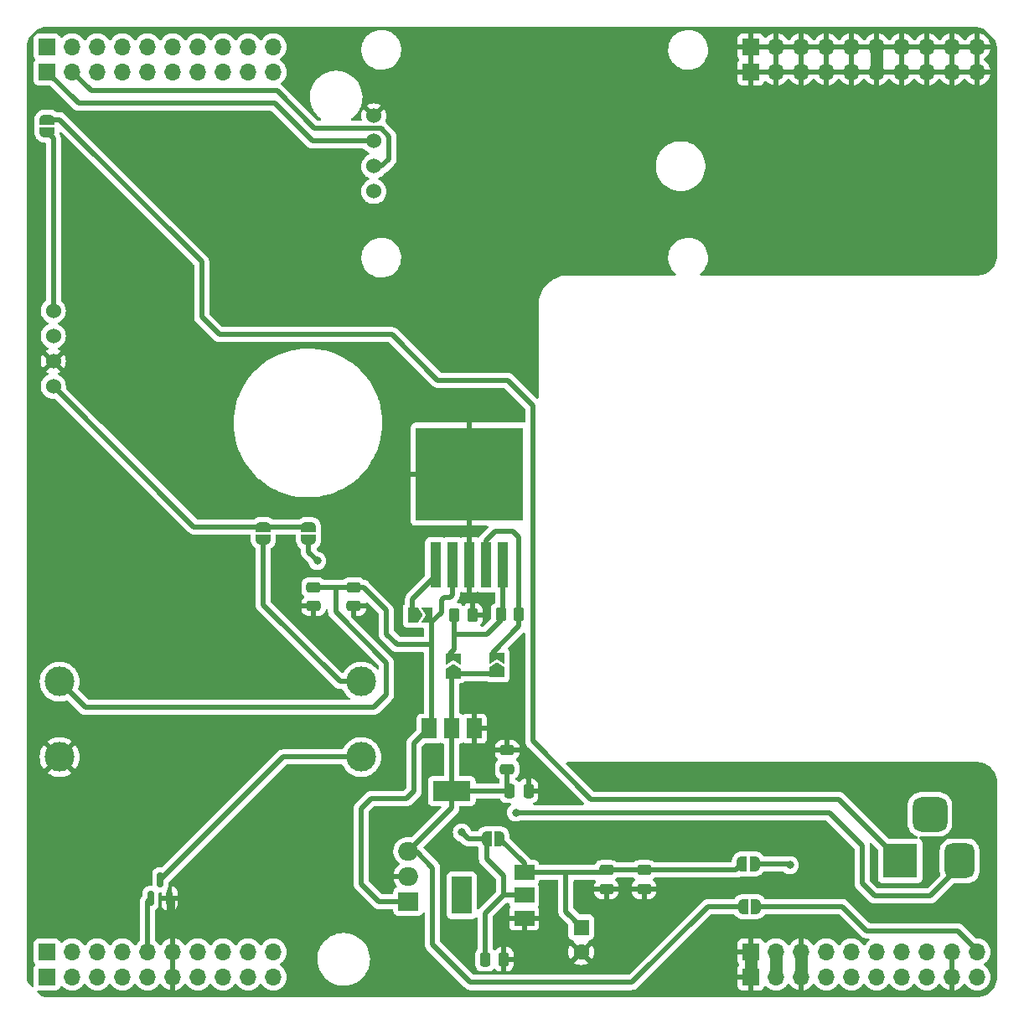
<source format=gbr>
%TF.GenerationSoftware,KiCad,Pcbnew,6.0.7-f9a2dced07~116~ubuntu20.04.1*%
%TF.CreationDate,2022-10-31T14:42:26+01:00*%
%TF.ProjectId,av_citynode_hw,61765f63-6974-4796-9e6f-64655f68772e,rev?*%
%TF.SameCoordinates,Original*%
%TF.FileFunction,Copper,L1,Top*%
%TF.FilePolarity,Positive*%
%FSLAX46Y46*%
G04 Gerber Fmt 4.6, Leading zero omitted, Abs format (unit mm)*
G04 Created by KiCad (PCBNEW 6.0.7-f9a2dced07~116~ubuntu20.04.1) date 2022-10-31 14:42:26*
%MOMM*%
%LPD*%
G01*
G04 APERTURE LIST*
G04 Aperture macros list*
%AMRoundRect*
0 Rectangle with rounded corners*
0 $1 Rounding radius*
0 $2 $3 $4 $5 $6 $7 $8 $9 X,Y pos of 4 corners*
0 Add a 4 corners polygon primitive as box body*
4,1,4,$2,$3,$4,$5,$6,$7,$8,$9,$2,$3,0*
0 Add four circle primitives for the rounded corners*
1,1,$1+$1,$2,$3*
1,1,$1+$1,$4,$5*
1,1,$1+$1,$6,$7*
1,1,$1+$1,$8,$9*
0 Add four rect primitives between the rounded corners*
20,1,$1+$1,$2,$3,$4,$5,0*
20,1,$1+$1,$4,$5,$6,$7,0*
20,1,$1+$1,$6,$7,$8,$9,0*
20,1,$1+$1,$8,$9,$2,$3,0*%
%AMFreePoly0*
4,1,22,0.500000,-0.750000,0.000000,-0.750000,0.000000,-0.745033,-0.079941,-0.743568,-0.215256,-0.701293,-0.333266,-0.622738,-0.424486,-0.514219,-0.481581,-0.384460,-0.499164,-0.250000,-0.500000,-0.250000,-0.500000,0.250000,-0.499164,0.250000,-0.499963,0.256109,-0.478152,0.396186,-0.417904,0.524511,-0.324060,0.630769,-0.204165,0.706417,-0.067858,0.745374,0.000000,0.744959,0.000000,0.750000,
0.500000,0.750000,0.500000,-0.750000,0.500000,-0.750000,$1*%
%AMFreePoly1*
4,1,20,0.000000,0.744959,0.073905,0.744508,0.209726,0.703889,0.328688,0.626782,0.421226,0.519385,0.479903,0.390333,0.500000,0.250000,0.500000,-0.250000,0.499851,-0.262216,0.476331,-0.402017,0.414519,-0.529596,0.319384,-0.634700,0.198574,-0.708877,0.061801,-0.746166,0.000000,-0.745033,0.000000,-0.750000,-0.500000,-0.750000,-0.500000,0.750000,0.000000,0.750000,0.000000,0.744959,
0.000000,0.744959,$1*%
%AMFreePoly2*
4,1,6,1.000000,0.000000,0.500000,-0.750000,-0.500000,-0.750000,-0.500000,0.750000,0.500000,0.750000,1.000000,0.000000,1.000000,0.000000,$1*%
%AMFreePoly3*
4,1,6,0.500000,-0.750000,-0.650000,-0.750000,-0.150000,0.000000,-0.650000,0.750000,0.500000,0.750000,0.500000,-0.750000,0.500000,-0.750000,$1*%
G04 Aperture macros list end*
%TA.AperFunction,ComponentPad*%
%ADD10R,1.700000X1.700000*%
%TD*%
%TA.AperFunction,ComponentPad*%
%ADD11O,1.700000X1.700000*%
%TD*%
%TA.AperFunction,SMDPad,CuDef*%
%ADD12R,1.500000X2.000000*%
%TD*%
%TA.AperFunction,SMDPad,CuDef*%
%ADD13R,3.800000X2.000000*%
%TD*%
%TA.AperFunction,SMDPad,CuDef*%
%ADD14R,1.100000X4.600000*%
%TD*%
%TA.AperFunction,SMDPad,CuDef*%
%ADD15R,10.800000X9.400000*%
%TD*%
%TA.AperFunction,SMDPad,CuDef*%
%ADD16RoundRect,0.150000X0.150000X-0.587500X0.150000X0.587500X-0.150000X0.587500X-0.150000X-0.587500X0*%
%TD*%
%TA.AperFunction,SMDPad,CuDef*%
%ADD17RoundRect,0.250000X0.475000X-0.250000X0.475000X0.250000X-0.475000X0.250000X-0.475000X-0.250000X0*%
%TD*%
%TA.AperFunction,ComponentPad*%
%ADD18C,3.000000*%
%TD*%
%TA.AperFunction,SMDPad,CuDef*%
%ADD19FreePoly0,0.000000*%
%TD*%
%TA.AperFunction,SMDPad,CuDef*%
%ADD20FreePoly1,0.000000*%
%TD*%
%TA.AperFunction,SMDPad,CuDef*%
%ADD21RoundRect,0.250000X-0.475000X0.250000X-0.475000X-0.250000X0.475000X-0.250000X0.475000X0.250000X0*%
%TD*%
%TA.AperFunction,SMDPad,CuDef*%
%ADD22RoundRect,0.250000X-0.250000X-0.475000X0.250000X-0.475000X0.250000X0.475000X-0.250000X0.475000X0*%
%TD*%
%TA.AperFunction,SMDPad,CuDef*%
%ADD23FreePoly2,90.000000*%
%TD*%
%TA.AperFunction,SMDPad,CuDef*%
%ADD24FreePoly3,90.000000*%
%TD*%
%TA.AperFunction,ComponentPad*%
%ADD25C,1.524000*%
%TD*%
%TA.AperFunction,SMDPad,CuDef*%
%ADD26RoundRect,0.250000X0.262500X0.450000X-0.262500X0.450000X-0.262500X-0.450000X0.262500X-0.450000X0*%
%TD*%
%TA.AperFunction,SMDPad,CuDef*%
%ADD27FreePoly0,270.000000*%
%TD*%
%TA.AperFunction,SMDPad,CuDef*%
%ADD28FreePoly1,270.000000*%
%TD*%
%TA.AperFunction,SMDPad,CuDef*%
%ADD29FreePoly2,0.000000*%
%TD*%
%TA.AperFunction,SMDPad,CuDef*%
%ADD30FreePoly3,0.000000*%
%TD*%
%TA.AperFunction,ComponentPad*%
%ADD31R,2.000000X1.905000*%
%TD*%
%TA.AperFunction,ComponentPad*%
%ADD32O,2.000000X1.905000*%
%TD*%
%TA.AperFunction,SMDPad,CuDef*%
%ADD33RoundRect,0.250000X-0.262500X-0.450000X0.262500X-0.450000X0.262500X0.450000X-0.262500X0.450000X0*%
%TD*%
%TA.AperFunction,ComponentPad*%
%ADD34R,1.600000X1.600000*%
%TD*%
%TA.AperFunction,ComponentPad*%
%ADD35C,1.600000*%
%TD*%
%TA.AperFunction,SMDPad,CuDef*%
%ADD36R,2.000000X1.500000*%
%TD*%
%TA.AperFunction,SMDPad,CuDef*%
%ADD37R,2.000000X3.800000*%
%TD*%
%TA.AperFunction,ComponentPad*%
%ADD38R,3.500000X3.500000*%
%TD*%
%TA.AperFunction,ComponentPad*%
%ADD39RoundRect,0.750000X0.750000X1.000000X-0.750000X1.000000X-0.750000X-1.000000X0.750000X-1.000000X0*%
%TD*%
%TA.AperFunction,ComponentPad*%
%ADD40RoundRect,0.875000X0.875000X0.875000X-0.875000X0.875000X-0.875000X-0.875000X0.875000X-0.875000X0*%
%TD*%
%TA.AperFunction,ViaPad*%
%ADD41C,0.800000*%
%TD*%
%TA.AperFunction,Conductor*%
%ADD42C,0.508000*%
%TD*%
%TA.AperFunction,Conductor*%
%ADD43C,1.270000*%
%TD*%
G04 APERTURE END LIST*
D10*
%TO.P,J10,1,Pin_1*%
%TO.N,UART_RX*%
X110236000Y-171704000D03*
D11*
%TO.P,J10,2,Pin_2*%
%TO.N,UART_TX*%
X112776000Y-171704000D03*
%TO.P,J10,3,Pin_3*%
%TO.N,RESET*%
X115316000Y-171704000D03*
%TO.P,J10,4,Pin_4*%
%TO.N,ADC_AFE*%
X117856000Y-171704000D03*
%TO.P,J10,5,Pin_5*%
%TO.N,ADC_BATT*%
X120396000Y-171704000D03*
%TO.P,J10,6,Pin_6*%
%TO.N,SPI_CSK*%
X122936000Y-171704000D03*
%TO.P,J10,7,Pin_7*%
%TO.N,SPI_MISO*%
X125476000Y-171704000D03*
%TO.P,J10,8,Pin_8*%
%TO.N,SPI_MOSI*%
X128016000Y-171704000D03*
%TO.P,J10,9,Pin_9*%
%TO.N,SPI_CS*%
X130556000Y-171704000D03*
%TO.P,J10,10,Pin_10*%
%TO.N,ADC_OPC-N3*%
X133096000Y-171704000D03*
%TD*%
D12*
%TO.P,U7,1,GND*%
%TO.N,GND2*%
X153430000Y-240588000D03*
D13*
%TO.P,U7,2,VO*%
%TO.N,Net-(C12-Pad1)*%
X151130000Y-246888000D03*
D12*
X151130000Y-240588000D03*
%TO.P,U7,3,VI*%
%TO.N,Net-(C10-Pad1)*%
X148830000Y-240588000D03*
%TD*%
D14*
%TO.P,U6,1,EN*%
%TO.N,Net-(JP7-Pad1)*%
X149508000Y-224034000D03*
%TO.P,U6,2,VIN*%
%TO.N,Net-(C10-Pad1)*%
X151208000Y-224034000D03*
%TO.P,U6,3,GND*%
%TO.N,GND2*%
X152908000Y-224034000D03*
D15*
X152908000Y-214884000D03*
D14*
%TO.P,U6,4,VOUT*%
%TO.N,Net-(JP8-Pad2)*%
X154608000Y-224034000D03*
%TO.P,U6,5,ADJ*%
%TO.N,Net-(JP9-Pad2)*%
X156308000Y-224034000D03*
%TD*%
D16*
%TO.P,Q1,1,G*%
%TO.N,5V_en*%
X120716000Y-257731500D03*
%TO.P,Q1,2,S*%
%TO.N,GND2*%
X122616000Y-257731500D03*
%TO.P,Q1,3,D*%
%TO.N,Net-(Q1-Pad3)*%
X121666000Y-255856500D03*
%TD*%
D17*
%TO.P,C13,1*%
%TO.N,Net-(C12-Pad1)*%
X156718000Y-244663000D03*
%TO.P,C13,2*%
%TO.N,GND2*%
X156718000Y-242763000D03*
%TD*%
D10*
%TO.P,J11,1,Pin_1*%
%TO.N,GND2*%
X181356000Y-265684000D03*
D11*
%TO.P,J11,2,Pin_2*%
%TO.N,+3V3*%
X183896000Y-265684000D03*
%TO.P,J11,3,Pin_3*%
%TO.N,GND2*%
X186436000Y-265684000D03*
%TO.P,J11,4,Pin_4*%
%TO.N,+5V*%
X188976000Y-265684000D03*
%TO.P,J11,5,Pin_5*%
%TO.N,AFE-3.5V*%
X191516000Y-265684000D03*
%TO.P,J11,6,Pin_6*%
%TO.N,Battery_+*%
X194056000Y-265684000D03*
%TO.P,J11,7,Pin_7*%
X196596000Y-265684000D03*
%TO.P,J11,8,Pin_8*%
%TO.N,unconnected-(J11-Pad8)*%
X199136000Y-265684000D03*
%TO.P,J11,9,Pin_9*%
%TO.N,GND2*%
X201676000Y-265684000D03*
%TO.P,J11,10,Pin_10*%
%TO.N,OPC-N3-5V*%
X204216000Y-265684000D03*
%TD*%
D10*
%TO.P,J17,1,Pin_1*%
%TO.N,UART_RX*%
X110236000Y-174244000D03*
D11*
%TO.P,J17,2,Pin_2*%
%TO.N,UART_TX*%
X112776000Y-174244000D03*
%TO.P,J17,3,Pin_3*%
%TO.N,RESET*%
X115316000Y-174244000D03*
%TO.P,J17,4,Pin_4*%
%TO.N,ADC_AFE*%
X117856000Y-174244000D03*
%TO.P,J17,5,Pin_5*%
%TO.N,ADC_BATT*%
X120396000Y-174244000D03*
%TO.P,J17,6,Pin_6*%
%TO.N,SPI_CSK*%
X122936000Y-174244000D03*
%TO.P,J17,7,Pin_7*%
%TO.N,SPI_MISO*%
X125476000Y-174244000D03*
%TO.P,J17,8,Pin_8*%
%TO.N,SPI_MOSI*%
X128016000Y-174244000D03*
%TO.P,J17,9,Pin_9*%
%TO.N,SPI_CS*%
X130556000Y-174244000D03*
%TO.P,J17,10,Pin_10*%
%TO.N,ADC_OPC-N3*%
X133096000Y-174244000D03*
%TD*%
D18*
%TO.P,U5,1,IN-*%
%TO.N,Net-(Q1-Pad3)*%
X141986000Y-243459000D03*
%TO.P,U5,2,IN+*%
%TO.N,Net-(JP4-Pad2)*%
X141986000Y-235839000D03*
%TO.P,U5,3,OUT+*%
%TO.N,Net-(C10-Pad1)*%
X111506000Y-235839000D03*
%TO.P,U5,4,OUT-*%
%TO.N,GND2*%
X111506000Y-243459000D03*
%TD*%
D10*
%TO.P,J19,1,Pin_1*%
%TO.N,I2C_SDA*%
X110236000Y-263144000D03*
D11*
%TO.P,J19,2,Pin_2*%
%TO.N,UART_TXD*%
X112776000Y-263144000D03*
%TO.P,J19,3,Pin_3*%
%TO.N,UART_RXD*%
X115316000Y-263144000D03*
%TO.P,J19,4,Pin_4*%
%TO.N,I2C_SCL*%
X117856000Y-263144000D03*
%TO.P,J19,5,Pin_5*%
%TO.N,5V_en*%
X120396000Y-263144000D03*
%TO.P,J19,6,Pin_6*%
%TO.N,GND2*%
X122936000Y-263144000D03*
%TO.P,J19,7,Pin_7*%
%TO.N,IO19*%
X125476000Y-263144000D03*
%TO.P,J19,8,Pin_8*%
%TO.N,lora2*%
X128016000Y-263144000D03*
%TO.P,J19,9,Pin_9*%
%TO.N,lora1*%
X130556000Y-263144000D03*
%TO.P,J19,10,Pin_10*%
%TO.N,IO26*%
X133096000Y-263144000D03*
%TD*%
D19*
%TO.P,JP6,1,A*%
%TO.N,Net-(C16-Pad1)*%
X154656000Y-251714000D03*
D20*
%TO.P,JP6,2,B*%
%TO.N,Net-(C18-Pad1)*%
X155956000Y-251714000D03*
%TD*%
D21*
%TO.P,C19,1*%
%TO.N,Net-(C18-Pad1)*%
X170561000Y-254889000D03*
%TO.P,C19,2*%
%TO.N,GND2*%
X170561000Y-256789000D03*
%TD*%
D22*
%TO.P,C12,1*%
%TO.N,Net-(C12-Pad1)*%
X156972000Y-246888000D03*
%TO.P,C12,2*%
%TO.N,GND2*%
X158872000Y-246888000D03*
%TD*%
D23*
%TO.P,JP9,1,A*%
%TO.N,Net-(C12-Pad1)*%
X151257000Y-235003000D03*
D24*
%TO.P,JP9,2,B*%
%TO.N,Net-(JP9-Pad2)*%
X151257000Y-233553000D03*
%TD*%
D10*
%TO.P,J12,1,Pin_1*%
%TO.N,I2C_SDA*%
X110236000Y-265684000D03*
D11*
%TO.P,J12,2,Pin_2*%
%TO.N,UART_TXD*%
X112776000Y-265684000D03*
%TO.P,J12,3,Pin_3*%
%TO.N,UART_RXD*%
X115316000Y-265684000D03*
%TO.P,J12,4,Pin_4*%
%TO.N,I2C_SCL*%
X117856000Y-265684000D03*
%TO.P,J12,5,Pin_5*%
%TO.N,5V_en*%
X120396000Y-265684000D03*
%TO.P,J12,6,Pin_6*%
%TO.N,GND2*%
X122936000Y-265684000D03*
%TO.P,J12,7,Pin_7*%
%TO.N,IO19*%
X125476000Y-265684000D03*
%TO.P,J12,8,Pin_8*%
%TO.N,lora2*%
X128016000Y-265684000D03*
%TO.P,J12,9,Pin_9*%
%TO.N,lora1*%
X130556000Y-265684000D03*
%TO.P,J12,10,Pin_10*%
%TO.N,IO26*%
X133096000Y-265684000D03*
%TD*%
D21*
%TO.P,C11,1*%
%TO.N,Net-(C10-Pad1)*%
X141224000Y-226314000D03*
%TO.P,C11,2*%
%TO.N,GND2*%
X141224000Y-228214000D03*
%TD*%
D25*
%TO.P,U4,1,IN+*%
%TO.N,Net-(JP3-Pad2)*%
X110871000Y-198374000D03*
%TO.P,U4,2,IN-*%
%TO.N,Net-(J8-Pad2)*%
X110871000Y-200914000D03*
%TO.P,U4,3,OUT+*%
%TO.N,GND2*%
X110871000Y-203454000D03*
%TO.P,U4,4,OUT-*%
%TO.N,Battery_+*%
X110871000Y-205994000D03*
%TD*%
D26*
%TO.P,R4,1*%
%TO.N,Net-(JP8-Pad2)*%
X157908000Y-229054000D03*
%TO.P,R4,2*%
%TO.N,Net-(JP9-Pad2)*%
X156083000Y-229054000D03*
%TD*%
D19*
%TO.P,JP10,1,A*%
%TO.N,Net-(C18-Pad1)*%
X180437000Y-254254000D03*
D20*
%TO.P,JP10,2,B*%
%TO.N,AFE-3.5V*%
X181737000Y-254254000D03*
%TD*%
D19*
%TO.P,JP11,1,A*%
%TO.N,Net-(C12-Pad1)*%
X180564000Y-258572000D03*
D20*
%TO.P,JP11,2,B*%
%TO.N,OPC-N3-5V*%
X181864000Y-258572000D03*
%TD*%
D10*
%TO.P,J16,1,Pin_1*%
%TO.N,GND2*%
X181356000Y-174244000D03*
D11*
%TO.P,J16,2,Pin_2*%
X183896000Y-174244000D03*
%TO.P,J16,3,Pin_3*%
X186436000Y-174244000D03*
%TO.P,J16,4,Pin_4*%
X188976000Y-174244000D03*
%TO.P,J16,5,Pin_5*%
X191516000Y-174244000D03*
%TO.P,J16,6,Pin_6*%
X194056000Y-174244000D03*
%TO.P,J16,7,Pin_7*%
X196596000Y-174244000D03*
%TO.P,J16,8,Pin_8*%
X199136000Y-174244000D03*
%TO.P,J16,9,Pin_9*%
X201676000Y-174244000D03*
%TO.P,J16,10,Pin_10*%
X204216000Y-174244000D03*
%TD*%
D27*
%TO.P,JP12,1,A*%
%TO.N,Battery_+*%
X136652000Y-220203000D03*
D28*
%TO.P,JP12,2,B*%
%TO.N,Net-(C16-Pad1)*%
X136652000Y-221503000D03*
%TD*%
D10*
%TO.P,J18,1,Pin_1*%
%TO.N,GND2*%
X181356000Y-263144000D03*
D11*
%TO.P,J18,2,Pin_2*%
%TO.N,+3V3*%
X183896000Y-263144000D03*
%TO.P,J18,3,Pin_3*%
%TO.N,GND2*%
X186436000Y-263144000D03*
%TO.P,J18,4,Pin_4*%
%TO.N,+5V*%
X188976000Y-263144000D03*
%TO.P,J18,5,Pin_5*%
%TO.N,AFE-3.5V*%
X191516000Y-263144000D03*
%TO.P,J18,6,Pin_6*%
%TO.N,Battery_+*%
X194056000Y-263144000D03*
%TO.P,J18,7,Pin_7*%
X196596000Y-263144000D03*
%TO.P,J18,8,Pin_8*%
%TO.N,unconnected-(J18-Pad8)*%
X199136000Y-263144000D03*
%TO.P,J18,9,Pin_9*%
%TO.N,GND2*%
X201676000Y-263144000D03*
%TO.P,J18,10,Pin_10*%
%TO.N,OPC-N3-5V*%
X204216000Y-263144000D03*
%TD*%
D29*
%TO.P,JP7,1,A*%
%TO.N,Net-(JP7-Pad1)*%
X147190800Y-229108000D03*
D30*
%TO.P,JP7,2,B*%
%TO.N,Net-(C10-Pad1)*%
X148640800Y-229108000D03*
%TD*%
D21*
%TO.P,C10,1*%
%TO.N,Net-(C10-Pad1)*%
X137160000Y-226314000D03*
%TO.P,C10,2*%
%TO.N,GND2*%
X137160000Y-228214000D03*
%TD*%
D31*
%TO.P,U8,1,VI*%
%TO.N,Net-(C10-Pad1)*%
X146741000Y-258064000D03*
D32*
%TO.P,U8,2,GND*%
%TO.N,GND2*%
X146741000Y-255524000D03*
%TO.P,U8,3,VO*%
%TO.N,Net-(C12-Pad1)*%
X146741000Y-252984000D03*
%TD*%
D21*
%TO.P,C18,1*%
%TO.N,Net-(C18-Pad1)*%
X166751000Y-254889000D03*
%TO.P,C18,2*%
%TO.N,GND2*%
X166751000Y-256789000D03*
%TD*%
D27*
%TO.P,JP4,1,A*%
%TO.N,Battery_+*%
X132080000Y-220188000D03*
D28*
%TO.P,JP4,2,B*%
%TO.N,Net-(JP4-Pad2)*%
X132080000Y-221488000D03*
%TD*%
D33*
%TO.P,R5,1*%
%TO.N,Net-(JP9-Pad2)*%
X151384000Y-229108000D03*
%TO.P,R5,2*%
%TO.N,GND2*%
X153209000Y-229108000D03*
%TD*%
D25*
%TO.P,U14,1,GND*%
%TO.N,GND2*%
X143256000Y-178689000D03*
%TO.P,U14,2,TX*%
%TO.N,UART_RX*%
X143256000Y-181229000D03*
%TO.P,U14,3,RX*%
%TO.N,UART_TX*%
X143256000Y-183769000D03*
%TO.P,U14,4,VCC*%
%TO.N,+3V3*%
X143256000Y-186309000D03*
%TD*%
D23*
%TO.P,JP8,1,A*%
%TO.N,Net-(C12-Pad1)*%
X155702000Y-234913000D03*
D24*
%TO.P,JP8,2,B*%
%TO.N,Net-(JP8-Pad2)*%
X155702000Y-233463000D03*
%TD*%
D34*
%TO.P,C20,1*%
%TO.N,Net-(C18-Pad1)*%
X164211000Y-260668888D03*
D35*
%TO.P,C20,2*%
%TO.N,GND2*%
X164211000Y-263168888D03*
%TD*%
D22*
%TO.P,C16,1*%
%TO.N,Net-(C16-Pad1)*%
X154498000Y-263906000D03*
%TO.P,C16,2*%
%TO.N,GND2*%
X156398000Y-263906000D03*
%TD*%
D36*
%TO.P,U15,1,Vss*%
%TO.N,GND2*%
X158446000Y-259729000D03*
%TO.P,U15,2,IN*%
%TO.N,Net-(C16-Pad1)*%
X158446000Y-257429000D03*
%TO.P,U15,3,OUT*%
%TO.N,Net-(C18-Pad1)*%
X158446000Y-255129000D03*
D37*
%TO.P,U15,4,PAD*%
%TO.N,unconnected-(U15-Pad4)*%
X152146000Y-257429000D03*
%TD*%
D27*
%TO.P,JP3,1,A*%
%TO.N,Net-(J8-Pad1)*%
X110236000Y-179040000D03*
D28*
%TO.P,JP3,2,B*%
%TO.N,Net-(JP3-Pad2)*%
X110236000Y-180340000D03*
%TD*%
D38*
%TO.P,J8,1*%
%TO.N,Net-(J8-Pad1)*%
X196438000Y-253941500D03*
D39*
%TO.P,J8,2*%
%TO.N,Net-(J8-Pad2)*%
X202438000Y-253941500D03*
D40*
%TO.P,J8,3*%
%TO.N,unconnected-(J8-Pad3)*%
X199438000Y-249241500D03*
%TD*%
D10*
%TO.P,J9,1,Pin_1*%
%TO.N,GND2*%
X181356000Y-171704000D03*
D11*
%TO.P,J9,2,Pin_2*%
X183896000Y-171704000D03*
%TO.P,J9,3,Pin_3*%
X186436000Y-171704000D03*
%TO.P,J9,4,Pin_4*%
X188976000Y-171704000D03*
%TO.P,J9,5,Pin_5*%
X191516000Y-171704000D03*
%TO.P,J9,6,Pin_6*%
X194056000Y-171704000D03*
%TO.P,J9,7,Pin_7*%
X196596000Y-171704000D03*
%TO.P,J9,8,Pin_8*%
X199136000Y-171704000D03*
%TO.P,J9,9,Pin_9*%
X201676000Y-171704000D03*
%TO.P,J9,10,Pin_10*%
X204216000Y-171704000D03*
%TD*%
D41*
%TO.N,AFE-3.5V*%
X185293000Y-254381000D03*
%TO.N,Net-(J8-Pad2)*%
X157632400Y-249072400D03*
%TO.N,GND2*%
X118491000Y-222758000D03*
X113792000Y-252984000D03*
X135382000Y-257048000D03*
X156210000Y-240538000D03*
X150241000Y-252349000D03*
X161798000Y-246761000D03*
X136144000Y-248666000D03*
X170434000Y-260350000D03*
X120396000Y-245872000D03*
X138938000Y-231013000D03*
X123571000Y-203200000D03*
X127635000Y-198628000D03*
X146050000Y-249047000D03*
X148590000Y-200152000D03*
X146558000Y-207010000D03*
X156210000Y-238379000D03*
X127508000Y-202946000D03*
X142621000Y-220726000D03*
X176911000Y-264414000D03*
X123444000Y-207391000D03*
X125984000Y-232410000D03*
X193040000Y-245745000D03*
X157734000Y-240538000D03*
X163449000Y-251460000D03*
X157734000Y-238379000D03*
X123317000Y-198882000D03*
%TO.N,Net-(C16-Pad1)*%
X137541000Y-223647000D03*
X152146000Y-251079000D03*
%TD*%
D42*
%TO.N,Battery_+*%
X132080000Y-220188000D02*
X125065000Y-220188000D01*
X132080000Y-220188000D02*
X136637000Y-220188000D01*
X125065000Y-220188000D02*
X110871000Y-205994000D01*
X136637000Y-220188000D02*
X136652000Y-220203000D01*
%TO.N,5V_en*%
X120396000Y-258051500D02*
X120396000Y-263144000D01*
X120716000Y-257731500D02*
X120396000Y-258051500D01*
%TO.N,AFE-3.5V*%
X181737000Y-254254000D02*
X185166000Y-254254000D01*
X185166000Y-254254000D02*
X185293000Y-254381000D01*
D43*
%TO.N,+3V3*%
X183896000Y-263144000D02*
X183896000Y-265684000D01*
D42*
%TO.N,Net-(C10-Pad1)*%
X144526000Y-237134400D02*
X143205200Y-238455200D01*
X151180800Y-227126800D02*
X150977600Y-227330000D01*
X148830000Y-240588000D02*
X147320000Y-242098000D01*
X139395200Y-226314000D02*
X139395200Y-228803200D01*
X148742400Y-229463600D02*
X148742400Y-229311200D01*
X150063200Y-227584000D02*
X150063200Y-228854000D01*
X150317200Y-227330000D02*
X150063200Y-227584000D01*
X139395200Y-226314000D02*
X141224000Y-226314000D01*
X114122200Y-238455200D02*
X111506000Y-235839000D01*
X149098000Y-240320000D02*
X149098000Y-231902000D01*
X151208000Y-224034000D02*
X151180800Y-224061200D01*
X150063200Y-228854000D02*
X149098000Y-229819200D01*
X143205200Y-238455200D02*
X114122200Y-238455200D01*
X141986000Y-248666000D02*
X141986000Y-256286000D01*
X143764000Y-258064000D02*
X146741000Y-258064000D01*
X142189200Y-226314000D02*
X144526000Y-228650800D01*
X149098000Y-229819200D02*
X148742400Y-229463600D01*
X141224000Y-226314000D02*
X142189200Y-226314000D01*
X144526000Y-231038400D02*
X145592800Y-232105200D01*
X149098000Y-231902000D02*
X149098000Y-229819200D01*
X150977600Y-227330000D02*
X150317200Y-227330000D01*
X139395200Y-228803200D02*
X144526000Y-233934000D01*
X144526000Y-233934000D02*
X144526000Y-237134400D01*
X137160000Y-226314000D02*
X139395200Y-226314000D01*
X147320000Y-242098000D02*
X147320000Y-246888000D01*
X146558000Y-247650000D02*
X143002000Y-247650000D01*
X143002000Y-247650000D02*
X141986000Y-248666000D01*
X151180800Y-224061200D02*
X151180800Y-227126800D01*
X141986000Y-256286000D02*
X143764000Y-258064000D01*
X148830000Y-240588000D02*
X149098000Y-240320000D01*
X147320000Y-246888000D02*
X146558000Y-247650000D01*
X148894800Y-232105200D02*
X149098000Y-231902000D01*
X144526000Y-228650800D02*
X144526000Y-231038400D01*
X145592800Y-232105200D02*
X148894800Y-232105200D01*
%TO.N,OPC-N3-5V*%
X190601600Y-258572000D02*
X193040000Y-261010400D01*
X204216000Y-262991600D02*
X204216000Y-263144000D01*
X193040000Y-261010400D02*
X202234800Y-261010400D01*
X202234800Y-261010400D02*
X204216000Y-262991600D01*
X181864000Y-258572000D02*
X190601600Y-258572000D01*
%TO.N,UART_RX*%
X133223000Y-177419000D02*
X137033000Y-181229000D01*
X110236000Y-174244000D02*
X113411000Y-177419000D01*
X113411000Y-177419000D02*
X133223000Y-177419000D01*
X137033000Y-181229000D02*
X143256000Y-181229000D01*
%TO.N,UART_TX*%
X137261600Y-179933600D02*
X133477000Y-176149000D01*
X143256000Y-183769000D02*
X144043400Y-183769000D01*
X143967200Y-179933600D02*
X137261600Y-179933600D01*
X144780000Y-180746400D02*
X143967200Y-179933600D01*
X133477000Y-176149000D02*
X114681000Y-176149000D01*
X144043400Y-183769000D02*
X144780000Y-183032400D01*
X144780000Y-183032400D02*
X144780000Y-180746400D01*
X114681000Y-176149000D02*
X112776000Y-174244000D01*
%TO.N,Net-(C18-Pad1)*%
X158446000Y-254204000D02*
X158446000Y-255129000D01*
X162673000Y-259066000D02*
X162673000Y-255129000D01*
X164211000Y-260604000D02*
X162673000Y-259066000D01*
X158446000Y-255129000D02*
X162673000Y-255129000D01*
X164211000Y-260668888D02*
X164211000Y-260604000D01*
%TO.N,Net-(J8-Pad1)*%
X127635000Y-200787000D02*
X145110200Y-200787000D01*
X159308800Y-241858800D02*
X165201600Y-247751600D01*
X125857000Y-199009000D02*
X127635000Y-200787000D01*
X156768800Y-205384400D02*
X159308800Y-207924400D01*
X145110200Y-200787000D02*
X149707600Y-205384400D01*
X110236000Y-179040000D02*
X111476000Y-179040000D01*
X159308800Y-207924400D02*
X159308800Y-241858800D01*
X165201600Y-247751600D02*
X190248100Y-247751600D01*
X111476000Y-179040000D02*
X125857000Y-193421000D01*
X190248100Y-247751600D02*
X196438000Y-253941500D01*
X125857000Y-193421000D02*
X125857000Y-199009000D01*
X149707600Y-205384400D02*
X156768800Y-205384400D01*
%TO.N,Net-(J8-Pad2)*%
X192582800Y-256235200D02*
X193852800Y-257505200D01*
X189280800Y-249072400D02*
X192582800Y-252374400D01*
X199491600Y-257505200D02*
X202438000Y-254558800D01*
X193852800Y-257505200D02*
X199491600Y-257505200D01*
X192582800Y-252374400D02*
X192582800Y-256235200D01*
X202438000Y-254558800D02*
X202438000Y-253941500D01*
X157632400Y-249072400D02*
X189280800Y-249072400D01*
%TO.N,Net-(JP8-Pad2)*%
X157908000Y-221255600D02*
X157908000Y-229054000D01*
X157276800Y-220624400D02*
X157908000Y-221255600D01*
X157908000Y-229054000D02*
X157908000Y-230254800D01*
X157908000Y-230254800D02*
X155244800Y-232918000D01*
X155549600Y-220624400D02*
X157276800Y-220624400D01*
X154608000Y-224034000D02*
X154608000Y-221566000D01*
X154608000Y-221566000D02*
X155549600Y-220624400D01*
%TO.N,Net-(JP9-Pad2)*%
X151384000Y-229108000D02*
X151384000Y-231038400D01*
X151384000Y-231038400D02*
X151384000Y-232613200D01*
X156083000Y-229590600D02*
X154635200Y-231038400D01*
X156083000Y-229054000D02*
X156083000Y-229590600D01*
X156308000Y-228829000D02*
X156083000Y-229054000D01*
X154635200Y-231038400D02*
X151384000Y-231038400D01*
X151384000Y-232613200D02*
X150977600Y-233019600D01*
X156308000Y-224034000D02*
X156308000Y-228829000D01*
%TO.N,Net-(Q1-Pad3)*%
X134063500Y-243459000D02*
X121666000Y-255856500D01*
X141986000Y-243459000D02*
X134063500Y-243459000D01*
%TO.N,Net-(C12-Pad1)*%
X151130000Y-235130000D02*
X151257000Y-235003000D01*
X151130000Y-240588000D02*
X151130000Y-235130000D01*
X149199600Y-262432800D02*
X149199600Y-254660400D01*
X147523200Y-252984000D02*
X149199600Y-254660400D01*
X153009600Y-266242800D02*
X149199600Y-262432800D01*
X176987200Y-258572000D02*
X169316400Y-266242800D01*
X169316400Y-266242800D02*
X153009600Y-266242800D01*
X146741000Y-252984000D02*
X151130000Y-248595000D01*
X156718000Y-246634000D02*
X156972000Y-246888000D01*
X146741000Y-252984000D02*
X147523200Y-252984000D01*
X151257000Y-235003000D02*
X155612000Y-235003000D01*
X156972000Y-246888000D02*
X151130000Y-246888000D01*
X155612000Y-235003000D02*
X155702000Y-234913000D01*
X151130000Y-240588000D02*
X151130000Y-246888000D01*
X156718000Y-244663000D02*
X156718000Y-246634000D01*
X180564000Y-258572000D02*
X176987200Y-258572000D01*
X157226000Y-246634000D02*
X156972000Y-246888000D01*
X151130000Y-248595000D02*
X151130000Y-246888000D01*
%TO.N,GND2*%
X122936000Y-258051500D02*
X122936000Y-263144000D01*
D43*
X181356000Y-263144000D02*
X181356000Y-265684000D01*
X186436000Y-263144000D02*
X186436000Y-265684000D01*
X194056000Y-171704000D02*
X194056000Y-174244000D01*
D42*
%TO.N,Net-(JP3-Pad2)*%
X110871000Y-198374000D02*
X110871000Y-180975000D01*
X110871000Y-180975000D02*
X110236000Y-180340000D01*
%TO.N,Net-(JP4-Pad2)*%
X132080000Y-228092000D02*
X139827000Y-235839000D01*
X139827000Y-235839000D02*
X141986000Y-235839000D01*
X132080000Y-221488000D02*
X132080000Y-228092000D01*
%TO.N,Net-(C16-Pad1)*%
X152781000Y-251714000D02*
X152146000Y-251079000D01*
X156337000Y-257429000D02*
X156337000Y-255447800D01*
X136652000Y-222758000D02*
X137541000Y-223647000D01*
X136652000Y-221503000D02*
X136652000Y-222758000D01*
X154498000Y-259268000D02*
X156337000Y-257429000D01*
X156337000Y-257429000D02*
X158446000Y-257429000D01*
X156337000Y-255447800D02*
X154635200Y-253746000D01*
X154635200Y-251734800D02*
X154656000Y-251714000D01*
X154498000Y-263906000D02*
X154498000Y-259268000D01*
X154656000Y-251714000D02*
X152781000Y-251714000D01*
X154635200Y-253746000D02*
X154635200Y-251734800D01*
%TO.N,Net-(JP7-Pad1)*%
X149508000Y-224034000D02*
X149508000Y-225142000D01*
X147167600Y-227482400D02*
X147167600Y-229084800D01*
X149508000Y-225142000D02*
X147167600Y-227482400D01*
X147167600Y-229084800D02*
X147190800Y-229108000D01*
%TO.N,Net-(C18-Pad1)*%
X166751000Y-254889000D02*
X170561000Y-254889000D01*
X163464000Y-259921888D02*
X164211000Y-260668888D01*
X179802000Y-254889000D02*
X180437000Y-254254000D01*
X166511000Y-255129000D02*
X166751000Y-254889000D01*
X155956000Y-251714000D02*
X158446000Y-254204000D01*
X162673000Y-255129000D02*
X166511000Y-255129000D01*
X170561000Y-254889000D02*
X179802000Y-254889000D01*
%TD*%
%TA.AperFunction,Conductor*%
%TO.N,GND2*%
G36*
X203932018Y-169674000D02*
G01*
X203946851Y-169676310D01*
X203946855Y-169676310D01*
X203955724Y-169677691D01*
X203972923Y-169675442D01*
X203996863Y-169674609D01*
X204229880Y-169688704D01*
X204244984Y-169690538D01*
X204501458Y-169737538D01*
X204516231Y-169741179D01*
X204765180Y-169818755D01*
X204779398Y-169824147D01*
X204934271Y-169893850D01*
X204971654Y-169919654D01*
X206000346Y-170948346D01*
X206026150Y-170985729D01*
X206061643Y-171064590D01*
X206095851Y-171140598D01*
X206101245Y-171154820D01*
X206169152Y-171372741D01*
X206178821Y-171403769D01*
X206182462Y-171418542D01*
X206229462Y-171675016D01*
X206231296Y-171690121D01*
X206244953Y-171915905D01*
X206243692Y-171942716D01*
X206243690Y-171942852D01*
X206242309Y-171951724D01*
X206243473Y-171960626D01*
X206243473Y-171960628D01*
X206244771Y-171970552D01*
X206245479Y-171975962D01*
X206246436Y-171983283D01*
X206247500Y-171999621D01*
X206247500Y-192718580D01*
X206245999Y-192737967D01*
X206242309Y-192761663D01*
X206243473Y-192770566D01*
X206244439Y-192777954D01*
X206245232Y-192802529D01*
X206231247Y-193015868D01*
X206230657Y-193024861D01*
X206228507Y-193041194D01*
X206182878Y-193270573D01*
X206179881Y-193285638D01*
X206175617Y-193301549D01*
X206095505Y-193537547D01*
X206089198Y-193552773D01*
X205978968Y-193776296D01*
X205970728Y-193790568D01*
X205907738Y-193884840D01*
X205892070Y-193903930D01*
X205351930Y-194444070D01*
X205332838Y-194459739D01*
X205238601Y-194522708D01*
X205224329Y-194530949D01*
X205000811Y-194641182D01*
X204985585Y-194647489D01*
X204857170Y-194691084D01*
X204811867Y-194706464D01*
X204749593Y-194727605D01*
X204733675Y-194731870D01*
X204661696Y-194746190D01*
X204489247Y-194780498D01*
X204472908Y-194782650D01*
X204369459Y-194789435D01*
X204257966Y-194796747D01*
X204233828Y-194795672D01*
X204231128Y-194795639D01*
X204222256Y-194794258D01*
X204190702Y-194798385D01*
X204174363Y-194799449D01*
X176332748Y-194799449D01*
X176264627Y-194779447D01*
X176218134Y-194725791D01*
X176208030Y-194655517D01*
X176237524Y-194590937D01*
X176258687Y-194571513D01*
X176296629Y-194543947D01*
X176296632Y-194543944D01*
X176300192Y-194541358D01*
X176502252Y-194346231D01*
X176675188Y-194124882D01*
X176677384Y-194121078D01*
X176677389Y-194121071D01*
X176813435Y-193885431D01*
X176815636Y-193881619D01*
X176920862Y-193621176D01*
X176954544Y-193486087D01*
X176987753Y-193352893D01*
X176987754Y-193352888D01*
X176988817Y-193348624D01*
X176996254Y-193277872D01*
X177017719Y-193073636D01*
X177017719Y-193073633D01*
X177018178Y-193069267D01*
X177017198Y-193041202D01*
X177008529Y-192792939D01*
X177008528Y-192792933D01*
X177008375Y-192788542D01*
X177006509Y-192777954D01*
X176960360Y-192516236D01*
X176959598Y-192511913D01*
X176872797Y-192244765D01*
X176749660Y-191992298D01*
X176747205Y-191988659D01*
X176747202Y-191988653D01*
X176666935Y-191869653D01*
X176592585Y-191759424D01*
X176404629Y-191550678D01*
X176189450Y-191370121D01*
X175951236Y-191221269D01*
X175694625Y-191107018D01*
X175424610Y-191029593D01*
X175420260Y-191028982D01*
X175420257Y-191028981D01*
X175317310Y-191014513D01*
X175146448Y-190990500D01*
X174935854Y-190990500D01*
X174933668Y-190990653D01*
X174933664Y-190990653D01*
X174730173Y-191004882D01*
X174730168Y-191004883D01*
X174725788Y-191005189D01*
X174451030Y-191063591D01*
X174446901Y-191065094D01*
X174446897Y-191065095D01*
X174191219Y-191158154D01*
X174191215Y-191158156D01*
X174187074Y-191159663D01*
X173939058Y-191291536D01*
X173935499Y-191294122D01*
X173935497Y-191294123D01*
X173830895Y-191370121D01*
X173711808Y-191456642D01*
X173509748Y-191651769D01*
X173336812Y-191873118D01*
X173334616Y-191876922D01*
X173334611Y-191876929D01*
X173220794Y-192074067D01*
X173196364Y-192116381D01*
X173091138Y-192376824D01*
X173090073Y-192381097D01*
X173090072Y-192381099D01*
X173056379Y-192516236D01*
X173023183Y-192649376D01*
X173022724Y-192653744D01*
X173022723Y-192653749D01*
X172994281Y-192924364D01*
X172993822Y-192928733D01*
X172993975Y-192933121D01*
X172993975Y-192933127D01*
X173002364Y-193173345D01*
X173003625Y-193209458D01*
X173004387Y-193213781D01*
X173004388Y-193213788D01*
X173033720Y-193380137D01*
X173052402Y-193486087D01*
X173139203Y-193753235D01*
X173141131Y-193757188D01*
X173141133Y-193757193D01*
X173196313Y-193870328D01*
X173262340Y-194005702D01*
X173264795Y-194009341D01*
X173264798Y-194009347D01*
X173337890Y-194117710D01*
X173419415Y-194238576D01*
X173607371Y-194447322D01*
X173610733Y-194450143D01*
X173610734Y-194450144D01*
X173761828Y-194576927D01*
X173801155Y-194636037D01*
X173802281Y-194707025D01*
X173764850Y-194767352D01*
X173700745Y-194797866D01*
X173680837Y-194799449D01*
X162994264Y-194799449D01*
X162973354Y-194797702D01*
X162967679Y-194796747D01*
X162953572Y-194794373D01*
X162947296Y-194794296D01*
X162945885Y-194794279D01*
X162945881Y-194794279D01*
X162941020Y-194794220D01*
X162936201Y-194794910D01*
X162934545Y-194795147D01*
X162923281Y-194796246D01*
X162625208Y-194811856D01*
X162625206Y-194811856D01*
X162621926Y-194812028D01*
X162618677Y-194812542D01*
X162618672Y-194812543D01*
X162309590Y-194861486D01*
X162309584Y-194861487D01*
X162306327Y-194862003D01*
X162303144Y-194862856D01*
X162303143Y-194862856D01*
X162000870Y-194943840D01*
X162000864Y-194943842D01*
X161997680Y-194944695D01*
X161834055Y-195007500D01*
X161702458Y-195058011D01*
X161702453Y-195058013D01*
X161699369Y-195059197D01*
X161414661Y-195204255D01*
X161146676Y-195378280D01*
X160898350Y-195579364D01*
X160672405Y-195805305D01*
X160471316Y-196053626D01*
X160297286Y-196321608D01*
X160152222Y-196606313D01*
X160131207Y-196661059D01*
X160092376Y-196762219D01*
X160063840Y-196806160D01*
X160020000Y-196850000D01*
X160020000Y-196954146D01*
X160015707Y-196986756D01*
X159955016Y-197213267D01*
X159905034Y-197528865D01*
X159904862Y-197532149D01*
X159904861Y-197532158D01*
X159890053Y-197814818D01*
X159888481Y-197829123D01*
X159887424Y-197835407D01*
X159887271Y-197847959D01*
X159887960Y-197852767D01*
X159887960Y-197852772D01*
X159891227Y-197875579D01*
X159892500Y-197893444D01*
X159892500Y-207125572D01*
X159872498Y-207193693D01*
X159818842Y-207240186D01*
X159748568Y-207250290D01*
X159683988Y-207220796D01*
X159677405Y-207214667D01*
X157355610Y-204892872D01*
X157343223Y-204878459D01*
X157334595Y-204866735D01*
X157330254Y-204860836D01*
X157289745Y-204826421D01*
X157282229Y-204819491D01*
X157276485Y-204813747D01*
X157273611Y-204811473D01*
X157273604Y-204811467D01*
X157254089Y-204796028D01*
X157250685Y-204793237D01*
X157200328Y-204750455D01*
X157200324Y-204750452D01*
X157194749Y-204745716D01*
X157188232Y-204742388D01*
X157183168Y-204739011D01*
X157177944Y-204735784D01*
X157172200Y-204731240D01*
X157145256Y-204718647D01*
X157105718Y-204700168D01*
X157101767Y-204698237D01*
X157042917Y-204668187D01*
X157036396Y-204664857D01*
X157029281Y-204663116D01*
X157023535Y-204660979D01*
X157017752Y-204659055D01*
X157011121Y-204655956D01*
X156939243Y-204641006D01*
X156934971Y-204640039D01*
X156863688Y-204622596D01*
X156858089Y-204622249D01*
X156858085Y-204622248D01*
X156852470Y-204621900D01*
X156852472Y-204621861D01*
X156848571Y-204621628D01*
X156844212Y-204621239D01*
X156837044Y-204619748D01*
X156829727Y-204619946D01*
X156759223Y-204621854D01*
X156755814Y-204621900D01*
X150075628Y-204621900D01*
X150007507Y-204601898D01*
X149986533Y-204584995D01*
X145697010Y-200295472D01*
X145684623Y-200281059D01*
X145675995Y-200269335D01*
X145671654Y-200263436D01*
X145631145Y-200229021D01*
X145623629Y-200222091D01*
X145617885Y-200216347D01*
X145615011Y-200214073D01*
X145615004Y-200214067D01*
X145595489Y-200198628D01*
X145592085Y-200195837D01*
X145541728Y-200153055D01*
X145541724Y-200153052D01*
X145536149Y-200148316D01*
X145529632Y-200144988D01*
X145524568Y-200141611D01*
X145519344Y-200138384D01*
X145513600Y-200133840D01*
X145487309Y-200121552D01*
X145447118Y-200102768D01*
X145443167Y-200100837D01*
X145384317Y-200070787D01*
X145377796Y-200067457D01*
X145370681Y-200065716D01*
X145364935Y-200063579D01*
X145359152Y-200061655D01*
X145352521Y-200058556D01*
X145280643Y-200043606D01*
X145276371Y-200042639D01*
X145205088Y-200025196D01*
X145199489Y-200024849D01*
X145199485Y-200024848D01*
X145193870Y-200024500D01*
X145193872Y-200024461D01*
X145189971Y-200024228D01*
X145185612Y-200023839D01*
X145178444Y-200022348D01*
X145171127Y-200022546D01*
X145100623Y-200024454D01*
X145097214Y-200024500D01*
X128003028Y-200024500D01*
X127934907Y-200004498D01*
X127913933Y-199987595D01*
X126656405Y-198730067D01*
X126622379Y-198667755D01*
X126619500Y-198640972D01*
X126619500Y-193488368D01*
X126620933Y-193469417D01*
X126623123Y-193455024D01*
X126623123Y-193455022D01*
X126624223Y-193447792D01*
X126619915Y-193394825D01*
X126619500Y-193384611D01*
X126619500Y-193376475D01*
X126616190Y-193348084D01*
X126615757Y-193343709D01*
X126610403Y-193277872D01*
X126610402Y-193277869D01*
X126609809Y-193270573D01*
X126607553Y-193263609D01*
X126606355Y-193257614D01*
X126604949Y-193251664D01*
X126604101Y-193244393D01*
X126579057Y-193175398D01*
X126577634Y-193171252D01*
X126557269Y-193108388D01*
X126557268Y-193108386D01*
X126555013Y-193101425D01*
X126551217Y-193095170D01*
X126548682Y-193089633D01*
X126545932Y-193084142D01*
X126543434Y-193077259D01*
X126519794Y-193041202D01*
X126503185Y-193015868D01*
X126500870Y-193012200D01*
X126462773Y-192949419D01*
X126459057Y-192945212D01*
X126459054Y-192945208D01*
X126455332Y-192940995D01*
X126455362Y-192940969D01*
X126452764Y-192938041D01*
X126449960Y-192934687D01*
X126446056Y-192928733D01*
X141993822Y-192928733D01*
X141993975Y-192933121D01*
X141993975Y-192933127D01*
X142002364Y-193173345D01*
X142003625Y-193209458D01*
X142004387Y-193213781D01*
X142004388Y-193213788D01*
X142033720Y-193380137D01*
X142052402Y-193486087D01*
X142139203Y-193753235D01*
X142141131Y-193757188D01*
X142141133Y-193757193D01*
X142196313Y-193870328D01*
X142262340Y-194005702D01*
X142264795Y-194009341D01*
X142264798Y-194009347D01*
X142337890Y-194117710D01*
X142419415Y-194238576D01*
X142607371Y-194447322D01*
X142822550Y-194627879D01*
X143060764Y-194776731D01*
X143317375Y-194890982D01*
X143587390Y-194968407D01*
X143591740Y-194969018D01*
X143591743Y-194969019D01*
X143694690Y-194983487D01*
X143865552Y-195007500D01*
X144076146Y-195007500D01*
X144078332Y-195007347D01*
X144078336Y-195007347D01*
X144281827Y-194993118D01*
X144281832Y-194993117D01*
X144286212Y-194992811D01*
X144560970Y-194934409D01*
X144565099Y-194932906D01*
X144565103Y-194932905D01*
X144820781Y-194839846D01*
X144820785Y-194839844D01*
X144824926Y-194838337D01*
X145072942Y-194706464D01*
X145157769Y-194644834D01*
X145296629Y-194543947D01*
X145296632Y-194543944D01*
X145300192Y-194541358D01*
X145502252Y-194346231D01*
X145675188Y-194124882D01*
X145677384Y-194121078D01*
X145677389Y-194121071D01*
X145813435Y-193885431D01*
X145815636Y-193881619D01*
X145920862Y-193621176D01*
X145954544Y-193486087D01*
X145987753Y-193352893D01*
X145987754Y-193352888D01*
X145988817Y-193348624D01*
X145996254Y-193277872D01*
X146017719Y-193073636D01*
X146017719Y-193073633D01*
X146018178Y-193069267D01*
X146017198Y-193041202D01*
X146008529Y-192792939D01*
X146008528Y-192792933D01*
X146008375Y-192788542D01*
X146006509Y-192777954D01*
X145960360Y-192516236D01*
X145959598Y-192511913D01*
X145872797Y-192244765D01*
X145749660Y-191992298D01*
X145747205Y-191988659D01*
X145747202Y-191988653D01*
X145666935Y-191869653D01*
X145592585Y-191759424D01*
X145404629Y-191550678D01*
X145189450Y-191370121D01*
X144951236Y-191221269D01*
X144694625Y-191107018D01*
X144424610Y-191029593D01*
X144420260Y-191028982D01*
X144420257Y-191028981D01*
X144317310Y-191014513D01*
X144146448Y-190990500D01*
X143935854Y-190990500D01*
X143933668Y-190990653D01*
X143933664Y-190990653D01*
X143730173Y-191004882D01*
X143730168Y-191004883D01*
X143725788Y-191005189D01*
X143451030Y-191063591D01*
X143446901Y-191065094D01*
X143446897Y-191065095D01*
X143191219Y-191158154D01*
X143191215Y-191158156D01*
X143187074Y-191159663D01*
X142939058Y-191291536D01*
X142935499Y-191294122D01*
X142935497Y-191294123D01*
X142830895Y-191370121D01*
X142711808Y-191456642D01*
X142509748Y-191651769D01*
X142336812Y-191873118D01*
X142334616Y-191876922D01*
X142334611Y-191876929D01*
X142220794Y-192074067D01*
X142196364Y-192116381D01*
X142091138Y-192376824D01*
X142090073Y-192381097D01*
X142090072Y-192381099D01*
X142056379Y-192516236D01*
X142023183Y-192649376D01*
X142022724Y-192653744D01*
X142022723Y-192653749D01*
X141994281Y-192924364D01*
X141993822Y-192928733D01*
X126446056Y-192928733D01*
X126445946Y-192928565D01*
X126389394Y-192874993D01*
X126386953Y-192872616D01*
X112062810Y-178548472D01*
X112050423Y-178534059D01*
X112041795Y-178522335D01*
X112037454Y-178516436D01*
X111996945Y-178482021D01*
X111989429Y-178475091D01*
X111983685Y-178469347D01*
X111980811Y-178467073D01*
X111980804Y-178467067D01*
X111961289Y-178451628D01*
X111957885Y-178448837D01*
X111907528Y-178406055D01*
X111907524Y-178406052D01*
X111901949Y-178401316D01*
X111895432Y-178397988D01*
X111890368Y-178394611D01*
X111885144Y-178391384D01*
X111879400Y-178386840D01*
X111853109Y-178374552D01*
X111812918Y-178355768D01*
X111808967Y-178353837D01*
X111750117Y-178323787D01*
X111743596Y-178320457D01*
X111736481Y-178318716D01*
X111730735Y-178316579D01*
X111724952Y-178314655D01*
X111718321Y-178311556D01*
X111646443Y-178296606D01*
X111642171Y-178295639D01*
X111570888Y-178278196D01*
X111565289Y-178277849D01*
X111565285Y-178277848D01*
X111559670Y-178277500D01*
X111559672Y-178277461D01*
X111555771Y-178277228D01*
X111551412Y-178276839D01*
X111544244Y-178275348D01*
X111536927Y-178275546D01*
X111466423Y-178277454D01*
X111463014Y-178277500D01*
X111201759Y-178277500D01*
X111133638Y-178257498D01*
X111118353Y-178245943D01*
X111106758Y-178235703D01*
X111103403Y-178232740D01*
X111077204Y-178215530D01*
X110985414Y-178155236D01*
X110981666Y-178152774D01*
X110977609Y-178150869D01*
X110977605Y-178150867D01*
X110856076Y-178093809D01*
X110852021Y-178091905D01*
X110847738Y-178090596D01*
X110847734Y-178090594D01*
X110717011Y-178050628D01*
X110712723Y-178049317D01*
X110708300Y-178048628D01*
X110708294Y-178048627D01*
X110648432Y-178039307D01*
X110571205Y-178027283D01*
X110566738Y-178027228D01*
X110566733Y-178027228D01*
X110493169Y-178026329D01*
X110425562Y-178025503D01*
X110421277Y-178026063D01*
X110414240Y-178026271D01*
X110024953Y-178026271D01*
X110024953Y-178026273D01*
X110021986Y-178026682D01*
X109925562Y-178025504D01*
X109921120Y-178026085D01*
X109921117Y-178026085D01*
X109787998Y-178043492D01*
X109787996Y-178043492D01*
X109783548Y-178044074D01*
X109643252Y-178083245D01*
X109512159Y-178140928D01*
X109450239Y-178179470D01*
X109392306Y-178215530D01*
X109392302Y-178215533D01*
X109388504Y-178217897D01*
X109385076Y-178220779D01*
X109385074Y-178220780D01*
X109317652Y-178277454D01*
X109278869Y-178310054D01*
X109181782Y-178418639D01*
X109179297Y-178422372D01*
X109179294Y-178422376D01*
X109104952Y-178534059D01*
X109102419Y-178537864D01*
X109039711Y-178669333D01*
X108997001Y-178806039D01*
X108973713Y-178949821D01*
X108971088Y-179093020D01*
X108971641Y-179097465D01*
X108971878Y-179101944D01*
X108971751Y-179101951D01*
X108972271Y-179110339D01*
X108972271Y-179540000D01*
X108977500Y-179613111D01*
X108979403Y-179619591D01*
X108988167Y-179649438D01*
X108991988Y-179702868D01*
X108972271Y-179840000D01*
X108972271Y-180327322D01*
X108972250Y-180329630D01*
X108971088Y-180393020D01*
X108971641Y-180397459D01*
X108986445Y-180516304D01*
X108989093Y-180537565D01*
X109026766Y-180675745D01*
X109028548Y-180679862D01*
X109028549Y-180679866D01*
X109078297Y-180794826D01*
X109084612Y-180809420D01*
X109159552Y-180931472D01*
X109252592Y-181043540D01*
X109358776Y-181139654D01*
X109362492Y-181142161D01*
X109362494Y-181142162D01*
X109475817Y-181218599D01*
X109475822Y-181218602D01*
X109479536Y-181221107D01*
X109483573Y-181223063D01*
X109483575Y-181223064D01*
X109519824Y-181240626D01*
X109608428Y-181283554D01*
X109747188Y-181327838D01*
X109888426Y-181351600D01*
X109967373Y-181358682D01*
X109969795Y-181358712D01*
X109969802Y-181358712D01*
X109972542Y-181358745D01*
X109979467Y-181358830D01*
X109979715Y-181358833D01*
X109979714Y-181358895D01*
X110047805Y-181376954D01*
X110095695Y-181429367D01*
X110108500Y-181484710D01*
X110108500Y-197291323D01*
X110088498Y-197359444D01*
X110059417Y-197389699D01*
X110059944Y-197390327D01*
X110055722Y-197393870D01*
X110051219Y-197397023D01*
X109894023Y-197554219D01*
X109890866Y-197558727D01*
X109890864Y-197558730D01*
X109769669Y-197731815D01*
X109766512Y-197736324D01*
X109764189Y-197741306D01*
X109764186Y-197741311D01*
X109695990Y-197887558D01*
X109672560Y-197937804D01*
X109615022Y-198152537D01*
X109595647Y-198374000D01*
X109615022Y-198595463D01*
X109672560Y-198810196D01*
X109674882Y-198815177D01*
X109674883Y-198815178D01*
X109764186Y-199006689D01*
X109764189Y-199006694D01*
X109766512Y-199011676D01*
X109769668Y-199016183D01*
X109769669Y-199016185D01*
X109888300Y-199185607D01*
X109894023Y-199193781D01*
X110051219Y-199350977D01*
X110055727Y-199354134D01*
X110055730Y-199354136D01*
X110062484Y-199358865D01*
X110233323Y-199478488D01*
X110238305Y-199480811D01*
X110238310Y-199480814D01*
X110343373Y-199529805D01*
X110396658Y-199576722D01*
X110416119Y-199644999D01*
X110395577Y-199712959D01*
X110343373Y-199758195D01*
X110238311Y-199807186D01*
X110238306Y-199807189D01*
X110233324Y-199809512D01*
X110228817Y-199812668D01*
X110228815Y-199812669D01*
X110055730Y-199933864D01*
X110055727Y-199933866D01*
X110051219Y-199937023D01*
X109894023Y-200094219D01*
X109890866Y-200098727D01*
X109890864Y-200098730D01*
X109804486Y-200222091D01*
X109766512Y-200276324D01*
X109764189Y-200281306D01*
X109764186Y-200281311D01*
X109757583Y-200295472D01*
X109672560Y-200477804D01*
X109615022Y-200692537D01*
X109595647Y-200914000D01*
X109615022Y-201135463D01*
X109616446Y-201140776D01*
X109661941Y-201310564D01*
X109672560Y-201350196D01*
X109674882Y-201355177D01*
X109674883Y-201355178D01*
X109764186Y-201546689D01*
X109764189Y-201546694D01*
X109766512Y-201551676D01*
X109894023Y-201733781D01*
X110051219Y-201890977D01*
X110055727Y-201894134D01*
X110055730Y-201894136D01*
X110131495Y-201947187D01*
X110233323Y-202018488D01*
X110238305Y-202020811D01*
X110238310Y-202020814D01*
X110343965Y-202070081D01*
X110397250Y-202116998D01*
X110416711Y-202185275D01*
X110396169Y-202253235D01*
X110343965Y-202298471D01*
X110238559Y-202347623D01*
X110229068Y-202353103D01*
X110185235Y-202383794D01*
X110176860Y-202394271D01*
X110183928Y-202407718D01*
X110858188Y-203081978D01*
X110872132Y-203089592D01*
X110873965Y-203089461D01*
X110880580Y-203085210D01*
X111558793Y-202406997D01*
X111565223Y-202395223D01*
X111555926Y-202383207D01*
X111512931Y-202353102D01*
X111503445Y-202347624D01*
X111398035Y-202298471D01*
X111344750Y-202251554D01*
X111325289Y-202183277D01*
X111345831Y-202115317D01*
X111398035Y-202070081D01*
X111503690Y-202020814D01*
X111503695Y-202020811D01*
X111508677Y-202018488D01*
X111610505Y-201947187D01*
X111686270Y-201894136D01*
X111686273Y-201894134D01*
X111690781Y-201890977D01*
X111847977Y-201733781D01*
X111975488Y-201551676D01*
X111977811Y-201546694D01*
X111977814Y-201546689D01*
X112067117Y-201355178D01*
X112067118Y-201355177D01*
X112069440Y-201350196D01*
X112080060Y-201310564D01*
X112125554Y-201140776D01*
X112126978Y-201135463D01*
X112146353Y-200914000D01*
X112126978Y-200692537D01*
X112069440Y-200477804D01*
X111984417Y-200295472D01*
X111977814Y-200281311D01*
X111977811Y-200281306D01*
X111975488Y-200276324D01*
X111937514Y-200222091D01*
X111851136Y-200098730D01*
X111851134Y-200098727D01*
X111847977Y-200094219D01*
X111690781Y-199937023D01*
X111686273Y-199933866D01*
X111686270Y-199933864D01*
X111610505Y-199880813D01*
X111508677Y-199809512D01*
X111503695Y-199807189D01*
X111503690Y-199807186D01*
X111398627Y-199758195D01*
X111345342Y-199711278D01*
X111325881Y-199643001D01*
X111346423Y-199575041D01*
X111398627Y-199529805D01*
X111503690Y-199480814D01*
X111503695Y-199480811D01*
X111508677Y-199478488D01*
X111679516Y-199358865D01*
X111686270Y-199354136D01*
X111686273Y-199354134D01*
X111690781Y-199350977D01*
X111847977Y-199193781D01*
X111853701Y-199185607D01*
X111972331Y-199016185D01*
X111972332Y-199016183D01*
X111975488Y-199011676D01*
X111977811Y-199006694D01*
X111977814Y-199006689D01*
X112067117Y-198815178D01*
X112067118Y-198815177D01*
X112069440Y-198810196D01*
X112126978Y-198595463D01*
X112146353Y-198374000D01*
X112126978Y-198152537D01*
X112069440Y-197937804D01*
X112046010Y-197887558D01*
X111977814Y-197741311D01*
X111977811Y-197741306D01*
X111975488Y-197736324D01*
X111972331Y-197731815D01*
X111851136Y-197558730D01*
X111851134Y-197558727D01*
X111847977Y-197554219D01*
X111690781Y-197397023D01*
X111686270Y-197393864D01*
X111682057Y-197390329D01*
X111682984Y-197389224D01*
X111642902Y-197339082D01*
X111633500Y-197291323D01*
X111633500Y-181042377D01*
X111634933Y-181023427D01*
X111637124Y-181009028D01*
X111637124Y-181009022D01*
X111638224Y-181001793D01*
X111633915Y-180948818D01*
X111633500Y-180938603D01*
X111633500Y-180930475D01*
X111633078Y-180926853D01*
X111633077Y-180926840D01*
X111630191Y-180902086D01*
X111629758Y-180897710D01*
X111624402Y-180831867D01*
X111623809Y-180824574D01*
X111621553Y-180817612D01*
X111620357Y-180811624D01*
X111618949Y-180805667D01*
X111618101Y-180798393D01*
X111615603Y-180791511D01*
X111615602Y-180791507D01*
X111593055Y-180729393D01*
X111591645Y-180725289D01*
X111569013Y-180655425D01*
X111565213Y-180649162D01*
X111562675Y-180643620D01*
X111559933Y-180638144D01*
X111557434Y-180631259D01*
X111539082Y-180603267D01*
X111517185Y-180569868D01*
X111514877Y-180566211D01*
X111508221Y-180555242D01*
X111489982Y-180486633D01*
X111491324Y-180471256D01*
X111498268Y-180424789D01*
X111528118Y-180360373D01*
X111588056Y-180322321D01*
X111659052Y-180322714D01*
X111711979Y-180354317D01*
X125057595Y-193699933D01*
X125091621Y-193762245D01*
X125094500Y-193789028D01*
X125094500Y-198941624D01*
X125093067Y-198960574D01*
X125090876Y-198974973D01*
X125090876Y-198974979D01*
X125089776Y-198982208D01*
X125090369Y-198989500D01*
X125090369Y-198989503D01*
X125094085Y-199035183D01*
X125094500Y-199045398D01*
X125094500Y-199053525D01*
X125097811Y-199081924D01*
X125098238Y-199086244D01*
X125104191Y-199159426D01*
X125106447Y-199166388D01*
X125107643Y-199172376D01*
X125109051Y-199178333D01*
X125109899Y-199185607D01*
X125112397Y-199192489D01*
X125112398Y-199192493D01*
X125134945Y-199254607D01*
X125136355Y-199258711D01*
X125158987Y-199328575D01*
X125162787Y-199334838D01*
X125165325Y-199340380D01*
X125168067Y-199345856D01*
X125170566Y-199352741D01*
X125174581Y-199358865D01*
X125210815Y-199414132D01*
X125213130Y-199417800D01*
X125251227Y-199480581D01*
X125254941Y-199484786D01*
X125254943Y-199484789D01*
X125258667Y-199489005D01*
X125258638Y-199489031D01*
X125261238Y-199491962D01*
X125264042Y-199495316D01*
X125268054Y-199501435D01*
X125273366Y-199506467D01*
X125324586Y-199554988D01*
X125327028Y-199557366D01*
X127048190Y-201278528D01*
X127060577Y-201292941D01*
X127073546Y-201310564D01*
X127079129Y-201315307D01*
X127114055Y-201344979D01*
X127121571Y-201351909D01*
X127127315Y-201357653D01*
X127130189Y-201359927D01*
X127130196Y-201359933D01*
X127149711Y-201375372D01*
X127153115Y-201378163D01*
X127203472Y-201420945D01*
X127203476Y-201420948D01*
X127209051Y-201425684D01*
X127215568Y-201429012D01*
X127220632Y-201432389D01*
X127225856Y-201435616D01*
X127231600Y-201440160D01*
X127298104Y-201471242D01*
X127302001Y-201473147D01*
X127367404Y-201506543D01*
X127374518Y-201508284D01*
X127380252Y-201510416D01*
X127386048Y-201512344D01*
X127392680Y-201515444D01*
X127464555Y-201530394D01*
X127468839Y-201531364D01*
X127540112Y-201548804D01*
X127545714Y-201549152D01*
X127545717Y-201549152D01*
X127551330Y-201549500D01*
X127551328Y-201549537D01*
X127555227Y-201549773D01*
X127559598Y-201550163D01*
X127566757Y-201551652D01*
X127644577Y-201549546D01*
X127647986Y-201549500D01*
X144742172Y-201549500D01*
X144810293Y-201569502D01*
X144831267Y-201586405D01*
X149120790Y-205875928D01*
X149133177Y-205890341D01*
X149146146Y-205907964D01*
X149151729Y-205912707D01*
X149186655Y-205942379D01*
X149194171Y-205949309D01*
X149199915Y-205955053D01*
X149202789Y-205957327D01*
X149202796Y-205957333D01*
X149222311Y-205972772D01*
X149225715Y-205975563D01*
X149276072Y-206018345D01*
X149276076Y-206018348D01*
X149281651Y-206023084D01*
X149288166Y-206026411D01*
X149293236Y-206029792D01*
X149298458Y-206033017D01*
X149304200Y-206037560D01*
X149370712Y-206068646D01*
X149374606Y-206070549D01*
X149440004Y-206103943D01*
X149447121Y-206105684D01*
X149452839Y-206107811D01*
X149458645Y-206109742D01*
X149465279Y-206112843D01*
X149472447Y-206114334D01*
X149472450Y-206114335D01*
X149517467Y-206123699D01*
X149537139Y-206127791D01*
X149541397Y-206128754D01*
X149612712Y-206146204D01*
X149618318Y-206146552D01*
X149618319Y-206146552D01*
X149623930Y-206146900D01*
X149623928Y-206146939D01*
X149627829Y-206147172D01*
X149632188Y-206147561D01*
X149639356Y-206149052D01*
X149646673Y-206148854D01*
X149717176Y-206146946D01*
X149720585Y-206146900D01*
X156400772Y-206146900D01*
X156468893Y-206166902D01*
X156489867Y-206183805D01*
X158509395Y-208203333D01*
X158543421Y-208265645D01*
X158546300Y-208292428D01*
X158546300Y-209556234D01*
X158526298Y-209624355D01*
X158472642Y-209670848D01*
X158406693Y-209681497D01*
X158359488Y-209676369D01*
X158352672Y-209676000D01*
X153180115Y-209676000D01*
X153164876Y-209680475D01*
X153163671Y-209681865D01*
X153162000Y-209689548D01*
X153162000Y-220073884D01*
X153166475Y-220089123D01*
X153167865Y-220090328D01*
X153175548Y-220091999D01*
X154699473Y-220091999D01*
X154767594Y-220112001D01*
X154814087Y-220165657D01*
X154824191Y-220235931D01*
X154794697Y-220300511D01*
X154788568Y-220307094D01*
X154116472Y-220979190D01*
X154102059Y-220991577D01*
X154084436Y-221004546D01*
X154079692Y-221010129D01*
X154079693Y-221010129D01*
X154050021Y-221045055D01*
X154043091Y-221052571D01*
X154037347Y-221058315D01*
X154035073Y-221061189D01*
X154035067Y-221061196D01*
X154019628Y-221080711D01*
X154016837Y-221084115D01*
X153974055Y-221134472D01*
X153974052Y-221134476D01*
X153969316Y-221140051D01*
X153965988Y-221146568D01*
X153962611Y-221151632D01*
X153959383Y-221156857D01*
X153954840Y-221162600D01*
X153951743Y-221169226D01*
X153951742Y-221169228D01*
X153938661Y-221197217D01*
X153891696Y-221250460D01*
X153868744Y-221261848D01*
X153816089Y-221281588D01*
X153816088Y-221281588D01*
X153811296Y-221283385D01*
X153811037Y-221282693D01*
X153748626Y-221296343D01*
X153704615Y-221283420D01*
X153704462Y-221283828D01*
X153698888Y-221281738D01*
X153696966Y-221281174D01*
X153696061Y-221280679D01*
X153575606Y-221235522D01*
X153560351Y-221231895D01*
X153509486Y-221226369D01*
X153502672Y-221226000D01*
X153180115Y-221226000D01*
X153164876Y-221230475D01*
X153163671Y-221231865D01*
X153162000Y-221239548D01*
X153162000Y-226823884D01*
X153166475Y-226839123D01*
X153167865Y-226840328D01*
X153175548Y-226841999D01*
X153502669Y-226841999D01*
X153509490Y-226841629D01*
X153560352Y-226836105D01*
X153575604Y-226832479D01*
X153696061Y-226787321D01*
X153696966Y-226786826D01*
X153697966Y-226786607D01*
X153704462Y-226784172D01*
X153704814Y-226785110D01*
X153766323Y-226771657D01*
X153811212Y-226784838D01*
X153811295Y-226784615D01*
X153814337Y-226785756D01*
X153814344Y-226785758D01*
X153819696Y-226787764D01*
X153819699Y-226787766D01*
X153900414Y-226818024D01*
X153947684Y-226835745D01*
X154009866Y-226842500D01*
X155206134Y-226842500D01*
X155268316Y-226835745D01*
X155275712Y-226832973D01*
X155275718Y-226832971D01*
X155375271Y-226795650D01*
X155446078Y-226790467D01*
X155508447Y-226824388D01*
X155542576Y-226886644D01*
X155545500Y-226913632D01*
X155545500Y-227811959D01*
X155525498Y-227880080D01*
X155485803Y-227919103D01*
X155346152Y-228005522D01*
X155340979Y-228010704D01*
X155327083Y-228024624D01*
X155221195Y-228130697D01*
X155217355Y-228136927D01*
X155217354Y-228136928D01*
X155136186Y-228268607D01*
X155128385Y-228281262D01*
X155112870Y-228328038D01*
X155075116Y-228441865D01*
X155072703Y-228449139D01*
X155072003Y-228455975D01*
X155072002Y-228455978D01*
X155070136Y-228474193D01*
X155062000Y-228553600D01*
X155062000Y-229481072D01*
X155041998Y-229549193D01*
X155025095Y-229570167D01*
X154356267Y-230238995D01*
X154293955Y-230273021D01*
X154267172Y-230275900D01*
X154129744Y-230275900D01*
X154061623Y-230255898D01*
X154015130Y-230202242D01*
X154005026Y-230131968D01*
X154034520Y-230067388D01*
X154040571Y-230060882D01*
X154065239Y-230036171D01*
X154074251Y-230024760D01*
X154159316Y-229886757D01*
X154165463Y-229873576D01*
X154216638Y-229719290D01*
X154219505Y-229705914D01*
X154229172Y-229611562D01*
X154229500Y-229605146D01*
X154229500Y-229380115D01*
X154225025Y-229364876D01*
X154223635Y-229363671D01*
X154215952Y-229362000D01*
X153081000Y-229362000D01*
X153012879Y-229341998D01*
X152966386Y-229288342D01*
X152955000Y-229236000D01*
X152955000Y-228835885D01*
X153463000Y-228835885D01*
X153467475Y-228851124D01*
X153468865Y-228852329D01*
X153476548Y-228854000D01*
X154211384Y-228854000D01*
X154226623Y-228849525D01*
X154227828Y-228848135D01*
X154229499Y-228840452D01*
X154229499Y-228610905D01*
X154229162Y-228604386D01*
X154219243Y-228508794D01*
X154216351Y-228495400D01*
X154164912Y-228341216D01*
X154158739Y-228328038D01*
X154073437Y-228190193D01*
X154064401Y-228178792D01*
X153949671Y-228064261D01*
X153938260Y-228055249D01*
X153800257Y-227970184D01*
X153787076Y-227964037D01*
X153632790Y-227912862D01*
X153619414Y-227909995D01*
X153525062Y-227900328D01*
X153518645Y-227900000D01*
X153481115Y-227900000D01*
X153465876Y-227904475D01*
X153464671Y-227905865D01*
X153463000Y-227913548D01*
X153463000Y-228835885D01*
X152955000Y-228835885D01*
X152955000Y-227918116D01*
X152950525Y-227902877D01*
X152949135Y-227901672D01*
X152941452Y-227900001D01*
X152899405Y-227900001D01*
X152892886Y-227900338D01*
X152797294Y-227910257D01*
X152783900Y-227913149D01*
X152629716Y-227964588D01*
X152616538Y-227970761D01*
X152478693Y-228056063D01*
X152467292Y-228065099D01*
X152386070Y-228146462D01*
X152323787Y-228180541D01*
X152252967Y-228175538D01*
X152207880Y-228146617D01*
X152124988Y-228063870D01*
X152124983Y-228063866D01*
X152119803Y-228058695D01*
X152113572Y-228054854D01*
X151975468Y-227969725D01*
X151975466Y-227969724D01*
X151969238Y-227965885D01*
X151828194Y-227919103D01*
X151807889Y-227912368D01*
X151807887Y-227912368D01*
X151801361Y-227910203D01*
X151794523Y-227909502D01*
X151794521Y-227909502D01*
X151774396Y-227907440D01*
X151708668Y-227880598D01*
X151667887Y-227822483D01*
X151664999Y-227751545D01*
X151700726Y-227690931D01*
X151704364Y-227688254D01*
X151738779Y-227647745D01*
X151745709Y-227640229D01*
X151751453Y-227634485D01*
X151753727Y-227631611D01*
X151753733Y-227631604D01*
X151769172Y-227612089D01*
X151771963Y-227608685D01*
X151814745Y-227558328D01*
X151814748Y-227558324D01*
X151819484Y-227552749D01*
X151822812Y-227546232D01*
X151826189Y-227541168D01*
X151829416Y-227535944D01*
X151833960Y-227530200D01*
X151865032Y-227463718D01*
X151866963Y-227459767D01*
X151897013Y-227400917D01*
X151900343Y-227394396D01*
X151902084Y-227387281D01*
X151904221Y-227381535D01*
X151906145Y-227375752D01*
X151909244Y-227369121D01*
X151924194Y-227297243D01*
X151925163Y-227292962D01*
X151941089Y-227227881D01*
X151942604Y-227221688D01*
X151943300Y-227210470D01*
X151943339Y-227210472D01*
X151943572Y-227206571D01*
X151943961Y-227202212D01*
X151945452Y-227195044D01*
X151943346Y-227117223D01*
X151943300Y-227113814D01*
X151943300Y-226902901D01*
X151963302Y-226834780D01*
X152016958Y-226788287D01*
X152087232Y-226778183D01*
X152113530Y-226784919D01*
X152240394Y-226832478D01*
X152255649Y-226836105D01*
X152306514Y-226841631D01*
X152313328Y-226842000D01*
X152635885Y-226842000D01*
X152651124Y-226837525D01*
X152652329Y-226836135D01*
X152654000Y-226828452D01*
X152654000Y-221244116D01*
X152649525Y-221228877D01*
X152648135Y-221227672D01*
X152640452Y-221226001D01*
X152313331Y-221226001D01*
X152306510Y-221226371D01*
X152255648Y-221231895D01*
X152240396Y-221235521D01*
X152119939Y-221280679D01*
X152119034Y-221281174D01*
X152118034Y-221281393D01*
X152111538Y-221283828D01*
X152111186Y-221282890D01*
X152049677Y-221296343D01*
X152004788Y-221283162D01*
X152004705Y-221283385D01*
X152001663Y-221282244D01*
X152001656Y-221282242D01*
X151996304Y-221280236D01*
X151996301Y-221280234D01*
X151887770Y-221239548D01*
X151868316Y-221232255D01*
X151806134Y-221225500D01*
X150609866Y-221225500D01*
X150547684Y-221232255D01*
X150528230Y-221239548D01*
X150419699Y-221280234D01*
X150419696Y-221280236D01*
X150411295Y-221283385D01*
X150410976Y-221282534D01*
X150349151Y-221296055D01*
X150304834Y-221283042D01*
X150304705Y-221283385D01*
X150300019Y-221281628D01*
X150300015Y-221281627D01*
X150296304Y-221280236D01*
X150296301Y-221280234D01*
X150187770Y-221239548D01*
X150168316Y-221232255D01*
X150106134Y-221225500D01*
X148909866Y-221225500D01*
X148847684Y-221232255D01*
X148711295Y-221283385D01*
X148594739Y-221370739D01*
X148507385Y-221487295D01*
X148456255Y-221623684D01*
X148449500Y-221685866D01*
X148449500Y-225069972D01*
X148429498Y-225138093D01*
X148412595Y-225159067D01*
X146676072Y-226895590D01*
X146661659Y-226907977D01*
X146644036Y-226920946D01*
X146639292Y-226926529D01*
X146639293Y-226926529D01*
X146609621Y-226961455D01*
X146602691Y-226968971D01*
X146596947Y-226974715D01*
X146594673Y-226977589D01*
X146594667Y-226977596D01*
X146579228Y-226997111D01*
X146576437Y-227000515D01*
X146533655Y-227050872D01*
X146533652Y-227050876D01*
X146528916Y-227056451D01*
X146525588Y-227062968D01*
X146522211Y-227068032D01*
X146518984Y-227073256D01*
X146514440Y-227079000D01*
X146511341Y-227085631D01*
X146483368Y-227145482D01*
X146481437Y-227149433D01*
X146464451Y-227182698D01*
X146448057Y-227214804D01*
X146446316Y-227221919D01*
X146444179Y-227227665D01*
X146442255Y-227233448D01*
X146439156Y-227240079D01*
X146424296Y-227311526D01*
X146424208Y-227311947D01*
X146423239Y-227316229D01*
X146405796Y-227387512D01*
X146405100Y-227398730D01*
X146405061Y-227398728D01*
X146404828Y-227402629D01*
X146404439Y-227406988D01*
X146402948Y-227414156D01*
X146403146Y-227421473D01*
X146405054Y-227491977D01*
X146405100Y-227495386D01*
X146405100Y-227869955D01*
X146385098Y-227938076D01*
X146361763Y-227965004D01*
X146354379Y-227969750D01*
X146348480Y-227976558D01*
X146264526Y-228073445D01*
X146264524Y-228073448D01*
X146258624Y-228080257D01*
X146254880Y-228088454D01*
X146254880Y-228088455D01*
X146236639Y-228128398D01*
X146197881Y-228213266D01*
X146177071Y-228358000D01*
X146177071Y-229858000D01*
X146182300Y-229931111D01*
X146184204Y-229937594D01*
X146213149Y-230036171D01*
X146223496Y-230071411D01*
X146228367Y-230078990D01*
X146297678Y-230186841D01*
X146297680Y-230186844D01*
X146302550Y-230194421D01*
X146309360Y-230200322D01*
X146406245Y-230284274D01*
X146406248Y-230284276D01*
X146413057Y-230290176D01*
X146546066Y-230350919D01*
X146690800Y-230371729D01*
X147690800Y-230371729D01*
X147692764Y-230371605D01*
X147692768Y-230371605D01*
X147748880Y-230368066D01*
X147748884Y-230368065D01*
X147755357Y-230367657D01*
X147801032Y-230355075D01*
X147852424Y-230351833D01*
X147990800Y-230371729D01*
X148209500Y-230371729D01*
X148277621Y-230391731D01*
X148324114Y-230445387D01*
X148335500Y-230497729D01*
X148335500Y-231216700D01*
X148315498Y-231284821D01*
X148261842Y-231331314D01*
X148209500Y-231342700D01*
X145960828Y-231342700D01*
X145892707Y-231322698D01*
X145871733Y-231305795D01*
X145325405Y-230759467D01*
X145291379Y-230697155D01*
X145288500Y-230670372D01*
X145288500Y-228718168D01*
X145289933Y-228699217D01*
X145292123Y-228684824D01*
X145292123Y-228684822D01*
X145293223Y-228677592D01*
X145290096Y-228639139D01*
X145288915Y-228624625D01*
X145288500Y-228614411D01*
X145288500Y-228606275D01*
X145285190Y-228577884D01*
X145284757Y-228573509D01*
X145279403Y-228507672D01*
X145279402Y-228507669D01*
X145278809Y-228500373D01*
X145276553Y-228493409D01*
X145275355Y-228487414D01*
X145273949Y-228481464D01*
X145273101Y-228474193D01*
X145248057Y-228405198D01*
X145246634Y-228401052D01*
X145226269Y-228338188D01*
X145226268Y-228338186D01*
X145224013Y-228331225D01*
X145220217Y-228324970D01*
X145217682Y-228319433D01*
X145214932Y-228313942D01*
X145212434Y-228307059D01*
X145191739Y-228275493D01*
X145172185Y-228245668D01*
X145169870Y-228242000D01*
X145131773Y-228179219D01*
X145128057Y-228175012D01*
X145128054Y-228175008D01*
X145124332Y-228170795D01*
X145124362Y-228170769D01*
X145121764Y-228167841D01*
X145118960Y-228164487D01*
X145114946Y-228158365D01*
X145058395Y-228104794D01*
X145055954Y-228102417D01*
X142776010Y-225822472D01*
X142763623Y-225808059D01*
X142754995Y-225796335D01*
X142750654Y-225790436D01*
X142710145Y-225756021D01*
X142702629Y-225749091D01*
X142696885Y-225743347D01*
X142694011Y-225741073D01*
X142694004Y-225741067D01*
X142674489Y-225725628D01*
X142671085Y-225722837D01*
X142620728Y-225680055D01*
X142620724Y-225680052D01*
X142615149Y-225675316D01*
X142608632Y-225671988D01*
X142603568Y-225668611D01*
X142598344Y-225665384D01*
X142592600Y-225660840D01*
X142566309Y-225648552D01*
X142526118Y-225629768D01*
X142522167Y-225627837D01*
X142463317Y-225597787D01*
X142456796Y-225594457D01*
X142449681Y-225592716D01*
X142443935Y-225590579D01*
X142438152Y-225588655D01*
X142431521Y-225585556D01*
X142359643Y-225570606D01*
X142355384Y-225569642D01*
X142286291Y-225552735D01*
X142227224Y-225519519D01*
X142177488Y-225469870D01*
X142177483Y-225469866D01*
X142172303Y-225464695D01*
X142166072Y-225460854D01*
X142027968Y-225375725D01*
X142027966Y-225375724D01*
X142021738Y-225371885D01*
X141861254Y-225318655D01*
X141860389Y-225318368D01*
X141860387Y-225318368D01*
X141853861Y-225316203D01*
X141847025Y-225315503D01*
X141847022Y-225315502D01*
X141803969Y-225311091D01*
X141749400Y-225305500D01*
X140698600Y-225305500D01*
X140695354Y-225305837D01*
X140695350Y-225305837D01*
X140599692Y-225315762D01*
X140599688Y-225315763D01*
X140592834Y-225316474D01*
X140586298Y-225318655D01*
X140586296Y-225318655D01*
X140454194Y-225362728D01*
X140425054Y-225372450D01*
X140274652Y-225465522D01*
X140269479Y-225470704D01*
X140225741Y-225514518D01*
X140163458Y-225548597D01*
X140136568Y-225551500D01*
X139423154Y-225551500D01*
X139415352Y-225551258D01*
X139353684Y-225547432D01*
X139340600Y-225549680D01*
X139319264Y-225551500D01*
X138247386Y-225551500D01*
X138179265Y-225531498D01*
X138158368Y-225514673D01*
X138113483Y-225469866D01*
X138108303Y-225464695D01*
X138102072Y-225460854D01*
X137963968Y-225375725D01*
X137963966Y-225375724D01*
X137957738Y-225371885D01*
X137797254Y-225318655D01*
X137796389Y-225318368D01*
X137796387Y-225318368D01*
X137789861Y-225316203D01*
X137783025Y-225315503D01*
X137783022Y-225315502D01*
X137739969Y-225311091D01*
X137685400Y-225305500D01*
X136634600Y-225305500D01*
X136631354Y-225305837D01*
X136631350Y-225305837D01*
X136535692Y-225315762D01*
X136535688Y-225315763D01*
X136528834Y-225316474D01*
X136522298Y-225318655D01*
X136522296Y-225318655D01*
X136390194Y-225362728D01*
X136361054Y-225372450D01*
X136210652Y-225465522D01*
X136085695Y-225590697D01*
X136081855Y-225596927D01*
X136081854Y-225596928D01*
X136030614Y-225680055D01*
X135992885Y-225741262D01*
X135937203Y-225909139D01*
X135926500Y-226013600D01*
X135926500Y-226614400D01*
X135937474Y-226720166D01*
X135939655Y-226726702D01*
X135939655Y-226726704D01*
X135963254Y-226797438D01*
X135993450Y-226887946D01*
X136086522Y-227038348D01*
X136091704Y-227043521D01*
X136118801Y-227070571D01*
X136211697Y-227163305D01*
X136216235Y-227166102D01*
X136256824Y-227223353D01*
X136260054Y-227294276D01*
X136224428Y-227355687D01*
X136215932Y-227363062D01*
X136205793Y-227371098D01*
X136091261Y-227485829D01*
X136082249Y-227497240D01*
X135997184Y-227635243D01*
X135991037Y-227648424D01*
X135939862Y-227802710D01*
X135936995Y-227816086D01*
X135927328Y-227910438D01*
X135927000Y-227916855D01*
X135927000Y-227941885D01*
X135931475Y-227957124D01*
X135932865Y-227958329D01*
X135940548Y-227960000D01*
X137288000Y-227960000D01*
X137356121Y-227980002D01*
X137402614Y-228033658D01*
X137414000Y-228086000D01*
X137414000Y-229203884D01*
X137418475Y-229219123D01*
X137419865Y-229220328D01*
X137427548Y-229221999D01*
X137682095Y-229221999D01*
X137688614Y-229221662D01*
X137784206Y-229211743D01*
X137797600Y-229208851D01*
X137951784Y-229157412D01*
X137964962Y-229151239D01*
X138102807Y-229065937D01*
X138114208Y-229056901D01*
X138228739Y-228942171D01*
X138237751Y-228930760D01*
X138322816Y-228792757D01*
X138328963Y-228779576D01*
X138380138Y-228625290D01*
X138383499Y-228609611D01*
X138417336Y-228547197D01*
X138479546Y-228512984D01*
X138550376Y-228517835D01*
X138607340Y-228560210D01*
X138632351Y-228626655D01*
X138632700Y-228636023D01*
X138632700Y-228735824D01*
X138631267Y-228754774D01*
X138629076Y-228769173D01*
X138629076Y-228769179D01*
X138627976Y-228776408D01*
X138628569Y-228783700D01*
X138628569Y-228783703D01*
X138632285Y-228829383D01*
X138632700Y-228839598D01*
X138632700Y-228847725D01*
X138633124Y-228851361D01*
X138633124Y-228851363D01*
X138633527Y-228854815D01*
X138636011Y-228876124D01*
X138636438Y-228880444D01*
X138642391Y-228953626D01*
X138644647Y-228960588D01*
X138645843Y-228966576D01*
X138647251Y-228972533D01*
X138648099Y-228979807D01*
X138650597Y-228986689D01*
X138650598Y-228986693D01*
X138673145Y-229048807D01*
X138674555Y-229052911D01*
X138697187Y-229122775D01*
X138700987Y-229129038D01*
X138703525Y-229134580D01*
X138706267Y-229140056D01*
X138708766Y-229146941D01*
X138712781Y-229153065D01*
X138749015Y-229208332D01*
X138751330Y-229212000D01*
X138789427Y-229274781D01*
X138793141Y-229278986D01*
X138793143Y-229278989D01*
X138796867Y-229283205D01*
X138796838Y-229283231D01*
X138799438Y-229286162D01*
X138802242Y-229289516D01*
X138806254Y-229295635D01*
X138811566Y-229300667D01*
X138862786Y-229349188D01*
X138865228Y-229351566D01*
X143726595Y-234212933D01*
X143760621Y-234275245D01*
X143763500Y-234302028D01*
X143763500Y-234480534D01*
X143743498Y-234548655D01*
X143689842Y-234595148D01*
X143619568Y-234605252D01*
X143554988Y-234575758D01*
X143545200Y-234566305D01*
X143367046Y-234374588D01*
X143367043Y-234374585D01*
X143364125Y-234371445D01*
X143360810Y-234368731D01*
X143360806Y-234368728D01*
X143225198Y-234257734D01*
X143152205Y-234197990D01*
X142918704Y-234054901D01*
X142914768Y-234053173D01*
X142671873Y-233946549D01*
X142671869Y-233946548D01*
X142667945Y-233944825D01*
X142404566Y-233869800D01*
X142400324Y-233869196D01*
X142400318Y-233869195D01*
X142199834Y-233840662D01*
X142133443Y-233831213D01*
X141989589Y-233830460D01*
X141863877Y-233829802D01*
X141863871Y-233829802D01*
X141859591Y-233829780D01*
X141855347Y-233830339D01*
X141855343Y-233830339D01*
X141736302Y-233846011D01*
X141588078Y-233865525D01*
X141583938Y-233866658D01*
X141583936Y-233866658D01*
X141513830Y-233885837D01*
X141323928Y-233937788D01*
X141319980Y-233939472D01*
X141075982Y-234043546D01*
X141075978Y-234043548D01*
X141072030Y-234045232D01*
X141052125Y-234057145D01*
X140840725Y-234183664D01*
X140840721Y-234183667D01*
X140837043Y-234185868D01*
X140623318Y-234357094D01*
X140434808Y-234555742D01*
X140275002Y-234778136D01*
X140272999Y-234781920D01*
X140272991Y-234781932D01*
X140205785Y-234908862D01*
X140156233Y-234959705D01*
X140087058Y-234975687D01*
X140020224Y-234951733D01*
X140005336Y-234938998D01*
X133577433Y-228511095D01*
X135927001Y-228511095D01*
X135927338Y-228517614D01*
X135937257Y-228613206D01*
X135940149Y-228626600D01*
X135991588Y-228780784D01*
X135997761Y-228793962D01*
X136083063Y-228931807D01*
X136092099Y-228943208D01*
X136206829Y-229057739D01*
X136218240Y-229066751D01*
X136356243Y-229151816D01*
X136369424Y-229157963D01*
X136523710Y-229209138D01*
X136537086Y-229212005D01*
X136631438Y-229221672D01*
X136637854Y-229222000D01*
X136887885Y-229222000D01*
X136903124Y-229217525D01*
X136904329Y-229216135D01*
X136906000Y-229208452D01*
X136906000Y-228486115D01*
X136901525Y-228470876D01*
X136900135Y-228469671D01*
X136892452Y-228468000D01*
X135945116Y-228468000D01*
X135929877Y-228472475D01*
X135928672Y-228473865D01*
X135927001Y-228481548D01*
X135927001Y-228511095D01*
X133577433Y-228511095D01*
X132879405Y-227813067D01*
X132845379Y-227750755D01*
X132842500Y-227723972D01*
X132842500Y-222432478D01*
X132862502Y-222364357D01*
X132900615Y-222326329D01*
X132933721Y-222305157D01*
X132933722Y-222305156D01*
X132937497Y-222302742D01*
X133045998Y-222209252D01*
X133141750Y-222099489D01*
X133147481Y-222090648D01*
X133217214Y-221983062D01*
X133219650Y-221979304D01*
X133222831Y-221972420D01*
X133278868Y-221851145D01*
X133278869Y-221851143D01*
X133280748Y-221847076D01*
X133317298Y-221724858D01*
X133320499Y-221714156D01*
X133320500Y-221714151D01*
X133321784Y-221709858D01*
X133324770Y-221689881D01*
X133342650Y-221570235D01*
X133342650Y-221570232D01*
X133343312Y-221565804D01*
X133344068Y-221442055D01*
X133344160Y-221427055D01*
X133344160Y-221427050D01*
X133344187Y-221422583D01*
X133343852Y-221420139D01*
X133343729Y-221416344D01*
X133343729Y-221076500D01*
X133363731Y-221008379D01*
X133417387Y-220961886D01*
X133469729Y-220950500D01*
X135262271Y-220950500D01*
X135330392Y-220970502D01*
X135376885Y-221024158D01*
X135388271Y-221076500D01*
X135388271Y-221490322D01*
X135388250Y-221492630D01*
X135387088Y-221556020D01*
X135387641Y-221560459D01*
X135403688Y-221689283D01*
X135405093Y-221700565D01*
X135442766Y-221838745D01*
X135500612Y-221972420D01*
X135575552Y-222094472D01*
X135578415Y-222097920D01*
X135578416Y-222097922D01*
X135658634Y-222194545D01*
X135668592Y-222206540D01*
X135774776Y-222302654D01*
X135833959Y-222342573D01*
X135879248Y-222397249D01*
X135889500Y-222447032D01*
X135889500Y-222690624D01*
X135888067Y-222709574D01*
X135885876Y-222723973D01*
X135885876Y-222723979D01*
X135884776Y-222731208D01*
X135885369Y-222738500D01*
X135885369Y-222738503D01*
X135889085Y-222784183D01*
X135889500Y-222794398D01*
X135889500Y-222802525D01*
X135892811Y-222830924D01*
X135893238Y-222835244D01*
X135899191Y-222908426D01*
X135901447Y-222915388D01*
X135902643Y-222921376D01*
X135904051Y-222927333D01*
X135904899Y-222934607D01*
X135907397Y-222941489D01*
X135907398Y-222941493D01*
X135929945Y-223003607D01*
X135931355Y-223007711D01*
X135953987Y-223077575D01*
X135957787Y-223083838D01*
X135960325Y-223089380D01*
X135963067Y-223094856D01*
X135965566Y-223101741D01*
X135969581Y-223107865D01*
X136005815Y-223163132D01*
X136008130Y-223166800D01*
X136046227Y-223229581D01*
X136049941Y-223233786D01*
X136049943Y-223233789D01*
X136053667Y-223238005D01*
X136053638Y-223238031D01*
X136056238Y-223240962D01*
X136059042Y-223244316D01*
X136063054Y-223250435D01*
X136068366Y-223255467D01*
X136119586Y-223303988D01*
X136122028Y-223306366D01*
X136623597Y-223807935D01*
X136654335Y-223858093D01*
X136706473Y-224018556D01*
X136801960Y-224183944D01*
X136929747Y-224325866D01*
X137084248Y-224438118D01*
X137090276Y-224440802D01*
X137090278Y-224440803D01*
X137252681Y-224513109D01*
X137258712Y-224515794D01*
X137352112Y-224535647D01*
X137439056Y-224554128D01*
X137439061Y-224554128D01*
X137445513Y-224555500D01*
X137636487Y-224555500D01*
X137642939Y-224554128D01*
X137642944Y-224554128D01*
X137729888Y-224535647D01*
X137823288Y-224515794D01*
X137829319Y-224513109D01*
X137991722Y-224440803D01*
X137991724Y-224440802D01*
X137997752Y-224438118D01*
X138152253Y-224325866D01*
X138280040Y-224183944D01*
X138375527Y-224018556D01*
X138434542Y-223836928D01*
X138454504Y-223647000D01*
X138434542Y-223457072D01*
X138375527Y-223275444D01*
X138280040Y-223110056D01*
X138261160Y-223089087D01*
X138156675Y-222973045D01*
X138156674Y-222973044D01*
X138152253Y-222968134D01*
X137997752Y-222855882D01*
X137991724Y-222853198D01*
X137991722Y-222853197D01*
X137829319Y-222780891D01*
X137829318Y-222780891D01*
X137823288Y-222778206D01*
X137816833Y-222776834D01*
X137816824Y-222776831D01*
X137767412Y-222766328D01*
X137704515Y-222732177D01*
X137486480Y-222514142D01*
X137452454Y-222451830D01*
X137457519Y-222381015D01*
X137500066Y-222324179D01*
X137503711Y-222321654D01*
X137505722Y-222320156D01*
X137509497Y-222317742D01*
X137617998Y-222224252D01*
X137713750Y-222114489D01*
X137721283Y-222102868D01*
X137789214Y-221998062D01*
X137791650Y-221994304D01*
X137852748Y-221862076D01*
X137893784Y-221724858D01*
X137895384Y-221714156D01*
X137914650Y-221585235D01*
X137914650Y-221585232D01*
X137915312Y-221580804D01*
X137915949Y-221476485D01*
X137916160Y-221442055D01*
X137916160Y-221442050D01*
X137916187Y-221437583D01*
X137915852Y-221435139D01*
X137915729Y-221431344D01*
X137915729Y-221003000D01*
X137910500Y-220929889D01*
X137899833Y-220893560D01*
X137896012Y-220840131D01*
X137896373Y-220837622D01*
X137915729Y-220703000D01*
X137915729Y-220212992D01*
X137915731Y-220212222D01*
X137916160Y-220142069D01*
X137916160Y-220142063D01*
X137916187Y-220137583D01*
X137901404Y-220029661D01*
X137897030Y-219997724D01*
X137897029Y-219997720D01*
X137896420Y-219993273D01*
X137857063Y-219855564D01*
X137797586Y-219722602D01*
X137795200Y-219718820D01*
X137795196Y-219718813D01*
X137738319Y-219628669D01*
X147000001Y-219628669D01*
X147000371Y-219635490D01*
X147005895Y-219686352D01*
X147009521Y-219701604D01*
X147054676Y-219822054D01*
X147063214Y-219837649D01*
X147139715Y-219939724D01*
X147152276Y-219952285D01*
X147254351Y-220028786D01*
X147269946Y-220037324D01*
X147390394Y-220082478D01*
X147405649Y-220086105D01*
X147456514Y-220091631D01*
X147463328Y-220092000D01*
X152635885Y-220092000D01*
X152651124Y-220087525D01*
X152652329Y-220086135D01*
X152654000Y-220078452D01*
X152654000Y-215156115D01*
X152649525Y-215140876D01*
X152648135Y-215139671D01*
X152640452Y-215138000D01*
X147018116Y-215138000D01*
X147002877Y-215142475D01*
X147001672Y-215143865D01*
X147000001Y-215151548D01*
X147000001Y-219628669D01*
X137738319Y-219628669D01*
X137723551Y-219605264D01*
X137721160Y-219601474D01*
X137626754Y-219490548D01*
X137519403Y-219395740D01*
X137501079Y-219383703D01*
X137401414Y-219318236D01*
X137397666Y-219315774D01*
X137393609Y-219313869D01*
X137393605Y-219313867D01*
X137272076Y-219256809D01*
X137268021Y-219254905D01*
X137263738Y-219253596D01*
X137263734Y-219253594D01*
X137133011Y-219213628D01*
X137128723Y-219212317D01*
X137124300Y-219211628D01*
X137124294Y-219211627D01*
X137064432Y-219202307D01*
X136987205Y-219190283D01*
X136982738Y-219190228D01*
X136982733Y-219190228D01*
X136909169Y-219189329D01*
X136841562Y-219188503D01*
X136837277Y-219189063D01*
X136830240Y-219189271D01*
X136440953Y-219189271D01*
X136440953Y-219189273D01*
X136437986Y-219189682D01*
X136341562Y-219188504D01*
X136337120Y-219189085D01*
X136337117Y-219189085D01*
X136203998Y-219206492D01*
X136203996Y-219206492D01*
X136199548Y-219207074D01*
X136059252Y-219246245D01*
X135928159Y-219303928D01*
X135853045Y-219350683D01*
X135808306Y-219378530D01*
X135808302Y-219378533D01*
X135804504Y-219380897D01*
X135801076Y-219383779D01*
X135801074Y-219383780D01*
X135786595Y-219395951D01*
X135721579Y-219424472D01*
X135705520Y-219425500D01*
X133045759Y-219425500D01*
X132977638Y-219405498D01*
X132962353Y-219393943D01*
X132950758Y-219383703D01*
X132947403Y-219380740D01*
X132921204Y-219363530D01*
X132834077Y-219306299D01*
X132825666Y-219300774D01*
X132821609Y-219298869D01*
X132821605Y-219298867D01*
X132732025Y-219256809D01*
X132696021Y-219239905D01*
X132691738Y-219238596D01*
X132691734Y-219238594D01*
X132561011Y-219198628D01*
X132556723Y-219197317D01*
X132552300Y-219196628D01*
X132552294Y-219196627D01*
X132492432Y-219187307D01*
X132415205Y-219175283D01*
X132410738Y-219175228D01*
X132410733Y-219175228D01*
X132337169Y-219174329D01*
X132269562Y-219173503D01*
X132265277Y-219174063D01*
X132258240Y-219174271D01*
X131868953Y-219174271D01*
X131868953Y-219174273D01*
X131865986Y-219174682D01*
X131769562Y-219173504D01*
X131765120Y-219174085D01*
X131765117Y-219174085D01*
X131631998Y-219191492D01*
X131631996Y-219191492D01*
X131627548Y-219192074D01*
X131487252Y-219231245D01*
X131356159Y-219288928D01*
X131281045Y-219335683D01*
X131236306Y-219363530D01*
X131236302Y-219363533D01*
X131232504Y-219365897D01*
X131229076Y-219368779D01*
X131229074Y-219368780D01*
X131196750Y-219395951D01*
X131131734Y-219424472D01*
X131115675Y-219425500D01*
X125433028Y-219425500D01*
X125364907Y-219405498D01*
X125343933Y-219388595D01*
X115683965Y-209728627D01*
X129087733Y-209728627D01*
X129108837Y-210265754D01*
X129168289Y-210799997D01*
X129265787Y-211328622D01*
X129400831Y-211848923D01*
X129401550Y-211851053D01*
X129556147Y-212309106D01*
X129572729Y-212358238D01*
X129573599Y-212360313D01*
X129573601Y-212360318D01*
X129760603Y-212806266D01*
X129780602Y-212853959D01*
X130023386Y-213333548D01*
X130299838Y-213794552D01*
X130608543Y-214234611D01*
X130609974Y-214236369D01*
X130609975Y-214236370D01*
X130946490Y-214649715D01*
X130946498Y-214649724D01*
X130947921Y-214651472D01*
X131316235Y-215043001D01*
X131317884Y-215044520D01*
X131317886Y-215044522D01*
X131675921Y-215374330D01*
X131711599Y-215407195D01*
X132131991Y-215742189D01*
X132392365Y-215920805D01*
X132532172Y-216016712D01*
X132575258Y-216046269D01*
X132577214Y-216047414D01*
X132996386Y-216292849D01*
X133039132Y-216317878D01*
X133041158Y-216318877D01*
X133479050Y-216534821D01*
X133521238Y-216555626D01*
X133523335Y-216556480D01*
X133523338Y-216556481D01*
X134017012Y-216757444D01*
X134017018Y-216757446D01*
X134019108Y-216758297D01*
X134530195Y-216924852D01*
X134784552Y-216988035D01*
X135049699Y-217053898D01*
X135049706Y-217053899D01*
X135051882Y-217054440D01*
X135581499Y-217146397D01*
X135583734Y-217146622D01*
X135583741Y-217146623D01*
X136114208Y-217200038D01*
X136114216Y-217200039D01*
X136116336Y-217200252D01*
X136212332Y-217203353D01*
X136444993Y-217210868D01*
X136445021Y-217210868D01*
X136445998Y-217210900D01*
X136741247Y-217210900D01*
X137061597Y-217199433D01*
X137136137Y-217196765D01*
X137136140Y-217196765D01*
X137138397Y-217196684D01*
X137672844Y-217139097D01*
X137675041Y-217138700D01*
X137675053Y-217138698D01*
X138199589Y-217043846D01*
X138199587Y-217043846D01*
X138201807Y-217043445D01*
X138722576Y-216910218D01*
X139232488Y-216740099D01*
X139728931Y-216533957D01*
X140209365Y-216292849D01*
X140211299Y-216291698D01*
X140211307Y-216291694D01*
X140669382Y-216019168D01*
X140671332Y-216018008D01*
X141112465Y-215710841D01*
X141404727Y-215474594D01*
X141528764Y-215374330D01*
X141528768Y-215374326D01*
X141530508Y-215372920D01*
X141767486Y-215151548D01*
X141921670Y-215007518D01*
X141921680Y-215007508D01*
X141923321Y-215005975D01*
X142288892Y-214611884D01*
X147000000Y-214611884D01*
X147004475Y-214627124D01*
X147005865Y-214628329D01*
X147013548Y-214630000D01*
X152635885Y-214630000D01*
X152651124Y-214625525D01*
X152652329Y-214624135D01*
X152654000Y-214616452D01*
X152654000Y-209694116D01*
X152649525Y-209678877D01*
X152648135Y-209677672D01*
X152640452Y-209676001D01*
X147463331Y-209676001D01*
X147456510Y-209676371D01*
X147405648Y-209681895D01*
X147390396Y-209685521D01*
X147269946Y-209730676D01*
X147254351Y-209739214D01*
X147152276Y-209815715D01*
X147139715Y-209828276D01*
X147063214Y-209930351D01*
X147054676Y-209945946D01*
X147009522Y-210066394D01*
X147005895Y-210081649D01*
X147000369Y-210132514D01*
X147000000Y-210139328D01*
X147000000Y-214611884D01*
X142288892Y-214611884D01*
X142434125Y-214430927D01*
X142623937Y-214194428D01*
X142623947Y-214194415D01*
X142625352Y-214192664D01*
X142930977Y-213750461D01*
X142932125Y-213748516D01*
X142932132Y-213748505D01*
X143203053Y-213289489D01*
X143204204Y-213287539D01*
X143205202Y-213285532D01*
X143205209Y-213285520D01*
X143442636Y-212808272D01*
X143443634Y-212806266D01*
X143498814Y-212672056D01*
X143647187Y-212311184D01*
X143647190Y-212311175D01*
X143648041Y-212309106D01*
X143648740Y-212306986D01*
X143648746Y-212306970D01*
X143815675Y-211800738D01*
X143816379Y-211798603D01*
X143947787Y-211277372D01*
X144041592Y-210748079D01*
X144097314Y-210213434D01*
X144114667Y-209676173D01*
X144093563Y-209139046D01*
X144034111Y-208604803D01*
X143936613Y-208076178D01*
X143801569Y-207555877D01*
X143701244Y-207258624D01*
X143630391Y-207048694D01*
X143630387Y-207048683D01*
X143629671Y-207046562D01*
X143596342Y-206967080D01*
X143422667Y-206552913D01*
X143422665Y-206552910D01*
X143421798Y-206550841D01*
X143360724Y-206430196D01*
X143180029Y-206073257D01*
X143179014Y-206071252D01*
X142902562Y-205610248D01*
X142593857Y-205170189D01*
X142472333Y-205020920D01*
X142255910Y-204755085D01*
X142255902Y-204755076D01*
X142254479Y-204753328D01*
X141886165Y-204361799D01*
X141597544Y-204095932D01*
X141492449Y-203999123D01*
X141492448Y-203999122D01*
X141490801Y-203997605D01*
X141070409Y-203662611D01*
X140747634Y-203441188D01*
X140629004Y-203359808D01*
X140628998Y-203359804D01*
X140627142Y-203358531D01*
X140207987Y-203113106D01*
X140165222Y-203088066D01*
X140165220Y-203088065D01*
X140163268Y-203086922D01*
X139727159Y-202871857D01*
X139683194Y-202850176D01*
X139683192Y-202850175D01*
X139681162Y-202849174D01*
X139482332Y-202768235D01*
X139185388Y-202647356D01*
X139185382Y-202647354D01*
X139183292Y-202646503D01*
X138672205Y-202479948D01*
X138327292Y-202394271D01*
X138152701Y-202350902D01*
X138152694Y-202350901D01*
X138150518Y-202350360D01*
X137620901Y-202258403D01*
X137618666Y-202258178D01*
X137618659Y-202258177D01*
X137088192Y-202204762D01*
X137088184Y-202204761D01*
X137086064Y-202204548D01*
X136990068Y-202201447D01*
X136757407Y-202193932D01*
X136757379Y-202193932D01*
X136756402Y-202193900D01*
X136461153Y-202193900D01*
X136140803Y-202205367D01*
X136066263Y-202208035D01*
X136066260Y-202208035D01*
X136064003Y-202208116D01*
X135529556Y-202265703D01*
X135527359Y-202266100D01*
X135527347Y-202266102D01*
X135081160Y-202346786D01*
X135000593Y-202361355D01*
X134479824Y-202494582D01*
X133969912Y-202664701D01*
X133473469Y-202870843D01*
X132993035Y-203111951D01*
X132991101Y-203113102D01*
X132991093Y-203113106D01*
X132799135Y-203227309D01*
X132531068Y-203386792D01*
X132089935Y-203693959D01*
X131853950Y-203884715D01*
X131714294Y-203997605D01*
X131671892Y-204031880D01*
X131670251Y-204033413D01*
X131280730Y-204397282D01*
X131280720Y-204397292D01*
X131279079Y-204398825D01*
X131277541Y-204400483D01*
X131277537Y-204400487D01*
X131172490Y-204513729D01*
X130913508Y-204792916D01*
X130833448Y-204892669D01*
X130578463Y-205210372D01*
X130578453Y-205210385D01*
X130577048Y-205212136D01*
X130271423Y-205654339D01*
X130270275Y-205656284D01*
X130270268Y-205656295D01*
X130121728Y-205907964D01*
X129998196Y-206117261D01*
X129997198Y-206119268D01*
X129997191Y-206119280D01*
X129842513Y-206430196D01*
X129758766Y-206598534D01*
X129757913Y-206600609D01*
X129574560Y-207046562D01*
X129554359Y-207095694D01*
X129553660Y-207097814D01*
X129553654Y-207097830D01*
X129403316Y-207553747D01*
X129386021Y-207606197D01*
X129254613Y-208127428D01*
X129160808Y-208656721D01*
X129105086Y-209191366D01*
X129087733Y-209728627D01*
X115683965Y-209728627D01*
X112172050Y-206216712D01*
X112138024Y-206154400D01*
X112135624Y-206116636D01*
X112145874Y-205999476D01*
X112145874Y-205999475D01*
X112146353Y-205994000D01*
X112126978Y-205772537D01*
X112088503Y-205628949D01*
X112070863Y-205563114D01*
X112070862Y-205563112D01*
X112069440Y-205557804D01*
X112067117Y-205552822D01*
X111977814Y-205361311D01*
X111977811Y-205361306D01*
X111975488Y-205356324D01*
X111847977Y-205174219D01*
X111690781Y-205017023D01*
X111686273Y-205013866D01*
X111686270Y-205013864D01*
X111610505Y-204960813D01*
X111508677Y-204889512D01*
X111503695Y-204887189D01*
X111503690Y-204887186D01*
X111398035Y-204837919D01*
X111344750Y-204791002D01*
X111325289Y-204722725D01*
X111345831Y-204654765D01*
X111398035Y-204609529D01*
X111503445Y-204560376D01*
X111512931Y-204554898D01*
X111556764Y-204524207D01*
X111565139Y-204513729D01*
X111558071Y-204500281D01*
X110883812Y-203826022D01*
X110869868Y-203818408D01*
X110868035Y-203818539D01*
X110861420Y-203822790D01*
X110183207Y-204501003D01*
X110176777Y-204512777D01*
X110186074Y-204524793D01*
X110229069Y-204554898D01*
X110238555Y-204560376D01*
X110343965Y-204609529D01*
X110397250Y-204656446D01*
X110416711Y-204724723D01*
X110396169Y-204792683D01*
X110343965Y-204837919D01*
X110238311Y-204887186D01*
X110238306Y-204887189D01*
X110233324Y-204889512D01*
X110228817Y-204892668D01*
X110228815Y-204892669D01*
X110055730Y-205013864D01*
X110055727Y-205013866D01*
X110051219Y-205017023D01*
X109894023Y-205174219D01*
X109766512Y-205356324D01*
X109764189Y-205361306D01*
X109764186Y-205361311D01*
X109674883Y-205552822D01*
X109672560Y-205557804D01*
X109671138Y-205563112D01*
X109671137Y-205563114D01*
X109653497Y-205628949D01*
X109615022Y-205772537D01*
X109595647Y-205994000D01*
X109615022Y-206215463D01*
X109672560Y-206430196D01*
X109674882Y-206435177D01*
X109674883Y-206435178D01*
X109764186Y-206626689D01*
X109764189Y-206626694D01*
X109766512Y-206631676D01*
X109894023Y-206813781D01*
X110051219Y-206970977D01*
X110055727Y-206974134D01*
X110055730Y-206974136D01*
X110131495Y-207027187D01*
X110233323Y-207098488D01*
X110238305Y-207100811D01*
X110238310Y-207100814D01*
X110429822Y-207190117D01*
X110434804Y-207192440D01*
X110440112Y-207193862D01*
X110440114Y-207193863D01*
X110505949Y-207211503D01*
X110649537Y-207249978D01*
X110871000Y-207269353D01*
X110876475Y-207268874D01*
X110876476Y-207268874D01*
X110993636Y-207258624D01*
X111063240Y-207272613D01*
X111093712Y-207295050D01*
X124478190Y-220679528D01*
X124490577Y-220693941D01*
X124503546Y-220711564D01*
X124509129Y-220716307D01*
X124544055Y-220745979D01*
X124551571Y-220752909D01*
X124557315Y-220758653D01*
X124560189Y-220760927D01*
X124560196Y-220760933D01*
X124579711Y-220776372D01*
X124583115Y-220779163D01*
X124633472Y-220821945D01*
X124633476Y-220821948D01*
X124639051Y-220826684D01*
X124645568Y-220830012D01*
X124650632Y-220833389D01*
X124655856Y-220836616D01*
X124661600Y-220841160D01*
X124668231Y-220844259D01*
X124728082Y-220872232D01*
X124732033Y-220874163D01*
X124797404Y-220907543D01*
X124804519Y-220909284D01*
X124810265Y-220911421D01*
X124816048Y-220913345D01*
X124822679Y-220916444D01*
X124894557Y-220931394D01*
X124898829Y-220932361D01*
X124970112Y-220949804D01*
X124975711Y-220950151D01*
X124975715Y-220950152D01*
X124981330Y-220950500D01*
X124981328Y-220950539D01*
X124985229Y-220950772D01*
X124989588Y-220951161D01*
X124996756Y-220952652D01*
X125004073Y-220952454D01*
X125074577Y-220950546D01*
X125077986Y-220950500D01*
X130690271Y-220950500D01*
X130758392Y-220970502D01*
X130804885Y-221024158D01*
X130816271Y-221076500D01*
X130816271Y-221475322D01*
X130816250Y-221477630D01*
X130815088Y-221541020D01*
X130833093Y-221685565D01*
X130870766Y-221823745D01*
X130928612Y-221957420D01*
X131003552Y-222079472D01*
X131006415Y-222082920D01*
X131006416Y-222082922D01*
X131029499Y-222110725D01*
X131096592Y-222191540D01*
X131202776Y-222287654D01*
X131261959Y-222327573D01*
X131307248Y-222382249D01*
X131317500Y-222432032D01*
X131317500Y-228024624D01*
X131316067Y-228043574D01*
X131313876Y-228057973D01*
X131313876Y-228057979D01*
X131312776Y-228065208D01*
X131313369Y-228072500D01*
X131313369Y-228072503D01*
X131317085Y-228118183D01*
X131317500Y-228128398D01*
X131317500Y-228136525D01*
X131320811Y-228164924D01*
X131321238Y-228169244D01*
X131327191Y-228242426D01*
X131329447Y-228249388D01*
X131330643Y-228255376D01*
X131332051Y-228261333D01*
X131332899Y-228268607D01*
X131335397Y-228275489D01*
X131335398Y-228275493D01*
X131357945Y-228337607D01*
X131359355Y-228341711D01*
X131381987Y-228411575D01*
X131385787Y-228417838D01*
X131388325Y-228423380D01*
X131391067Y-228428856D01*
X131393566Y-228435741D01*
X131397581Y-228441865D01*
X131433815Y-228497132D01*
X131436130Y-228500800D01*
X131474227Y-228563581D01*
X131477941Y-228567786D01*
X131477943Y-228567789D01*
X131481667Y-228572005D01*
X131481638Y-228572031D01*
X131484238Y-228574962D01*
X131487042Y-228578316D01*
X131491054Y-228584435D01*
X131535623Y-228626655D01*
X131547586Y-228637988D01*
X131550028Y-228640366D01*
X139240190Y-236330528D01*
X139252577Y-236344941D01*
X139265546Y-236362564D01*
X139271129Y-236367307D01*
X139306055Y-236396979D01*
X139313571Y-236403909D01*
X139319315Y-236409653D01*
X139322185Y-236411924D01*
X139322191Y-236411929D01*
X139341741Y-236427397D01*
X139345141Y-236430185D01*
X139401051Y-236477684D01*
X139407572Y-236481014D01*
X139412657Y-236484405D01*
X139417856Y-236487616D01*
X139423599Y-236492160D01*
X139430228Y-236495258D01*
X139430231Y-236495260D01*
X139490089Y-236523235D01*
X139494041Y-236525167D01*
X139559404Y-236558543D01*
X139566521Y-236560284D01*
X139572239Y-236562411D01*
X139578045Y-236564342D01*
X139584679Y-236567443D01*
X139591847Y-236568934D01*
X139591850Y-236568935D01*
X139636867Y-236578299D01*
X139656539Y-236582391D01*
X139660797Y-236583354D01*
X139732112Y-236600804D01*
X139737718Y-236601152D01*
X139737719Y-236601152D01*
X139743330Y-236601500D01*
X139743328Y-236601539D01*
X139747229Y-236601772D01*
X139751588Y-236602161D01*
X139758756Y-236603652D01*
X139766073Y-236603454D01*
X139836576Y-236601546D01*
X139839985Y-236601500D01*
X140043570Y-236601500D01*
X140111691Y-236621502D01*
X140156135Y-236670886D01*
X140253160Y-236863799D01*
X140255586Y-236867328D01*
X140255589Y-236867334D01*
X140257957Y-236870779D01*
X140408274Y-237089490D01*
X140411161Y-237092663D01*
X140411162Y-237092664D01*
X140440424Y-237124823D01*
X140592582Y-237292043D01*
X140595877Y-237294798D01*
X140595878Y-237294799D01*
X140802675Y-237467707D01*
X140802006Y-237468507D01*
X140842475Y-237520986D01*
X140848551Y-237591722D01*
X140815419Y-237654514D01*
X140753599Y-237689425D01*
X140725060Y-237692700D01*
X114490228Y-237692700D01*
X114422107Y-237672698D01*
X114401133Y-237655795D01*
X113417560Y-236672222D01*
X113383534Y-236609910D01*
X113388789Y-236538591D01*
X113429752Y-236430185D01*
X113431751Y-236424895D01*
X113431752Y-236424891D01*
X113433269Y-236420877D01*
X113494407Y-236153933D01*
X113501532Y-236074107D01*
X113518531Y-235883627D01*
X113518531Y-235883625D01*
X113518751Y-235881161D01*
X113519193Y-235839000D01*
X113516437Y-235798572D01*
X113500859Y-235570055D01*
X113500858Y-235570049D01*
X113500567Y-235565778D01*
X113445032Y-235297612D01*
X113353617Y-235039465D01*
X113228013Y-234796112D01*
X113218040Y-234781921D01*
X113093875Y-234605252D01*
X113070545Y-234572057D01*
X112922740Y-234413000D01*
X112887046Y-234374588D01*
X112887043Y-234374585D01*
X112884125Y-234371445D01*
X112880810Y-234368731D01*
X112880806Y-234368728D01*
X112745198Y-234257734D01*
X112672205Y-234197990D01*
X112438704Y-234054901D01*
X112434768Y-234053173D01*
X112191873Y-233946549D01*
X112191869Y-233946548D01*
X112187945Y-233944825D01*
X111924566Y-233869800D01*
X111920324Y-233869196D01*
X111920318Y-233869195D01*
X111719834Y-233840662D01*
X111653443Y-233831213D01*
X111509589Y-233830460D01*
X111383877Y-233829802D01*
X111383871Y-233829802D01*
X111379591Y-233829780D01*
X111375347Y-233830339D01*
X111375343Y-233830339D01*
X111256302Y-233846011D01*
X111108078Y-233865525D01*
X111103938Y-233866658D01*
X111103936Y-233866658D01*
X111033830Y-233885837D01*
X110843928Y-233937788D01*
X110839980Y-233939472D01*
X110595982Y-234043546D01*
X110595978Y-234043548D01*
X110592030Y-234045232D01*
X110572125Y-234057145D01*
X110360725Y-234183664D01*
X110360721Y-234183667D01*
X110357043Y-234185868D01*
X110143318Y-234357094D01*
X109954808Y-234555742D01*
X109795002Y-234778136D01*
X109666857Y-235020161D01*
X109665385Y-235024184D01*
X109665383Y-235024188D01*
X109658314Y-235043506D01*
X109572743Y-235277337D01*
X109514404Y-235544907D01*
X109492917Y-235817918D01*
X109508682Y-236091320D01*
X109509507Y-236095525D01*
X109509508Y-236095533D01*
X109520127Y-236149657D01*
X109561405Y-236360053D01*
X109562792Y-236364103D01*
X109562793Y-236364108D01*
X109643952Y-236601152D01*
X109650112Y-236619144D01*
X109773160Y-236863799D01*
X109775586Y-236867328D01*
X109775589Y-236867334D01*
X109777957Y-236870779D01*
X109928274Y-237089490D01*
X109931161Y-237092663D01*
X109931162Y-237092664D01*
X109960424Y-237124823D01*
X110112582Y-237292043D01*
X110322675Y-237467707D01*
X110326316Y-237469991D01*
X110551024Y-237610951D01*
X110551028Y-237610953D01*
X110554664Y-237613234D01*
X110624311Y-237644681D01*
X110800345Y-237724164D01*
X110800349Y-237724166D01*
X110804257Y-237725930D01*
X110808377Y-237727150D01*
X110808376Y-237727150D01*
X111062723Y-237802491D01*
X111062727Y-237802492D01*
X111066836Y-237803709D01*
X111071070Y-237804357D01*
X111071075Y-237804358D01*
X111333298Y-237844483D01*
X111333300Y-237844483D01*
X111337540Y-237845132D01*
X111476912Y-237847322D01*
X111607071Y-237849367D01*
X111607077Y-237849367D01*
X111611362Y-237849434D01*
X111883235Y-237816534D01*
X112148127Y-237747041D01*
X112202983Y-237724319D01*
X112273571Y-237716730D01*
X112340295Y-237751633D01*
X113535390Y-238946728D01*
X113547777Y-238961141D01*
X113560746Y-238978764D01*
X113566329Y-238983507D01*
X113601255Y-239013179D01*
X113608771Y-239020109D01*
X113614515Y-239025853D01*
X113617391Y-239028128D01*
X113617395Y-239028132D01*
X113636925Y-239043584D01*
X113640324Y-239046371D01*
X113648789Y-239053562D01*
X113696251Y-239093884D01*
X113702770Y-239097213D01*
X113707888Y-239100626D01*
X113713065Y-239103823D01*
X113718800Y-239108361D01*
X113725426Y-239111458D01*
X113725428Y-239111459D01*
X113785301Y-239139441D01*
X113789253Y-239141373D01*
X113848082Y-239171413D01*
X113848084Y-239171414D01*
X113854604Y-239174743D01*
X113861720Y-239176484D01*
X113867464Y-239178620D01*
X113873246Y-239180544D01*
X113879880Y-239183644D01*
X113939058Y-239195953D01*
X113951755Y-239198594D01*
X113956039Y-239199564D01*
X114027312Y-239217004D01*
X114032914Y-239217352D01*
X114032917Y-239217352D01*
X114038530Y-239217700D01*
X114038528Y-239217737D01*
X114042427Y-239217973D01*
X114046798Y-239218363D01*
X114053957Y-239219852D01*
X114131777Y-239217746D01*
X114135186Y-239217700D01*
X143137824Y-239217700D01*
X143156774Y-239219133D01*
X143171173Y-239221324D01*
X143171179Y-239221324D01*
X143178408Y-239222424D01*
X143185700Y-239221831D01*
X143185703Y-239221831D01*
X143231383Y-239218115D01*
X143241598Y-239217700D01*
X143249725Y-239217700D01*
X143253361Y-239217276D01*
X143253363Y-239217276D01*
X143256815Y-239216873D01*
X143278124Y-239214389D01*
X143282444Y-239213962D01*
X143355626Y-239208009D01*
X143362588Y-239205753D01*
X143368576Y-239204557D01*
X143374533Y-239203149D01*
X143381807Y-239202301D01*
X143388689Y-239199803D01*
X143388693Y-239199802D01*
X143450807Y-239177255D01*
X143454911Y-239175845D01*
X143524775Y-239153213D01*
X143531038Y-239149413D01*
X143536580Y-239146875D01*
X143542056Y-239144133D01*
X143548941Y-239141634D01*
X143594966Y-239111459D01*
X143610332Y-239101385D01*
X143614000Y-239099070D01*
X143676781Y-239060973D01*
X143680986Y-239057259D01*
X143680989Y-239057257D01*
X143685205Y-239053533D01*
X143685231Y-239053562D01*
X143688162Y-239050962D01*
X143691516Y-239048158D01*
X143697635Y-239044146D01*
X143751189Y-238987613D01*
X143753566Y-238985172D01*
X145017528Y-237721210D01*
X145031941Y-237708823D01*
X145043665Y-237700195D01*
X145049564Y-237695854D01*
X145083979Y-237655345D01*
X145090909Y-237647829D01*
X145096653Y-237642085D01*
X145098927Y-237639211D01*
X145098933Y-237639204D01*
X145114372Y-237619689D01*
X145117163Y-237616285D01*
X145159945Y-237565928D01*
X145159948Y-237565924D01*
X145164684Y-237560349D01*
X145168012Y-237553832D01*
X145171389Y-237548768D01*
X145174616Y-237543544D01*
X145179160Y-237537800D01*
X145210232Y-237471318D01*
X145212163Y-237467367D01*
X145242213Y-237408517D01*
X145245543Y-237401996D01*
X145247284Y-237394881D01*
X145249421Y-237389135D01*
X145251345Y-237383352D01*
X145254444Y-237376721D01*
X145269394Y-237304843D01*
X145270363Y-237300562D01*
X145286470Y-237234739D01*
X145287804Y-237229288D01*
X145288500Y-237218070D01*
X145288539Y-237218072D01*
X145288772Y-237214171D01*
X145289161Y-237209812D01*
X145290652Y-237202644D01*
X145288546Y-237124823D01*
X145288500Y-237121414D01*
X145288500Y-234001376D01*
X145289933Y-233982426D01*
X145292124Y-233968027D01*
X145292124Y-233968021D01*
X145293224Y-233960792D01*
X145292066Y-233946549D01*
X145288915Y-233907817D01*
X145288500Y-233897602D01*
X145288500Y-233889475D01*
X145285189Y-233861076D01*
X145284760Y-233856736D01*
X145282568Y-233829780D01*
X145278809Y-233783574D01*
X145276553Y-233776612D01*
X145275357Y-233770624D01*
X145273949Y-233764667D01*
X145273101Y-233757393D01*
X145270603Y-233750511D01*
X145270602Y-233750507D01*
X145248055Y-233688393D01*
X145246645Y-233684289D01*
X145224013Y-233614425D01*
X145220213Y-233608162D01*
X145217675Y-233602620D01*
X145214933Y-233597144D01*
X145212434Y-233590259D01*
X145172185Y-233528868D01*
X145169870Y-233525200D01*
X145131773Y-233462419D01*
X145124333Y-233453995D01*
X145124362Y-233453969D01*
X145121762Y-233451038D01*
X145118958Y-233447684D01*
X145114946Y-233441565D01*
X145058413Y-233388011D01*
X145055972Y-233385634D01*
X141002354Y-229332016D01*
X140968328Y-229269704D01*
X140968328Y-229216138D01*
X140970000Y-229208452D01*
X140970000Y-229203884D01*
X141478000Y-229203884D01*
X141482475Y-229219123D01*
X141483865Y-229220328D01*
X141491548Y-229221999D01*
X141746095Y-229221999D01*
X141752614Y-229221662D01*
X141848206Y-229211743D01*
X141861600Y-229208851D01*
X142015784Y-229157412D01*
X142028962Y-229151239D01*
X142166807Y-229065937D01*
X142178208Y-229056901D01*
X142292739Y-228942171D01*
X142301751Y-228930760D01*
X142386816Y-228792757D01*
X142392963Y-228779576D01*
X142444138Y-228625290D01*
X142447005Y-228611914D01*
X142456672Y-228517562D01*
X142457000Y-228511146D01*
X142457000Y-228486115D01*
X142452525Y-228470876D01*
X142451135Y-228469671D01*
X142443452Y-228468000D01*
X141496115Y-228468000D01*
X141480876Y-228472475D01*
X141479671Y-228473865D01*
X141478000Y-228481548D01*
X141478000Y-229203884D01*
X140970000Y-229203884D01*
X140970000Y-228086000D01*
X140990002Y-228017879D01*
X141043658Y-227971386D01*
X141096000Y-227960000D01*
X142438884Y-227960000D01*
X142454123Y-227955525D01*
X142455328Y-227954135D01*
X142459105Y-227936771D01*
X142493130Y-227874459D01*
X142555442Y-227840434D01*
X142626258Y-227845498D01*
X142671321Y-227874459D01*
X143726595Y-228929733D01*
X143760621Y-228992045D01*
X143763500Y-229018828D01*
X143763500Y-230971024D01*
X143762067Y-230989974D01*
X143759876Y-231004373D01*
X143759876Y-231004379D01*
X143758776Y-231011608D01*
X143759369Y-231018900D01*
X143759369Y-231018903D01*
X143763085Y-231064583D01*
X143763500Y-231074798D01*
X143763500Y-231082925D01*
X143766811Y-231111324D01*
X143767238Y-231115644D01*
X143773191Y-231188826D01*
X143775447Y-231195788D01*
X143776643Y-231201776D01*
X143778051Y-231207733D01*
X143778899Y-231215007D01*
X143781397Y-231221889D01*
X143781398Y-231221893D01*
X143803945Y-231284007D01*
X143805355Y-231288111D01*
X143827987Y-231357975D01*
X143831787Y-231364238D01*
X143834325Y-231369780D01*
X143837067Y-231375256D01*
X143839566Y-231382141D01*
X143843581Y-231388265D01*
X143879815Y-231443532D01*
X143882130Y-231447200D01*
X143920227Y-231509981D01*
X143923941Y-231514186D01*
X143923943Y-231514189D01*
X143927667Y-231518405D01*
X143927638Y-231518431D01*
X143930238Y-231521362D01*
X143933042Y-231524716D01*
X143937054Y-231530835D01*
X143942366Y-231535867D01*
X143993586Y-231584388D01*
X143996028Y-231586766D01*
X145005990Y-232596728D01*
X145018377Y-232611141D01*
X145031346Y-232628764D01*
X145036929Y-232633507D01*
X145071855Y-232663179D01*
X145079371Y-232670109D01*
X145085115Y-232675853D01*
X145087989Y-232678127D01*
X145087996Y-232678133D01*
X145107511Y-232693572D01*
X145110915Y-232696363D01*
X145161272Y-232739145D01*
X145161276Y-232739148D01*
X145166851Y-232743884D01*
X145173368Y-232747212D01*
X145178432Y-232750589D01*
X145183656Y-232753816D01*
X145189400Y-232758360D01*
X145215691Y-232770648D01*
X145255882Y-232789432D01*
X145259833Y-232791363D01*
X145325204Y-232824743D01*
X145332319Y-232826484D01*
X145338065Y-232828621D01*
X145343848Y-232830545D01*
X145350479Y-232833644D01*
X145422357Y-232848594D01*
X145426629Y-232849561D01*
X145497912Y-232867004D01*
X145503511Y-232867351D01*
X145503515Y-232867352D01*
X145509130Y-232867700D01*
X145509128Y-232867739D01*
X145513029Y-232867972D01*
X145517388Y-232868361D01*
X145524556Y-232869852D01*
X145531873Y-232869654D01*
X145602377Y-232867746D01*
X145605786Y-232867700D01*
X148209500Y-232867700D01*
X148277621Y-232887702D01*
X148324114Y-232941358D01*
X148335500Y-232993700D01*
X148335500Y-238953500D01*
X148315498Y-239021621D01*
X148261842Y-239068114D01*
X148209500Y-239079500D01*
X148031866Y-239079500D01*
X147969684Y-239086255D01*
X147833295Y-239137385D01*
X147716739Y-239224739D01*
X147629385Y-239341295D01*
X147578255Y-239477684D01*
X147571500Y-239539866D01*
X147571500Y-240715972D01*
X147551498Y-240784093D01*
X147534595Y-240805067D01*
X146828472Y-241511190D01*
X146814059Y-241523577D01*
X146796436Y-241536546D01*
X146791692Y-241542129D01*
X146791693Y-241542129D01*
X146762021Y-241577055D01*
X146755091Y-241584571D01*
X146749347Y-241590315D01*
X146747073Y-241593189D01*
X146747067Y-241593196D01*
X146731628Y-241612711D01*
X146728837Y-241616115D01*
X146686055Y-241666472D01*
X146686052Y-241666476D01*
X146681316Y-241672051D01*
X146677988Y-241678568D01*
X146674611Y-241683632D01*
X146671384Y-241688856D01*
X146666840Y-241694600D01*
X146663741Y-241701231D01*
X146635768Y-241761082D01*
X146633837Y-241765033D01*
X146632246Y-241768149D01*
X146600457Y-241830404D01*
X146598716Y-241837519D01*
X146596579Y-241843265D01*
X146594655Y-241849048D01*
X146591556Y-241855679D01*
X146580037Y-241911063D01*
X146576608Y-241927547D01*
X146575639Y-241931829D01*
X146558196Y-242003112D01*
X146557849Y-242008711D01*
X146557848Y-242008715D01*
X146557500Y-242014328D01*
X146557500Y-242014330D01*
X146557461Y-242014328D01*
X146557228Y-242018229D01*
X146556839Y-242022588D01*
X146555348Y-242029756D01*
X146555546Y-242037073D01*
X146557454Y-242107577D01*
X146557500Y-242110986D01*
X146557500Y-246519972D01*
X146537498Y-246588093D01*
X146520595Y-246609067D01*
X146279067Y-246850595D01*
X146216755Y-246884621D01*
X146189972Y-246887500D01*
X143069376Y-246887500D01*
X143050426Y-246886067D01*
X143036027Y-246883876D01*
X143036021Y-246883876D01*
X143028792Y-246882776D01*
X143021500Y-246883369D01*
X143021497Y-246883369D01*
X142975817Y-246887085D01*
X142965602Y-246887500D01*
X142957475Y-246887500D01*
X142953839Y-246887924D01*
X142953837Y-246887924D01*
X142950385Y-246888327D01*
X142929076Y-246890811D01*
X142924756Y-246891238D01*
X142851574Y-246897191D01*
X142844612Y-246899447D01*
X142838624Y-246900643D01*
X142832667Y-246902051D01*
X142825393Y-246902899D01*
X142818511Y-246905397D01*
X142818507Y-246905398D01*
X142756393Y-246927945D01*
X142752289Y-246929355D01*
X142682425Y-246951987D01*
X142676162Y-246955787D01*
X142670620Y-246958325D01*
X142665144Y-246961067D01*
X142658259Y-246963566D01*
X142652135Y-246967581D01*
X142596868Y-247003815D01*
X142593200Y-247006130D01*
X142530419Y-247044227D01*
X142526214Y-247047941D01*
X142526211Y-247047943D01*
X142521995Y-247051667D01*
X142521969Y-247051638D01*
X142519038Y-247054238D01*
X142515684Y-247057042D01*
X142509565Y-247061054D01*
X142460436Y-247112916D01*
X142456012Y-247117586D01*
X142453634Y-247120028D01*
X141494472Y-248079190D01*
X141480059Y-248091577D01*
X141462436Y-248104546D01*
X141457692Y-248110129D01*
X141457693Y-248110129D01*
X141428021Y-248145055D01*
X141421091Y-248152571D01*
X141415347Y-248158315D01*
X141413073Y-248161189D01*
X141413067Y-248161196D01*
X141397628Y-248180711D01*
X141394837Y-248184115D01*
X141352055Y-248234472D01*
X141352052Y-248234476D01*
X141347316Y-248240051D01*
X141343988Y-248246568D01*
X141340611Y-248251632D01*
X141337384Y-248256856D01*
X141332840Y-248262600D01*
X141324109Y-248281282D01*
X141301768Y-248329082D01*
X141299837Y-248333033D01*
X141296987Y-248338615D01*
X141266457Y-248398404D01*
X141264716Y-248405519D01*
X141262579Y-248411265D01*
X141260655Y-248417048D01*
X141257556Y-248423679D01*
X141256066Y-248430843D01*
X141242608Y-248495547D01*
X141241639Y-248499829D01*
X141224196Y-248571112D01*
X141223500Y-248582330D01*
X141223461Y-248582328D01*
X141223228Y-248586229D01*
X141222839Y-248590588D01*
X141221348Y-248597756D01*
X141221546Y-248605073D01*
X141223454Y-248675577D01*
X141223500Y-248678986D01*
X141223500Y-256218623D01*
X141222067Y-256237572D01*
X141221354Y-256242261D01*
X141218776Y-256259208D01*
X141219369Y-256266500D01*
X141219369Y-256266503D01*
X141223085Y-256312183D01*
X141223500Y-256322398D01*
X141223500Y-256330525D01*
X141226811Y-256358924D01*
X141227238Y-256363244D01*
X141233191Y-256436426D01*
X141235447Y-256443388D01*
X141236643Y-256449376D01*
X141238051Y-256455333D01*
X141238899Y-256462607D01*
X141241397Y-256469489D01*
X141241398Y-256469493D01*
X141263945Y-256531607D01*
X141265355Y-256535711D01*
X141287987Y-256605575D01*
X141291787Y-256611838D01*
X141294325Y-256617380D01*
X141297067Y-256622856D01*
X141299566Y-256629741D01*
X141303581Y-256635865D01*
X141339815Y-256691132D01*
X141342130Y-256694800D01*
X141380227Y-256757581D01*
X141383941Y-256761786D01*
X141383943Y-256761789D01*
X141387667Y-256766005D01*
X141387638Y-256766031D01*
X141390238Y-256768962D01*
X141393042Y-256772316D01*
X141397054Y-256778435D01*
X141403671Y-256784703D01*
X141453586Y-256831988D01*
X141456028Y-256834366D01*
X143177190Y-258555528D01*
X143189577Y-258569941D01*
X143202546Y-258587564D01*
X143208129Y-258592307D01*
X143243055Y-258621979D01*
X143250571Y-258628909D01*
X143256315Y-258634653D01*
X143259189Y-258636927D01*
X143259196Y-258636933D01*
X143278711Y-258652372D01*
X143282115Y-258655163D01*
X143332472Y-258697945D01*
X143332476Y-258697948D01*
X143338051Y-258702684D01*
X143344568Y-258706012D01*
X143349632Y-258709389D01*
X143354856Y-258712616D01*
X143360600Y-258717160D01*
X143427104Y-258748242D01*
X143431001Y-258750147D01*
X143496404Y-258783543D01*
X143503518Y-258785284D01*
X143509252Y-258787416D01*
X143515048Y-258789344D01*
X143521680Y-258792444D01*
X143593555Y-258807394D01*
X143597839Y-258808364D01*
X143669112Y-258825804D01*
X143674714Y-258826152D01*
X143674717Y-258826152D01*
X143680330Y-258826500D01*
X143680328Y-258826537D01*
X143684227Y-258826773D01*
X143688598Y-258827163D01*
X143695757Y-258828652D01*
X143773577Y-258826546D01*
X143776986Y-258826500D01*
X145106500Y-258826500D01*
X145174621Y-258846502D01*
X145221114Y-258900158D01*
X145232500Y-258952500D01*
X145232500Y-259064634D01*
X145239255Y-259126816D01*
X145290385Y-259263205D01*
X145377739Y-259379761D01*
X145494295Y-259467115D01*
X145630684Y-259518245D01*
X145692866Y-259525000D01*
X147789134Y-259525000D01*
X147851316Y-259518245D01*
X147987705Y-259467115D01*
X148104261Y-259379761D01*
X148191615Y-259263205D01*
X148194767Y-259254797D01*
X148199077Y-259246925D01*
X148201386Y-259248189D01*
X148235762Y-259202430D01*
X148302324Y-259177732D01*
X148371672Y-259192941D01*
X148421789Y-259243228D01*
X148437100Y-259303426D01*
X148437100Y-262365424D01*
X148435667Y-262384374D01*
X148433476Y-262398773D01*
X148433476Y-262398779D01*
X148432376Y-262406008D01*
X148432969Y-262413300D01*
X148432969Y-262413303D01*
X148436685Y-262458983D01*
X148437100Y-262469198D01*
X148437100Y-262477325D01*
X148440411Y-262505724D01*
X148440838Y-262510044D01*
X148446791Y-262583226D01*
X148449047Y-262590188D01*
X148450243Y-262596176D01*
X148451651Y-262602133D01*
X148452499Y-262609407D01*
X148454997Y-262616289D01*
X148454998Y-262616293D01*
X148477545Y-262678407D01*
X148478955Y-262682511D01*
X148501587Y-262752375D01*
X148505387Y-262758638D01*
X148507925Y-262764180D01*
X148510667Y-262769656D01*
X148513166Y-262776541D01*
X148517181Y-262782665D01*
X148553415Y-262837932D01*
X148555730Y-262841600D01*
X148593827Y-262904381D01*
X148597541Y-262908586D01*
X148597543Y-262908589D01*
X148601267Y-262912805D01*
X148601238Y-262912831D01*
X148603838Y-262915762D01*
X148606642Y-262919116D01*
X148610654Y-262925235D01*
X148651214Y-262963658D01*
X148667186Y-262978788D01*
X148669628Y-262981166D01*
X152422790Y-266734328D01*
X152435177Y-266748741D01*
X152448146Y-266766364D01*
X152473200Y-266787649D01*
X152488655Y-266800779D01*
X152496171Y-266807709D01*
X152501915Y-266813453D01*
X152504789Y-266815727D01*
X152504796Y-266815733D01*
X152524311Y-266831172D01*
X152527715Y-266833963D01*
X152578072Y-266876745D01*
X152578076Y-266876748D01*
X152583651Y-266881484D01*
X152590168Y-266884812D01*
X152595232Y-266888189D01*
X152600456Y-266891416D01*
X152606200Y-266895960D01*
X152672704Y-266927042D01*
X152676601Y-266928947D01*
X152742004Y-266962343D01*
X152749118Y-266964084D01*
X152754852Y-266966216D01*
X152760648Y-266968144D01*
X152767280Y-266971244D01*
X152839155Y-266986194D01*
X152843439Y-266987164D01*
X152914712Y-267004604D01*
X152920314Y-267004952D01*
X152920317Y-267004952D01*
X152925930Y-267005300D01*
X152925928Y-267005337D01*
X152929827Y-267005573D01*
X152934198Y-267005963D01*
X152941357Y-267007452D01*
X153019177Y-267005346D01*
X153022586Y-267005300D01*
X169249024Y-267005300D01*
X169267974Y-267006733D01*
X169282373Y-267008924D01*
X169282379Y-267008924D01*
X169289608Y-267010024D01*
X169296900Y-267009431D01*
X169296903Y-267009431D01*
X169342583Y-267005715D01*
X169352798Y-267005300D01*
X169360925Y-267005300D01*
X169364561Y-267004876D01*
X169364563Y-267004876D01*
X169368015Y-267004473D01*
X169389324Y-267001989D01*
X169393644Y-267001562D01*
X169466826Y-266995609D01*
X169473788Y-266993353D01*
X169479776Y-266992157D01*
X169485733Y-266990749D01*
X169493007Y-266989901D01*
X169499889Y-266987403D01*
X169499893Y-266987402D01*
X169562007Y-266964855D01*
X169566111Y-266963445D01*
X169635975Y-266940813D01*
X169642238Y-266937013D01*
X169647780Y-266934475D01*
X169653256Y-266931733D01*
X169660141Y-266929234D01*
X169721532Y-266888985D01*
X169725200Y-266886670D01*
X169787981Y-266848573D01*
X169792186Y-266844859D01*
X169792189Y-266844857D01*
X169796405Y-266841133D01*
X169796431Y-266841162D01*
X169799362Y-266838562D01*
X169802716Y-266835758D01*
X169808835Y-266831746D01*
X169862389Y-266775213D01*
X169864766Y-266772772D01*
X170058869Y-266578669D01*
X179998001Y-266578669D01*
X179998371Y-266585490D01*
X180003895Y-266636352D01*
X180007521Y-266651604D01*
X180052676Y-266772054D01*
X180061214Y-266787649D01*
X180137715Y-266889724D01*
X180150276Y-266902285D01*
X180252351Y-266978786D01*
X180267946Y-266987324D01*
X180388394Y-267032478D01*
X180403649Y-267036105D01*
X180454514Y-267041631D01*
X180461328Y-267042000D01*
X181083885Y-267042000D01*
X181099124Y-267037525D01*
X181100329Y-267036135D01*
X181102000Y-267028452D01*
X181102000Y-267023884D01*
X181610000Y-267023884D01*
X181614475Y-267039123D01*
X181615865Y-267040328D01*
X181623548Y-267041999D01*
X182250669Y-267041999D01*
X182257490Y-267041629D01*
X182308352Y-267036105D01*
X182323604Y-267032479D01*
X182444054Y-266987324D01*
X182459649Y-266978786D01*
X182561724Y-266902285D01*
X182574285Y-266889724D01*
X182650786Y-266787649D01*
X182659324Y-266772054D01*
X182700225Y-266662952D01*
X182742867Y-266606188D01*
X182809428Y-266581488D01*
X182878777Y-266596696D01*
X182913444Y-266624684D01*
X182938865Y-266654031D01*
X182938869Y-266654035D01*
X182942250Y-266657938D01*
X183114126Y-266800632D01*
X183307000Y-266913338D01*
X183311825Y-266915180D01*
X183311826Y-266915181D01*
X183348627Y-266929234D01*
X183515692Y-266993030D01*
X183520760Y-266994061D01*
X183520763Y-266994062D01*
X183615862Y-267013410D01*
X183734597Y-267037567D01*
X183739772Y-267037757D01*
X183739774Y-267037757D01*
X183952673Y-267045564D01*
X183952677Y-267045564D01*
X183957837Y-267045753D01*
X183962957Y-267045097D01*
X183962959Y-267045097D01*
X184174288Y-267018025D01*
X184174289Y-267018025D01*
X184179416Y-267017368D01*
X184184366Y-267015883D01*
X184388429Y-266954661D01*
X184388434Y-266954659D01*
X184393384Y-266953174D01*
X184593994Y-266854896D01*
X184775860Y-266725173D01*
X184825282Y-266675924D01*
X184871937Y-266629431D01*
X184934096Y-266567489D01*
X184947385Y-266548996D01*
X185064453Y-266386077D01*
X185065640Y-266386930D01*
X185112960Y-266343362D01*
X185182897Y-266331145D01*
X185248338Y-266358678D01*
X185276166Y-266390511D01*
X185333694Y-266484388D01*
X185339777Y-266492699D01*
X185479213Y-266653667D01*
X185486580Y-266660883D01*
X185650434Y-266796916D01*
X185658881Y-266802831D01*
X185842756Y-266910279D01*
X185852042Y-266914729D01*
X186051001Y-266990703D01*
X186060899Y-266993579D01*
X186164250Y-267014606D01*
X186178299Y-267013410D01*
X186182000Y-267003065D01*
X186182000Y-261827102D01*
X186178082Y-261813758D01*
X186163806Y-261811771D01*
X186125324Y-261817660D01*
X186115288Y-261820051D01*
X185912868Y-261886212D01*
X185903359Y-261890209D01*
X185714463Y-261988542D01*
X185705738Y-261994036D01*
X185535433Y-262121905D01*
X185527726Y-262128748D01*
X185380590Y-262282717D01*
X185374109Y-262290722D01*
X185269498Y-262444074D01*
X185214587Y-262489076D01*
X185144062Y-262497247D01*
X185080315Y-262465993D01*
X185059618Y-262441509D01*
X184978822Y-262316617D01*
X184978820Y-262316614D01*
X184976014Y-262312277D01*
X184825670Y-262147051D01*
X184821619Y-262143852D01*
X184821615Y-262143848D01*
X184654414Y-262011800D01*
X184654410Y-262011798D01*
X184650359Y-262008598D01*
X184636670Y-262001041D01*
X184593157Y-261977021D01*
X184454789Y-261900638D01*
X184449920Y-261898914D01*
X184449916Y-261898912D01*
X184249087Y-261827795D01*
X184249083Y-261827794D01*
X184244212Y-261826069D01*
X184239119Y-261825162D01*
X184239116Y-261825161D01*
X184029373Y-261787800D01*
X184029367Y-261787799D01*
X184024284Y-261786894D01*
X183950452Y-261785992D01*
X183806081Y-261784228D01*
X183806079Y-261784228D01*
X183800911Y-261784165D01*
X183580091Y-261817955D01*
X183367756Y-261887357D01*
X183316351Y-261914117D01*
X183207785Y-261970633D01*
X183169607Y-261990507D01*
X183165474Y-261993610D01*
X183165471Y-261993612D01*
X183030006Y-262095322D01*
X182990965Y-262124635D01*
X182987393Y-262128373D01*
X182909898Y-262209466D01*
X182848374Y-262244895D01*
X182777462Y-262241438D01*
X182719676Y-262200192D01*
X182700823Y-262166644D01*
X182659324Y-262055946D01*
X182650786Y-262040351D01*
X182574285Y-261938276D01*
X182561724Y-261925715D01*
X182459649Y-261849214D01*
X182444054Y-261840676D01*
X182323606Y-261795522D01*
X182308351Y-261791895D01*
X182257486Y-261786369D01*
X182250672Y-261786000D01*
X181628115Y-261786000D01*
X181612876Y-261790475D01*
X181611671Y-261791865D01*
X181610000Y-261799548D01*
X181610000Y-267023884D01*
X181102000Y-267023884D01*
X181102000Y-265956115D01*
X181097525Y-265940876D01*
X181096135Y-265939671D01*
X181088452Y-265938000D01*
X180016116Y-265938000D01*
X180000877Y-265942475D01*
X179999672Y-265943865D01*
X179998001Y-265951548D01*
X179998001Y-266578669D01*
X170058869Y-266578669D01*
X171225653Y-265411885D01*
X179998000Y-265411885D01*
X180002475Y-265427124D01*
X180003865Y-265428329D01*
X180011548Y-265430000D01*
X181083885Y-265430000D01*
X181099124Y-265425525D01*
X181100329Y-265424135D01*
X181102000Y-265416452D01*
X181102000Y-263416115D01*
X181097525Y-263400876D01*
X181096135Y-263399671D01*
X181088452Y-263398000D01*
X180016116Y-263398000D01*
X180000877Y-263402475D01*
X179999672Y-263403865D01*
X179998001Y-263411548D01*
X179998001Y-264038669D01*
X179998371Y-264045490D01*
X180003895Y-264096352D01*
X180007521Y-264111604D01*
X180052676Y-264232054D01*
X180061211Y-264247644D01*
X180129255Y-264338435D01*
X180154102Y-264404942D01*
X180139049Y-264474324D01*
X180129255Y-264489565D01*
X180061211Y-264580356D01*
X180052676Y-264595946D01*
X180007522Y-264716394D01*
X180003895Y-264731649D01*
X179998369Y-264782514D01*
X179998000Y-264789328D01*
X179998000Y-265411885D01*
X171225653Y-265411885D01*
X173765653Y-262871885D01*
X179998000Y-262871885D01*
X180002475Y-262887124D01*
X180003865Y-262888329D01*
X180011548Y-262890000D01*
X181083885Y-262890000D01*
X181099124Y-262885525D01*
X181100329Y-262884135D01*
X181102000Y-262876452D01*
X181102000Y-261804116D01*
X181097525Y-261788877D01*
X181096135Y-261787672D01*
X181088452Y-261786001D01*
X180461331Y-261786001D01*
X180454510Y-261786371D01*
X180403648Y-261791895D01*
X180388396Y-261795521D01*
X180267946Y-261840676D01*
X180252351Y-261849214D01*
X180150276Y-261925715D01*
X180137715Y-261938276D01*
X180061214Y-262040351D01*
X180052676Y-262055946D01*
X180007522Y-262176394D01*
X180003895Y-262191649D01*
X179998369Y-262242514D01*
X179998000Y-262249328D01*
X179998000Y-262871885D01*
X173765653Y-262871885D01*
X177266133Y-259371405D01*
X177328445Y-259337379D01*
X177355228Y-259334500D01*
X179619005Y-259334500D01*
X179687126Y-259354502D01*
X179725974Y-259393915D01*
X179741897Y-259419496D01*
X179744779Y-259422924D01*
X179744780Y-259422926D01*
X179831169Y-259525699D01*
X179834054Y-259529131D01*
X179942639Y-259626218D01*
X179946372Y-259628703D01*
X179946376Y-259628706D01*
X180049937Y-259697642D01*
X180061864Y-259705581D01*
X180193333Y-259768289D01*
X180197612Y-259769626D01*
X180197615Y-259769627D01*
X180229060Y-259779451D01*
X180330039Y-259810999D01*
X180334463Y-259811716D01*
X180334465Y-259811716D01*
X180369294Y-259817357D01*
X180473821Y-259834287D01*
X180540782Y-259835514D01*
X180612539Y-259836830D01*
X180612541Y-259836830D01*
X180617020Y-259836912D01*
X180621465Y-259836359D01*
X180625944Y-259836122D01*
X180625951Y-259836249D01*
X180634339Y-259835729D01*
X181064000Y-259835729D01*
X181095986Y-259833441D01*
X181130373Y-259830982D01*
X181130374Y-259830982D01*
X181137111Y-259830500D01*
X181173440Y-259819833D01*
X181226868Y-259816012D01*
X181364000Y-259835729D01*
X181851322Y-259835729D01*
X181853630Y-259835750D01*
X181917020Y-259836912D01*
X181959681Y-259831598D01*
X182057128Y-259819460D01*
X182057132Y-259819459D01*
X182061565Y-259818907D01*
X182199745Y-259781234D01*
X182203862Y-259779452D01*
X182203866Y-259779451D01*
X182329296Y-259725173D01*
X182329301Y-259725171D01*
X182333420Y-259723388D01*
X182455472Y-259648448D01*
X182458922Y-259645584D01*
X182564093Y-259558270D01*
X182564095Y-259558268D01*
X182567540Y-259555408D01*
X182663654Y-259449224D01*
X182703574Y-259390040D01*
X182758249Y-259344752D01*
X182808032Y-259334500D01*
X190233572Y-259334500D01*
X190301693Y-259354502D01*
X190322667Y-259371405D01*
X192453190Y-261501928D01*
X192465577Y-261516341D01*
X192478546Y-261533964D01*
X192484129Y-261538707D01*
X192519055Y-261568379D01*
X192526571Y-261575309D01*
X192532315Y-261581053D01*
X192535189Y-261583327D01*
X192535196Y-261583333D01*
X192554711Y-261598772D01*
X192558115Y-261601563D01*
X192608472Y-261644345D01*
X192608476Y-261644348D01*
X192614051Y-261649084D01*
X192620566Y-261652411D01*
X192625636Y-261655792D01*
X192630858Y-261659017D01*
X192636600Y-261663560D01*
X192703112Y-261694646D01*
X192707006Y-261696549D01*
X192772404Y-261729943D01*
X192779521Y-261731684D01*
X192785239Y-261733811D01*
X192791045Y-261735742D01*
X192797679Y-261738843D01*
X192804847Y-261740334D01*
X192804850Y-261740335D01*
X192839176Y-261747475D01*
X192869539Y-261753791D01*
X192873797Y-261754754D01*
X192945112Y-261772204D01*
X192950718Y-261772552D01*
X192950719Y-261772552D01*
X192956330Y-261772900D01*
X192956328Y-261772939D01*
X192960229Y-261773172D01*
X192964588Y-261773561D01*
X192971756Y-261775052D01*
X192979073Y-261774854D01*
X193049577Y-261772946D01*
X193052986Y-261772900D01*
X193241763Y-261772900D01*
X193309884Y-261792902D01*
X193356377Y-261846558D01*
X193366481Y-261916832D01*
X193336987Y-261981412D01*
X193317416Y-261999660D01*
X193190967Y-262094601D01*
X193150965Y-262124635D01*
X193118552Y-262158553D01*
X193039729Y-262241037D01*
X192996629Y-262286138D01*
X192889201Y-262443621D01*
X192834293Y-262488621D01*
X192763768Y-262496792D01*
X192700021Y-262465538D01*
X192679324Y-262441054D01*
X192598822Y-262316617D01*
X192598820Y-262316614D01*
X192596014Y-262312277D01*
X192445670Y-262147051D01*
X192441619Y-262143852D01*
X192441615Y-262143848D01*
X192274414Y-262011800D01*
X192274410Y-262011798D01*
X192270359Y-262008598D01*
X192256670Y-262001041D01*
X192213157Y-261977021D01*
X192074789Y-261900638D01*
X192069920Y-261898914D01*
X192069916Y-261898912D01*
X191869087Y-261827795D01*
X191869083Y-261827794D01*
X191864212Y-261826069D01*
X191859119Y-261825162D01*
X191859116Y-261825161D01*
X191649373Y-261787800D01*
X191649367Y-261787799D01*
X191644284Y-261786894D01*
X191570452Y-261785992D01*
X191426081Y-261784228D01*
X191426079Y-261784228D01*
X191420911Y-261784165D01*
X191200091Y-261817955D01*
X190987756Y-261887357D01*
X190936351Y-261914117D01*
X190827785Y-261970633D01*
X190789607Y-261990507D01*
X190785474Y-261993610D01*
X190785471Y-261993612D01*
X190650006Y-262095322D01*
X190610965Y-262124635D01*
X190578552Y-262158553D01*
X190499729Y-262241037D01*
X190456629Y-262286138D01*
X190349201Y-262443621D01*
X190294293Y-262488621D01*
X190223768Y-262496792D01*
X190160021Y-262465538D01*
X190139324Y-262441054D01*
X190058822Y-262316617D01*
X190058820Y-262316614D01*
X190056014Y-262312277D01*
X189905670Y-262147051D01*
X189901619Y-262143852D01*
X189901615Y-262143848D01*
X189734414Y-262011800D01*
X189734410Y-262011798D01*
X189730359Y-262008598D01*
X189716670Y-262001041D01*
X189673157Y-261977021D01*
X189534789Y-261900638D01*
X189529920Y-261898914D01*
X189529916Y-261898912D01*
X189329087Y-261827795D01*
X189329083Y-261827794D01*
X189324212Y-261826069D01*
X189319119Y-261825162D01*
X189319116Y-261825161D01*
X189109373Y-261787800D01*
X189109367Y-261787799D01*
X189104284Y-261786894D01*
X189030452Y-261785992D01*
X188886081Y-261784228D01*
X188886079Y-261784228D01*
X188880911Y-261784165D01*
X188660091Y-261817955D01*
X188447756Y-261887357D01*
X188396351Y-261914117D01*
X188287785Y-261970633D01*
X188249607Y-261990507D01*
X188245474Y-261993610D01*
X188245471Y-261993612D01*
X188110006Y-262095322D01*
X188070965Y-262124635D01*
X188038552Y-262158553D01*
X187959729Y-262241037D01*
X187916629Y-262286138D01*
X187913720Y-262290403D01*
X187913714Y-262290411D01*
X187879612Y-262340403D01*
X187809204Y-262443618D01*
X187808898Y-262444066D01*
X187753987Y-262489069D01*
X187683462Y-262497240D01*
X187619715Y-262465986D01*
X187599018Y-262441502D01*
X187518426Y-262316926D01*
X187512136Y-262308757D01*
X187368806Y-262151240D01*
X187361273Y-262144215D01*
X187194139Y-262012222D01*
X187185552Y-262006517D01*
X186999117Y-261903599D01*
X186989705Y-261899369D01*
X186788959Y-261828280D01*
X186778988Y-261825646D01*
X186707837Y-261812972D01*
X186694540Y-261814432D01*
X186690000Y-261828989D01*
X186690000Y-267002517D01*
X186694064Y-267016359D01*
X186707478Y-267018393D01*
X186714184Y-267017534D01*
X186724262Y-267015392D01*
X186928255Y-266954191D01*
X186937842Y-266950433D01*
X187129095Y-266856739D01*
X187137945Y-266851464D01*
X187311328Y-266727792D01*
X187319200Y-266721139D01*
X187470052Y-266570812D01*
X187476730Y-266562965D01*
X187604022Y-266385819D01*
X187605279Y-266386722D01*
X187652373Y-266343362D01*
X187722311Y-266331145D01*
X187787751Y-266358678D01*
X187815579Y-266390511D01*
X187875987Y-266489088D01*
X188022250Y-266657938D01*
X188194126Y-266800632D01*
X188387000Y-266913338D01*
X188391825Y-266915180D01*
X188391826Y-266915181D01*
X188428627Y-266929234D01*
X188595692Y-266993030D01*
X188600760Y-266994061D01*
X188600763Y-266994062D01*
X188695862Y-267013410D01*
X188814597Y-267037567D01*
X188819772Y-267037757D01*
X188819774Y-267037757D01*
X189032673Y-267045564D01*
X189032677Y-267045564D01*
X189037837Y-267045753D01*
X189042957Y-267045097D01*
X189042959Y-267045097D01*
X189254288Y-267018025D01*
X189254289Y-267018025D01*
X189259416Y-267017368D01*
X189264366Y-267015883D01*
X189468429Y-266954661D01*
X189468434Y-266954659D01*
X189473384Y-266953174D01*
X189673994Y-266854896D01*
X189855860Y-266725173D01*
X189905282Y-266675924D01*
X189951937Y-266629431D01*
X190014096Y-266567489D01*
X190027385Y-266548996D01*
X190144453Y-266386077D01*
X190145776Y-266387028D01*
X190192645Y-266343857D01*
X190262580Y-266331625D01*
X190328026Y-266359144D01*
X190355875Y-266390994D01*
X190415987Y-266489088D01*
X190562250Y-266657938D01*
X190734126Y-266800632D01*
X190927000Y-266913338D01*
X190931825Y-266915180D01*
X190931826Y-266915181D01*
X190968627Y-266929234D01*
X191135692Y-266993030D01*
X191140760Y-266994061D01*
X191140763Y-266994062D01*
X191235862Y-267013410D01*
X191354597Y-267037567D01*
X191359772Y-267037757D01*
X191359774Y-267037757D01*
X191572673Y-267045564D01*
X191572677Y-267045564D01*
X191577837Y-267045753D01*
X191582957Y-267045097D01*
X191582959Y-267045097D01*
X191794288Y-267018025D01*
X191794289Y-267018025D01*
X191799416Y-267017368D01*
X191804366Y-267015883D01*
X192008429Y-266954661D01*
X192008434Y-266954659D01*
X192013384Y-266953174D01*
X192213994Y-266854896D01*
X192395860Y-266725173D01*
X192445282Y-266675924D01*
X192491937Y-266629431D01*
X192554096Y-266567489D01*
X192567385Y-266548996D01*
X192684453Y-266386077D01*
X192685776Y-266387028D01*
X192732645Y-266343857D01*
X192802580Y-266331625D01*
X192868026Y-266359144D01*
X192895875Y-266390994D01*
X192955987Y-266489088D01*
X193102250Y-266657938D01*
X193274126Y-266800632D01*
X193467000Y-266913338D01*
X193471825Y-266915180D01*
X193471826Y-266915181D01*
X193508627Y-266929234D01*
X193675692Y-266993030D01*
X193680760Y-266994061D01*
X193680763Y-266994062D01*
X193775862Y-267013410D01*
X193894597Y-267037567D01*
X193899772Y-267037757D01*
X193899774Y-267037757D01*
X194112673Y-267045564D01*
X194112677Y-267045564D01*
X194117837Y-267045753D01*
X194122957Y-267045097D01*
X194122959Y-267045097D01*
X194334288Y-267018025D01*
X194334289Y-267018025D01*
X194339416Y-267017368D01*
X194344366Y-267015883D01*
X194548429Y-266954661D01*
X194548434Y-266954659D01*
X194553384Y-266953174D01*
X194753994Y-266854896D01*
X194935860Y-266725173D01*
X194985282Y-266675924D01*
X195031937Y-266629431D01*
X195094096Y-266567489D01*
X195107385Y-266548996D01*
X195224453Y-266386077D01*
X195225776Y-266387028D01*
X195272645Y-266343857D01*
X195342580Y-266331625D01*
X195408026Y-266359144D01*
X195435875Y-266390994D01*
X195495987Y-266489088D01*
X195642250Y-266657938D01*
X195814126Y-266800632D01*
X196007000Y-266913338D01*
X196011825Y-266915180D01*
X196011826Y-266915181D01*
X196048627Y-266929234D01*
X196215692Y-266993030D01*
X196220760Y-266994061D01*
X196220763Y-266994062D01*
X196315862Y-267013410D01*
X196434597Y-267037567D01*
X196439772Y-267037757D01*
X196439774Y-267037757D01*
X196652673Y-267045564D01*
X196652677Y-267045564D01*
X196657837Y-267045753D01*
X196662957Y-267045097D01*
X196662959Y-267045097D01*
X196874288Y-267018025D01*
X196874289Y-267018025D01*
X196879416Y-267017368D01*
X196884366Y-267015883D01*
X197088429Y-266954661D01*
X197088434Y-266954659D01*
X197093384Y-266953174D01*
X197293994Y-266854896D01*
X197475860Y-266725173D01*
X197525282Y-266675924D01*
X197571937Y-266629431D01*
X197634096Y-266567489D01*
X197647385Y-266548996D01*
X197764453Y-266386077D01*
X197765776Y-266387028D01*
X197812645Y-266343857D01*
X197882580Y-266331625D01*
X197948026Y-266359144D01*
X197975875Y-266390994D01*
X198035987Y-266489088D01*
X198182250Y-266657938D01*
X198354126Y-266800632D01*
X198547000Y-266913338D01*
X198551825Y-266915180D01*
X198551826Y-266915181D01*
X198588627Y-266929234D01*
X198755692Y-266993030D01*
X198760760Y-266994061D01*
X198760763Y-266994062D01*
X198855862Y-267013410D01*
X198974597Y-267037567D01*
X198979772Y-267037757D01*
X198979774Y-267037757D01*
X199192673Y-267045564D01*
X199192677Y-267045564D01*
X199197837Y-267045753D01*
X199202957Y-267045097D01*
X199202959Y-267045097D01*
X199414288Y-267018025D01*
X199414289Y-267018025D01*
X199419416Y-267017368D01*
X199424366Y-267015883D01*
X199628429Y-266954661D01*
X199628434Y-266954659D01*
X199633384Y-266953174D01*
X199833994Y-266854896D01*
X200015860Y-266725173D01*
X200065282Y-266675924D01*
X200111937Y-266629431D01*
X200174096Y-266567489D01*
X200187385Y-266548996D01*
X200304453Y-266386077D01*
X200305640Y-266386930D01*
X200352960Y-266343362D01*
X200422897Y-266331145D01*
X200488338Y-266358678D01*
X200516166Y-266390511D01*
X200573694Y-266484388D01*
X200579777Y-266492699D01*
X200719213Y-266653667D01*
X200726580Y-266660883D01*
X200890434Y-266796916D01*
X200898881Y-266802831D01*
X201082756Y-266910279D01*
X201092042Y-266914729D01*
X201291001Y-266990703D01*
X201300899Y-266993579D01*
X201404250Y-267014606D01*
X201418299Y-267013410D01*
X201422000Y-267003065D01*
X201422000Y-263016000D01*
X201442002Y-262947879D01*
X201495658Y-262901386D01*
X201548000Y-262890000D01*
X201804000Y-262890000D01*
X201872121Y-262910002D01*
X201918614Y-262963658D01*
X201930000Y-263016000D01*
X201930000Y-267002517D01*
X201934064Y-267016359D01*
X201947478Y-267018393D01*
X201954184Y-267017534D01*
X201964262Y-267015392D01*
X202168255Y-266954191D01*
X202177842Y-266950433D01*
X202369095Y-266856739D01*
X202377945Y-266851464D01*
X202551328Y-266727792D01*
X202559200Y-266721139D01*
X202710052Y-266570812D01*
X202716730Y-266562965D01*
X202844022Y-266385819D01*
X202845279Y-266386722D01*
X202892373Y-266343362D01*
X202962311Y-266331145D01*
X203027751Y-266358678D01*
X203055579Y-266390511D01*
X203115987Y-266489088D01*
X203262250Y-266657938D01*
X203434126Y-266800632D01*
X203627000Y-266913338D01*
X203631825Y-266915180D01*
X203631826Y-266915181D01*
X203668627Y-266929234D01*
X203835692Y-266993030D01*
X203840760Y-266994061D01*
X203840763Y-266994062D01*
X203935862Y-267013410D01*
X204054597Y-267037567D01*
X204059772Y-267037757D01*
X204059774Y-267037757D01*
X204272673Y-267045564D01*
X204272677Y-267045564D01*
X204277837Y-267045753D01*
X204282957Y-267045097D01*
X204282959Y-267045097D01*
X204494288Y-267018025D01*
X204494289Y-267018025D01*
X204499416Y-267017368D01*
X204504366Y-267015883D01*
X204708429Y-266954661D01*
X204708434Y-266954659D01*
X204713384Y-266953174D01*
X204913994Y-266854896D01*
X205095860Y-266725173D01*
X205145282Y-266675924D01*
X205191937Y-266629431D01*
X205254096Y-266567489D01*
X205267385Y-266548996D01*
X205381435Y-266390277D01*
X205384453Y-266386077D01*
X205397995Y-266358678D01*
X205481136Y-266190453D01*
X205481137Y-266190451D01*
X205483430Y-266185811D01*
X205515900Y-266078940D01*
X205546865Y-265977023D01*
X205546865Y-265977021D01*
X205548370Y-265972069D01*
X205577529Y-265750590D01*
X205578150Y-265725182D01*
X205579074Y-265687365D01*
X205579074Y-265687361D01*
X205579156Y-265684000D01*
X205560852Y-265461361D01*
X205506431Y-265244702D01*
X205417354Y-265039840D01*
X205331580Y-264907254D01*
X205298822Y-264856617D01*
X205298820Y-264856614D01*
X205296014Y-264852277D01*
X205145670Y-264687051D01*
X205141619Y-264683852D01*
X205141615Y-264683848D01*
X204974414Y-264551800D01*
X204974410Y-264551798D01*
X204970359Y-264548598D01*
X204929053Y-264525796D01*
X204879084Y-264475364D01*
X204864312Y-264405921D01*
X204889428Y-264339516D01*
X204916780Y-264312909D01*
X204982013Y-264266379D01*
X205095860Y-264185173D01*
X205116631Y-264164475D01*
X205239616Y-264041918D01*
X205254096Y-264027489D01*
X205384453Y-263846077D01*
X205397995Y-263818678D01*
X205481136Y-263650453D01*
X205481137Y-263650451D01*
X205483430Y-263645811D01*
X205548370Y-263432069D01*
X205577529Y-263210590D01*
X205578414Y-263174363D01*
X205579074Y-263147365D01*
X205579074Y-263147361D01*
X205579156Y-263144000D01*
X205560852Y-262921361D01*
X205506431Y-262704702D01*
X205417354Y-262499840D01*
X205336563Y-262374956D01*
X205298822Y-262316617D01*
X205298820Y-262316614D01*
X205296014Y-262312277D01*
X205145670Y-262147051D01*
X205141619Y-262143852D01*
X205141615Y-262143848D01*
X204974414Y-262011800D01*
X204974410Y-262011798D01*
X204970359Y-262008598D01*
X204956670Y-262001041D01*
X204913157Y-261977021D01*
X204774789Y-261900638D01*
X204769920Y-261898914D01*
X204769916Y-261898912D01*
X204569087Y-261827795D01*
X204569083Y-261827794D01*
X204564212Y-261826069D01*
X204559119Y-261825162D01*
X204559116Y-261825161D01*
X204349373Y-261787800D01*
X204349367Y-261787799D01*
X204344284Y-261786894D01*
X204137769Y-261784371D01*
X204069897Y-261763538D01*
X204050213Y-261747475D01*
X202821610Y-260518872D01*
X202809223Y-260504459D01*
X202800595Y-260492735D01*
X202796254Y-260486836D01*
X202755745Y-260452421D01*
X202748229Y-260445491D01*
X202742485Y-260439747D01*
X202739611Y-260437473D01*
X202739604Y-260437467D01*
X202720089Y-260422028D01*
X202716685Y-260419237D01*
X202666328Y-260376455D01*
X202666324Y-260376452D01*
X202660749Y-260371716D01*
X202654232Y-260368388D01*
X202649168Y-260365011D01*
X202643944Y-260361784D01*
X202638200Y-260357240D01*
X202611909Y-260344952D01*
X202571718Y-260326168D01*
X202567767Y-260324237D01*
X202508917Y-260294187D01*
X202502396Y-260290857D01*
X202495281Y-260289116D01*
X202489535Y-260286979D01*
X202483752Y-260285055D01*
X202477121Y-260281956D01*
X202405243Y-260267006D01*
X202400971Y-260266039D01*
X202329688Y-260248596D01*
X202324089Y-260248249D01*
X202324085Y-260248248D01*
X202318470Y-260247900D01*
X202318472Y-260247861D01*
X202314571Y-260247628D01*
X202310212Y-260247239D01*
X202303044Y-260245748D01*
X202295727Y-260245946D01*
X202225223Y-260247854D01*
X202221814Y-260247900D01*
X193408028Y-260247900D01*
X193339907Y-260227898D01*
X193318933Y-260210995D01*
X191188410Y-258080472D01*
X191176023Y-258066059D01*
X191167395Y-258054335D01*
X191163054Y-258048436D01*
X191122545Y-258014021D01*
X191115029Y-258007091D01*
X191109285Y-258001347D01*
X191106411Y-257999073D01*
X191106404Y-257999067D01*
X191086889Y-257983628D01*
X191083485Y-257980837D01*
X191033128Y-257938055D01*
X191033124Y-257938052D01*
X191027549Y-257933316D01*
X191021032Y-257929988D01*
X191015968Y-257926611D01*
X191010744Y-257923384D01*
X191005000Y-257918840D01*
X190978709Y-257906552D01*
X190938518Y-257887768D01*
X190934567Y-257885837D01*
X190875717Y-257855787D01*
X190869196Y-257852457D01*
X190862081Y-257850716D01*
X190856335Y-257848579D01*
X190850552Y-257846655D01*
X190843921Y-257843556D01*
X190772043Y-257828606D01*
X190767771Y-257827639D01*
X190696488Y-257810196D01*
X190690889Y-257809849D01*
X190690885Y-257809848D01*
X190685270Y-257809500D01*
X190685272Y-257809461D01*
X190681371Y-257809228D01*
X190677012Y-257808839D01*
X190669844Y-257807348D01*
X190662527Y-257807546D01*
X190592023Y-257809454D01*
X190588614Y-257809500D01*
X182808478Y-257809500D01*
X182740357Y-257789498D01*
X182702329Y-257751385D01*
X182681157Y-257718279D01*
X182681156Y-257718278D01*
X182678742Y-257714503D01*
X182585252Y-257606002D01*
X182475489Y-257510250D01*
X182470178Y-257506807D01*
X182359062Y-257434786D01*
X182355304Y-257432350D01*
X182347630Y-257428804D01*
X182227145Y-257373132D01*
X182227143Y-257373131D01*
X182223076Y-257371252D01*
X182154467Y-257350734D01*
X182090156Y-257331501D01*
X182090151Y-257331500D01*
X182085858Y-257330216D01*
X182081426Y-257329554D01*
X182081423Y-257329553D01*
X181946235Y-257309350D01*
X181946232Y-257309350D01*
X181941804Y-257308688D01*
X181867145Y-257308232D01*
X181803055Y-257307840D01*
X181803050Y-257307840D01*
X181798583Y-257307813D01*
X181796139Y-257308148D01*
X181792344Y-257308271D01*
X181364000Y-257308271D01*
X181355024Y-257308913D01*
X181297627Y-257313018D01*
X181297626Y-257313018D01*
X181290889Y-257313500D01*
X181254560Y-257324167D01*
X181201132Y-257327988D01*
X181064000Y-257308271D01*
X180573992Y-257308271D01*
X180573222Y-257308269D01*
X180503069Y-257307840D01*
X180503063Y-257307840D01*
X180498583Y-257307813D01*
X180414493Y-257319331D01*
X180358724Y-257326970D01*
X180358720Y-257326971D01*
X180354273Y-257327580D01*
X180216564Y-257366937D01*
X180083602Y-257426414D01*
X180079820Y-257428800D01*
X180079813Y-257428804D01*
X180001834Y-257478006D01*
X179962474Y-257502840D01*
X179851548Y-257597246D01*
X179756740Y-257704597D01*
X179754282Y-257708340D01*
X179754279Y-257708343D01*
X179725158Y-257752676D01*
X179671041Y-257798631D01*
X179619846Y-257809500D01*
X177054568Y-257809500D01*
X177035620Y-257808067D01*
X177028233Y-257806943D01*
X177021224Y-257805877D01*
X177021222Y-257805877D01*
X177013992Y-257804777D01*
X177006700Y-257805370D01*
X177006697Y-257805370D01*
X176961025Y-257809085D01*
X176950811Y-257809500D01*
X176942675Y-257809500D01*
X176939040Y-257809924D01*
X176939037Y-257809924D01*
X176925265Y-257811530D01*
X176914284Y-257812810D01*
X176909913Y-257813243D01*
X176898901Y-257814138D01*
X176844072Y-257818597D01*
X176844069Y-257818598D01*
X176836773Y-257819191D01*
X176829811Y-257821446D01*
X176823807Y-257822646D01*
X176817860Y-257824052D01*
X176810593Y-257824899D01*
X176759195Y-257843556D01*
X176741588Y-257849947D01*
X176737427Y-257851375D01*
X176674587Y-257871732D01*
X176674582Y-257871734D01*
X176667625Y-257873988D01*
X176661373Y-257877782D01*
X176655798Y-257880334D01*
X176650335Y-257883070D01*
X176643459Y-257885566D01*
X176637340Y-257889578D01*
X176582063Y-257925819D01*
X176578359Y-257928156D01*
X176515619Y-257966228D01*
X176507194Y-257973668D01*
X176507169Y-257973640D01*
X176504244Y-257976234D01*
X176500890Y-257979039D01*
X176494765Y-257983054D01*
X176489730Y-257988369D01*
X176489729Y-257988370D01*
X176441212Y-258039586D01*
X176438834Y-258042028D01*
X169037467Y-265443395D01*
X168975155Y-265477421D01*
X168948372Y-265480300D01*
X153377628Y-265480300D01*
X153309507Y-265460298D01*
X153288533Y-265443395D01*
X149999005Y-262153867D01*
X149964979Y-262091555D01*
X149962100Y-262064772D01*
X149962100Y-259377134D01*
X150637500Y-259377134D01*
X150644255Y-259439316D01*
X150695385Y-259575705D01*
X150782739Y-259692261D01*
X150899295Y-259779615D01*
X151035684Y-259830745D01*
X151097866Y-259837500D01*
X153194134Y-259837500D01*
X153256316Y-259830745D01*
X153392705Y-259779615D01*
X153509261Y-259692261D01*
X153514642Y-259685081D01*
X153520405Y-259679318D01*
X153582717Y-259645292D01*
X153653532Y-259650357D01*
X153710368Y-259692904D01*
X153735179Y-259759424D01*
X153735500Y-259768413D01*
X153735500Y-262818614D01*
X153715498Y-262886735D01*
X153698673Y-262907632D01*
X153648695Y-262957697D01*
X153644855Y-262963927D01*
X153644854Y-262963928D01*
X153625694Y-262995012D01*
X153555885Y-263108262D01*
X153553581Y-263115209D01*
X153521945Y-263210590D01*
X153500203Y-263276139D01*
X153499503Y-263282975D01*
X153499502Y-263282978D01*
X153497058Y-263306831D01*
X153489500Y-263380600D01*
X153489500Y-264431400D01*
X153489837Y-264434646D01*
X153489837Y-264434650D01*
X153499618Y-264528914D01*
X153500474Y-264537166D01*
X153502655Y-264543702D01*
X153502655Y-264543704D01*
X153541965Y-264661530D01*
X153556450Y-264704946D01*
X153649522Y-264855348D01*
X153654704Y-264860521D01*
X153701519Y-264907254D01*
X153774697Y-264980305D01*
X153780927Y-264984145D01*
X153780928Y-264984146D01*
X153918288Y-265068816D01*
X153925262Y-265073115D01*
X154005005Y-265099564D01*
X154086611Y-265126632D01*
X154086613Y-265126632D01*
X154093139Y-265128797D01*
X154099975Y-265129497D01*
X154099978Y-265129498D01*
X154143031Y-265133909D01*
X154197600Y-265139500D01*
X154798400Y-265139500D01*
X154801646Y-265139163D01*
X154801650Y-265139163D01*
X154897308Y-265129238D01*
X154897312Y-265129237D01*
X154904166Y-265128526D01*
X154910702Y-265126345D01*
X154910704Y-265126345D01*
X155042806Y-265082272D01*
X155071946Y-265072550D01*
X155222348Y-264979478D01*
X155347305Y-264854303D01*
X155350102Y-264849765D01*
X155407353Y-264809176D01*
X155478276Y-264805946D01*
X155539687Y-264841572D01*
X155547062Y-264850068D01*
X155555098Y-264860207D01*
X155669829Y-264974739D01*
X155681240Y-264983751D01*
X155819243Y-265068816D01*
X155832424Y-265074963D01*
X155986710Y-265126138D01*
X156000086Y-265129005D01*
X156094438Y-265138672D01*
X156100854Y-265139000D01*
X156125885Y-265139000D01*
X156141124Y-265134525D01*
X156142329Y-265133135D01*
X156144000Y-265125452D01*
X156144000Y-265120884D01*
X156652000Y-265120884D01*
X156656475Y-265136123D01*
X156657865Y-265137328D01*
X156665548Y-265138999D01*
X156695095Y-265138999D01*
X156701614Y-265138662D01*
X156797206Y-265128743D01*
X156810600Y-265125851D01*
X156964784Y-265074412D01*
X156977962Y-265068239D01*
X157115807Y-264982937D01*
X157127208Y-264973901D01*
X157241739Y-264859171D01*
X157250751Y-264847760D01*
X157335816Y-264709757D01*
X157341963Y-264696576D01*
X157393138Y-264542290D01*
X157396005Y-264528914D01*
X157405672Y-264434562D01*
X157406000Y-264428146D01*
X157406000Y-264254950D01*
X163489493Y-264254950D01*
X163498789Y-264266965D01*
X163549994Y-264302819D01*
X163559489Y-264308302D01*
X163756947Y-264400378D01*
X163767239Y-264404124D01*
X163977688Y-264460513D01*
X163988481Y-264462416D01*
X164205525Y-264481405D01*
X164216475Y-264481405D01*
X164433519Y-264462416D01*
X164444312Y-264460513D01*
X164654761Y-264404124D01*
X164665053Y-264400378D01*
X164862511Y-264308302D01*
X164872006Y-264302819D01*
X164924048Y-264266379D01*
X164932424Y-264255900D01*
X164925356Y-264242454D01*
X164223812Y-263540910D01*
X164209868Y-263533296D01*
X164208035Y-263533427D01*
X164201420Y-263537678D01*
X163495923Y-264243175D01*
X163489493Y-264254950D01*
X157406000Y-264254950D01*
X157406000Y-264178115D01*
X157401525Y-264162876D01*
X157400135Y-264161671D01*
X157392452Y-264160000D01*
X156670115Y-264160000D01*
X156654876Y-264164475D01*
X156653671Y-264165865D01*
X156652000Y-264173548D01*
X156652000Y-265120884D01*
X156144000Y-265120884D01*
X156144000Y-263633885D01*
X156652000Y-263633885D01*
X156656475Y-263649124D01*
X156657865Y-263650329D01*
X156665548Y-263652000D01*
X157387884Y-263652000D01*
X157403123Y-263647525D01*
X157404328Y-263646135D01*
X157405999Y-263638452D01*
X157405999Y-263383905D01*
X157405662Y-263377386D01*
X157395743Y-263281794D01*
X157392851Y-263268400D01*
X157361478Y-263174363D01*
X162898483Y-263174363D01*
X162917472Y-263391407D01*
X162919375Y-263402200D01*
X162975764Y-263612649D01*
X162979510Y-263622941D01*
X163071586Y-263820399D01*
X163077069Y-263829894D01*
X163113509Y-263881936D01*
X163123988Y-263890312D01*
X163137434Y-263883244D01*
X163838978Y-263181700D01*
X163845356Y-263170020D01*
X164575408Y-263170020D01*
X164575539Y-263171853D01*
X164579790Y-263178468D01*
X165285287Y-263883965D01*
X165297062Y-263890395D01*
X165309077Y-263881099D01*
X165344931Y-263829894D01*
X165350414Y-263820399D01*
X165442490Y-263622941D01*
X165446236Y-263612649D01*
X165502625Y-263402200D01*
X165504528Y-263391407D01*
X165523517Y-263174363D01*
X165523517Y-263163413D01*
X165504528Y-262946369D01*
X165502625Y-262935576D01*
X165446236Y-262725127D01*
X165442490Y-262714835D01*
X165350414Y-262517377D01*
X165344931Y-262507882D01*
X165308491Y-262455840D01*
X165298012Y-262447464D01*
X165284566Y-262454532D01*
X164583022Y-263156076D01*
X164575408Y-263170020D01*
X163845356Y-263170020D01*
X163846592Y-263167756D01*
X163846461Y-263165923D01*
X163842210Y-263159308D01*
X163136713Y-262453811D01*
X163124938Y-262447381D01*
X163112923Y-262456677D01*
X163077069Y-262507882D01*
X163071586Y-262517377D01*
X162979510Y-262714835D01*
X162975764Y-262725127D01*
X162919375Y-262935576D01*
X162917472Y-262946369D01*
X162898483Y-263163413D01*
X162898483Y-263174363D01*
X157361478Y-263174363D01*
X157341412Y-263114216D01*
X157335239Y-263101038D01*
X157249937Y-262963193D01*
X157240901Y-262951792D01*
X157126171Y-262837261D01*
X157114760Y-262828249D01*
X156976757Y-262743184D01*
X156963576Y-262737037D01*
X156809290Y-262685862D01*
X156795914Y-262682995D01*
X156701562Y-262673328D01*
X156695145Y-262673000D01*
X156670115Y-262673000D01*
X156654876Y-262677475D01*
X156653671Y-262678865D01*
X156652000Y-262686548D01*
X156652000Y-263633885D01*
X156144000Y-263633885D01*
X156144000Y-262691116D01*
X156139525Y-262675877D01*
X156138135Y-262674672D01*
X156130452Y-262673001D01*
X156100905Y-262673001D01*
X156094386Y-262673338D01*
X155998794Y-262683257D01*
X155985400Y-262686149D01*
X155831216Y-262737588D01*
X155818038Y-262743761D01*
X155680193Y-262829063D01*
X155668792Y-262838099D01*
X155554262Y-262952828D01*
X155547206Y-262961762D01*
X155489288Y-263002823D01*
X155418365Y-263006053D01*
X155356954Y-262970426D01*
X155350154Y-262962593D01*
X155346478Y-262956652D01*
X155320047Y-262930267D01*
X155297482Y-262907741D01*
X155263403Y-262845458D01*
X155260500Y-262818568D01*
X155260500Y-260523669D01*
X156938001Y-260523669D01*
X156938371Y-260530490D01*
X156943895Y-260581352D01*
X156947521Y-260596604D01*
X156992676Y-260717054D01*
X157001214Y-260732649D01*
X157077715Y-260834724D01*
X157090276Y-260847285D01*
X157192351Y-260923786D01*
X157207946Y-260932324D01*
X157328394Y-260977478D01*
X157343649Y-260981105D01*
X157394514Y-260986631D01*
X157401328Y-260987000D01*
X158173885Y-260987000D01*
X158189124Y-260982525D01*
X158190329Y-260981135D01*
X158192000Y-260973452D01*
X158192000Y-260968884D01*
X158700000Y-260968884D01*
X158704475Y-260984123D01*
X158705865Y-260985328D01*
X158713548Y-260986999D01*
X159490669Y-260986999D01*
X159497490Y-260986629D01*
X159548352Y-260981105D01*
X159563604Y-260977479D01*
X159684054Y-260932324D01*
X159699649Y-260923786D01*
X159801724Y-260847285D01*
X159814285Y-260834724D01*
X159890786Y-260732649D01*
X159899324Y-260717054D01*
X159944478Y-260596606D01*
X159948105Y-260581351D01*
X159953631Y-260530486D01*
X159954000Y-260523672D01*
X159954000Y-260001115D01*
X159949525Y-259985876D01*
X159948135Y-259984671D01*
X159940452Y-259983000D01*
X158718115Y-259983000D01*
X158702876Y-259987475D01*
X158701671Y-259988865D01*
X158700000Y-259996548D01*
X158700000Y-260968884D01*
X158192000Y-260968884D01*
X158192000Y-260001115D01*
X158187525Y-259985876D01*
X158186135Y-259984671D01*
X158178452Y-259983000D01*
X156956116Y-259983000D01*
X156940877Y-259987475D01*
X156939672Y-259988865D01*
X156938001Y-259996548D01*
X156938001Y-260523669D01*
X155260500Y-260523669D01*
X155260500Y-259636028D01*
X155280502Y-259567907D01*
X155297405Y-259546933D01*
X156615933Y-258228405D01*
X156678245Y-258194379D01*
X156705028Y-258191500D01*
X156822458Y-258191500D01*
X156890579Y-258211502D01*
X156937072Y-258265158D01*
X156943739Y-258284565D01*
X156944255Y-258289316D01*
X156947027Y-258296711D01*
X156947028Y-258296714D01*
X156981220Y-258387920D01*
X156995385Y-258425705D01*
X157000771Y-258432891D01*
X157053953Y-258503852D01*
X157078801Y-258570358D01*
X157063748Y-258639741D01*
X157053953Y-258654982D01*
X157001214Y-258725352D01*
X156992676Y-258740946D01*
X156947522Y-258861394D01*
X156943895Y-258876649D01*
X156938369Y-258927514D01*
X156938000Y-258934328D01*
X156938000Y-259456885D01*
X156942475Y-259472124D01*
X156943865Y-259473329D01*
X156951548Y-259475000D01*
X159935884Y-259475000D01*
X159951123Y-259470525D01*
X159952328Y-259469135D01*
X159953999Y-259461452D01*
X159953999Y-258934331D01*
X159953629Y-258927510D01*
X159948105Y-258876648D01*
X159944479Y-258861396D01*
X159899324Y-258740946D01*
X159890786Y-258725352D01*
X159838047Y-258654982D01*
X159813199Y-258588476D01*
X159828252Y-258519093D01*
X159838047Y-258503852D01*
X159891229Y-258432891D01*
X159896615Y-258425705D01*
X159947745Y-258289316D01*
X159954500Y-258227134D01*
X159954500Y-256630866D01*
X159947745Y-256568684D01*
X159896615Y-256432295D01*
X159865731Y-256391086D01*
X159838360Y-256354565D01*
X159813512Y-256288058D01*
X159828565Y-256218676D01*
X159838360Y-256203435D01*
X159891229Y-256132892D01*
X159891230Y-256132890D01*
X159896615Y-256125705D01*
X159911129Y-256086988D01*
X159944972Y-255996714D01*
X159944973Y-255996711D01*
X159947745Y-255989316D01*
X159948058Y-255986430D01*
X159982175Y-255926709D01*
X160045130Y-255893887D01*
X160069542Y-255891500D01*
X161784500Y-255891500D01*
X161852621Y-255911502D01*
X161899114Y-255965158D01*
X161910500Y-256017500D01*
X161910500Y-258998624D01*
X161909067Y-259017574D01*
X161906876Y-259031973D01*
X161906876Y-259031979D01*
X161905776Y-259039208D01*
X161906369Y-259046500D01*
X161906369Y-259046503D01*
X161910085Y-259092183D01*
X161910500Y-259102398D01*
X161910500Y-259110525D01*
X161913811Y-259138924D01*
X161914238Y-259143244D01*
X161920191Y-259216426D01*
X161922447Y-259223388D01*
X161923643Y-259229376D01*
X161925051Y-259235333D01*
X161925899Y-259242607D01*
X161928397Y-259249489D01*
X161928398Y-259249493D01*
X161950945Y-259311607D01*
X161952355Y-259315711D01*
X161974987Y-259385575D01*
X161978787Y-259391838D01*
X161981325Y-259397380D01*
X161984067Y-259402856D01*
X161986566Y-259409741D01*
X161990581Y-259415865D01*
X162026815Y-259471132D01*
X162029130Y-259474800D01*
X162067227Y-259537581D01*
X162070941Y-259541786D01*
X162070943Y-259541789D01*
X162074667Y-259546005D01*
X162074638Y-259546031D01*
X162077238Y-259548962D01*
X162080042Y-259552316D01*
X162084054Y-259558435D01*
X162089366Y-259563467D01*
X162140586Y-259611988D01*
X162143028Y-259614366D01*
X162748855Y-260220193D01*
X162767479Y-260243922D01*
X162855316Y-260388672D01*
X162858227Y-260393469D01*
X162865667Y-260401893D01*
X162867065Y-260403291D01*
X162868303Y-260404608D01*
X162900388Y-260467940D01*
X162902500Y-260490911D01*
X162902500Y-261517022D01*
X162909255Y-261579204D01*
X162960385Y-261715593D01*
X163047739Y-261832149D01*
X163164295Y-261919503D01*
X163300684Y-261970633D01*
X163344252Y-261975366D01*
X163359486Y-261977021D01*
X163359489Y-261977021D01*
X163362866Y-261977388D01*
X163366185Y-261977388D01*
X163433110Y-262001041D01*
X163468804Y-262047044D01*
X163470734Y-262046029D01*
X163476442Y-262056888D01*
X163476632Y-262057133D01*
X163476653Y-262057291D01*
X163496644Y-262095322D01*
X164198188Y-262796866D01*
X164212132Y-262804480D01*
X164213965Y-262804349D01*
X164220580Y-262800098D01*
X164926077Y-262094601D01*
X164948871Y-262052859D01*
X164951047Y-262042859D01*
X165001253Y-261992661D01*
X165054814Y-261977437D01*
X165055719Y-261977388D01*
X165059134Y-261977388D01*
X165062530Y-261977019D01*
X165062532Y-261977019D01*
X165074879Y-261975678D01*
X165121316Y-261970633D01*
X165257705Y-261919503D01*
X165374261Y-261832149D01*
X165461615Y-261715593D01*
X165512745Y-261579204D01*
X165519500Y-261517022D01*
X165519500Y-259820754D01*
X165512745Y-259758572D01*
X165461615Y-259622183D01*
X165374261Y-259505627D01*
X165257705Y-259418273D01*
X165121316Y-259367143D01*
X165059134Y-259360388D01*
X164097916Y-259360388D01*
X164029795Y-259340386D01*
X164008821Y-259323483D01*
X163472405Y-258787067D01*
X163438379Y-258724755D01*
X163435500Y-258697972D01*
X163435500Y-257086095D01*
X165518001Y-257086095D01*
X165518338Y-257092614D01*
X165528257Y-257188206D01*
X165531149Y-257201600D01*
X165582588Y-257355784D01*
X165588761Y-257368962D01*
X165674063Y-257506807D01*
X165683099Y-257518208D01*
X165797829Y-257632739D01*
X165809240Y-257641751D01*
X165947243Y-257726816D01*
X165960424Y-257732963D01*
X166114710Y-257784138D01*
X166128086Y-257787005D01*
X166222438Y-257796672D01*
X166228854Y-257797000D01*
X166478885Y-257797000D01*
X166494124Y-257792525D01*
X166495329Y-257791135D01*
X166497000Y-257783452D01*
X166497000Y-257778884D01*
X167005000Y-257778884D01*
X167009475Y-257794123D01*
X167010865Y-257795328D01*
X167018548Y-257796999D01*
X167273095Y-257796999D01*
X167279614Y-257796662D01*
X167375206Y-257786743D01*
X167388600Y-257783851D01*
X167542784Y-257732412D01*
X167555962Y-257726239D01*
X167693807Y-257640937D01*
X167705208Y-257631901D01*
X167819739Y-257517171D01*
X167828751Y-257505760D01*
X167913816Y-257367757D01*
X167919963Y-257354576D01*
X167971138Y-257200290D01*
X167974005Y-257186914D01*
X167983672Y-257092562D01*
X167984000Y-257086146D01*
X167984000Y-257086095D01*
X169328001Y-257086095D01*
X169328338Y-257092614D01*
X169338257Y-257188206D01*
X169341149Y-257201600D01*
X169392588Y-257355784D01*
X169398761Y-257368962D01*
X169484063Y-257506807D01*
X169493099Y-257518208D01*
X169607829Y-257632739D01*
X169619240Y-257641751D01*
X169757243Y-257726816D01*
X169770424Y-257732963D01*
X169924710Y-257784138D01*
X169938086Y-257787005D01*
X170032438Y-257796672D01*
X170038854Y-257797000D01*
X170288885Y-257797000D01*
X170304124Y-257792525D01*
X170305329Y-257791135D01*
X170307000Y-257783452D01*
X170307000Y-257778884D01*
X170815000Y-257778884D01*
X170819475Y-257794123D01*
X170820865Y-257795328D01*
X170828548Y-257796999D01*
X171083095Y-257796999D01*
X171089614Y-257796662D01*
X171185206Y-257786743D01*
X171198600Y-257783851D01*
X171352784Y-257732412D01*
X171365962Y-257726239D01*
X171503807Y-257640937D01*
X171515208Y-257631901D01*
X171629739Y-257517171D01*
X171638751Y-257505760D01*
X171723816Y-257367757D01*
X171729963Y-257354576D01*
X171781138Y-257200290D01*
X171784005Y-257186914D01*
X171793672Y-257092562D01*
X171794000Y-257086146D01*
X171794000Y-257061115D01*
X171789525Y-257045876D01*
X171788135Y-257044671D01*
X171780452Y-257043000D01*
X170833115Y-257043000D01*
X170817876Y-257047475D01*
X170816671Y-257048865D01*
X170815000Y-257056548D01*
X170815000Y-257778884D01*
X170307000Y-257778884D01*
X170307000Y-257061115D01*
X170302525Y-257045876D01*
X170301135Y-257044671D01*
X170293452Y-257043000D01*
X169346116Y-257043000D01*
X169330877Y-257047475D01*
X169329672Y-257048865D01*
X169328001Y-257056548D01*
X169328001Y-257086095D01*
X167984000Y-257086095D01*
X167984000Y-257061115D01*
X167979525Y-257045876D01*
X167978135Y-257044671D01*
X167970452Y-257043000D01*
X167023115Y-257043000D01*
X167007876Y-257047475D01*
X167006671Y-257048865D01*
X167005000Y-257056548D01*
X167005000Y-257778884D01*
X166497000Y-257778884D01*
X166497000Y-257061115D01*
X166492525Y-257045876D01*
X166491135Y-257044671D01*
X166483452Y-257043000D01*
X165536116Y-257043000D01*
X165520877Y-257047475D01*
X165519672Y-257048865D01*
X165518001Y-257056548D01*
X165518001Y-257086095D01*
X163435500Y-257086095D01*
X163435500Y-256017500D01*
X163455502Y-255949379D01*
X163509158Y-255902886D01*
X163561500Y-255891500D01*
X165558977Y-255891500D01*
X165627098Y-255911502D01*
X165673591Y-255965158D01*
X165683695Y-256035432D01*
X165666237Y-256083616D01*
X165588184Y-256210243D01*
X165582037Y-256223424D01*
X165530862Y-256377710D01*
X165527995Y-256391086D01*
X165518328Y-256485438D01*
X165518000Y-256491855D01*
X165518000Y-256516885D01*
X165522475Y-256532124D01*
X165523865Y-256533329D01*
X165531548Y-256535000D01*
X167965884Y-256535000D01*
X167981123Y-256530525D01*
X167982328Y-256529135D01*
X167983999Y-256521452D01*
X167983999Y-256491905D01*
X167983662Y-256485386D01*
X167973743Y-256389794D01*
X167970851Y-256376400D01*
X167919412Y-256222216D01*
X167913239Y-256209038D01*
X167827937Y-256071193D01*
X167818901Y-256059792D01*
X167704172Y-255945262D01*
X167695238Y-255938206D01*
X167654177Y-255880288D01*
X167650947Y-255809365D01*
X167686574Y-255747954D01*
X167694407Y-255741154D01*
X167700348Y-255737478D01*
X167749259Y-255688482D01*
X167811542Y-255654403D01*
X167838432Y-255651500D01*
X169473614Y-255651500D01*
X169541735Y-255671502D01*
X169562632Y-255688327D01*
X169612697Y-255738305D01*
X169617235Y-255741102D01*
X169657824Y-255798353D01*
X169661054Y-255869276D01*
X169625428Y-255930687D01*
X169616932Y-255938062D01*
X169606793Y-255946098D01*
X169492261Y-256060829D01*
X169483249Y-256072240D01*
X169398184Y-256210243D01*
X169392037Y-256223424D01*
X169340862Y-256377710D01*
X169337995Y-256391086D01*
X169328328Y-256485438D01*
X169328000Y-256491855D01*
X169328000Y-256516885D01*
X169332475Y-256532124D01*
X169333865Y-256533329D01*
X169341548Y-256535000D01*
X171775884Y-256535000D01*
X171791123Y-256530525D01*
X171792328Y-256529135D01*
X171793999Y-256521452D01*
X171793999Y-256491905D01*
X171793662Y-256485386D01*
X171783743Y-256389794D01*
X171780851Y-256376400D01*
X171729412Y-256222216D01*
X171723239Y-256209038D01*
X171637937Y-256071193D01*
X171628901Y-256059792D01*
X171514172Y-255945262D01*
X171505238Y-255938206D01*
X171464177Y-255880288D01*
X171460947Y-255809365D01*
X171496574Y-255747954D01*
X171504407Y-255741154D01*
X171510348Y-255737478D01*
X171559259Y-255688482D01*
X171621542Y-255654403D01*
X171648432Y-255651500D01*
X179734624Y-255651500D01*
X179753574Y-255652933D01*
X179767973Y-255655124D01*
X179767979Y-255655124D01*
X179775208Y-255656224D01*
X179782500Y-255655631D01*
X179782503Y-255655631D01*
X179828183Y-255651915D01*
X179838398Y-255651500D01*
X179846525Y-255651500D01*
X179850161Y-255651076D01*
X179850163Y-255651076D01*
X179853615Y-255650673D01*
X179874924Y-255648189D01*
X179879244Y-255647762D01*
X179952426Y-255641809D01*
X179959388Y-255639553D01*
X179965376Y-255638357D01*
X179971333Y-255636949D01*
X179978607Y-255636101D01*
X179985489Y-255633603D01*
X179985493Y-255633602D01*
X180047607Y-255611055D01*
X180051711Y-255609645D01*
X180121575Y-255587013D01*
X180127838Y-255583213D01*
X180133380Y-255580675D01*
X180138856Y-255577933D01*
X180145741Y-255575434D01*
X180207120Y-255535193D01*
X180210834Y-255532850D01*
X180221337Y-255526476D01*
X180289950Y-255508234D01*
X180306846Y-255509812D01*
X180346821Y-255516287D01*
X180408455Y-255517417D01*
X180485539Y-255518830D01*
X180485541Y-255518830D01*
X180490020Y-255518912D01*
X180494465Y-255518359D01*
X180498944Y-255518122D01*
X180498951Y-255518249D01*
X180507339Y-255517729D01*
X180937000Y-255517729D01*
X180968986Y-255515441D01*
X181003373Y-255512982D01*
X181003374Y-255512982D01*
X181010111Y-255512500D01*
X181046440Y-255501833D01*
X181099868Y-255498012D01*
X181237000Y-255517729D01*
X181724322Y-255517729D01*
X181726630Y-255517750D01*
X181790020Y-255518912D01*
X181817382Y-255515504D01*
X181930128Y-255501460D01*
X181930132Y-255501459D01*
X181934565Y-255500907D01*
X182072745Y-255463234D01*
X182076862Y-255461452D01*
X182076866Y-255461451D01*
X182202296Y-255407173D01*
X182202301Y-255407171D01*
X182206420Y-255405388D01*
X182328472Y-255330448D01*
X182331922Y-255327584D01*
X182437093Y-255240270D01*
X182437095Y-255240268D01*
X182440540Y-255237408D01*
X182536654Y-255131224D01*
X182576574Y-255072040D01*
X182631249Y-255026752D01*
X182681032Y-255016500D01*
X184586601Y-255016500D01*
X184654722Y-255036502D01*
X184671908Y-255051109D01*
X184672420Y-255050540D01*
X184677332Y-255054963D01*
X184681747Y-255059866D01*
X184698504Y-255072041D01*
X184826684Y-255165169D01*
X184836248Y-255172118D01*
X184842276Y-255174802D01*
X184842278Y-255174803D01*
X185004681Y-255247109D01*
X185010712Y-255249794D01*
X185104113Y-255269647D01*
X185191056Y-255288128D01*
X185191061Y-255288128D01*
X185197513Y-255289500D01*
X185388487Y-255289500D01*
X185394939Y-255288128D01*
X185394944Y-255288128D01*
X185481887Y-255269647D01*
X185575288Y-255249794D01*
X185581319Y-255247109D01*
X185743722Y-255174803D01*
X185743724Y-255174802D01*
X185749752Y-255172118D01*
X185759317Y-255165169D01*
X185811147Y-255127512D01*
X185904253Y-255059866D01*
X185943300Y-255016500D01*
X186027621Y-254922852D01*
X186027622Y-254922851D01*
X186032040Y-254917944D01*
X186127527Y-254752556D01*
X186186542Y-254570928D01*
X186192949Y-254509974D01*
X186205814Y-254387565D01*
X186206504Y-254381000D01*
X186202878Y-254346498D01*
X186187232Y-254197635D01*
X186187232Y-254197633D01*
X186186542Y-254191072D01*
X186127527Y-254009444D01*
X186032040Y-253844056D01*
X186011353Y-253821080D01*
X185908675Y-253707045D01*
X185908674Y-253707044D01*
X185904253Y-253702134D01*
X185749752Y-253589882D01*
X185743724Y-253587198D01*
X185743722Y-253587197D01*
X185581319Y-253514891D01*
X185581318Y-253514891D01*
X185575288Y-253512206D01*
X185481888Y-253492353D01*
X185394944Y-253473872D01*
X185394939Y-253473872D01*
X185388487Y-253472500D01*
X185197513Y-253472500D01*
X185191061Y-253473872D01*
X185191056Y-253473872D01*
X185121078Y-253488747D01*
X185094881Y-253491500D01*
X182681478Y-253491500D01*
X182613357Y-253471498D01*
X182575329Y-253433385D01*
X182554157Y-253400279D01*
X182554156Y-253400278D01*
X182551742Y-253396503D01*
X182458252Y-253288002D01*
X182348489Y-253192250D01*
X182341538Y-253187744D01*
X182232062Y-253116786D01*
X182228304Y-253114350D01*
X182220630Y-253110804D01*
X182100145Y-253055132D01*
X182100143Y-253055131D01*
X182096076Y-253053252D01*
X182027467Y-253032734D01*
X181963156Y-253013501D01*
X181963151Y-253013500D01*
X181958858Y-253012216D01*
X181954426Y-253011554D01*
X181954423Y-253011553D01*
X181819235Y-252991350D01*
X181819232Y-252991350D01*
X181814804Y-252990688D01*
X181740145Y-252990232D01*
X181676055Y-252989840D01*
X181676050Y-252989840D01*
X181671583Y-252989813D01*
X181669139Y-252990148D01*
X181665344Y-252990271D01*
X181237000Y-252990271D01*
X181228024Y-252990913D01*
X181170627Y-252995018D01*
X181170626Y-252995018D01*
X181163889Y-252995500D01*
X181127560Y-253006167D01*
X181074132Y-253009988D01*
X180937000Y-252990271D01*
X180446992Y-252990271D01*
X180446222Y-252990269D01*
X180376069Y-252989840D01*
X180376063Y-252989840D01*
X180371583Y-252989813D01*
X180287493Y-253001331D01*
X180231724Y-253008970D01*
X180231720Y-253008971D01*
X180227273Y-253009580D01*
X180089564Y-253048937D01*
X179956602Y-253108414D01*
X179952820Y-253110800D01*
X179952813Y-253110804D01*
X179874834Y-253160006D01*
X179835474Y-253184840D01*
X179724548Y-253279246D01*
X179629740Y-253386597D01*
X179627285Y-253390334D01*
X179627283Y-253390337D01*
X179617812Y-253404755D01*
X179549774Y-253508334D01*
X179488905Y-253637979D01*
X179487596Y-253642262D01*
X179487594Y-253642266D01*
X179458566Y-253737212D01*
X179446317Y-253777277D01*
X179445628Y-253781700D01*
X179445627Y-253781706D01*
X179444254Y-253790525D01*
X179424283Y-253918795D01*
X179424228Y-253923262D01*
X179424228Y-253923267D01*
X179424152Y-253929493D01*
X179423343Y-253995770D01*
X179423266Y-254002039D01*
X179402433Y-254069911D01*
X179348213Y-254115744D01*
X179297275Y-254126500D01*
X171648386Y-254126500D01*
X171580265Y-254106498D01*
X171559368Y-254089673D01*
X171514483Y-254044866D01*
X171509303Y-254039695D01*
X171503072Y-254035854D01*
X171364968Y-253950725D01*
X171364966Y-253950724D01*
X171358738Y-253946885D01*
X171245220Y-253909233D01*
X171197389Y-253893368D01*
X171197387Y-253893368D01*
X171190861Y-253891203D01*
X171184025Y-253890503D01*
X171184022Y-253890502D01*
X171140969Y-253886091D01*
X171086400Y-253880500D01*
X170035600Y-253880500D01*
X170032354Y-253880837D01*
X170032350Y-253880837D01*
X169936692Y-253890762D01*
X169936688Y-253890763D01*
X169929834Y-253891474D01*
X169923298Y-253893655D01*
X169923296Y-253893655D01*
X169803055Y-253933771D01*
X169762054Y-253947450D01*
X169611652Y-254040522D01*
X169606479Y-254045704D01*
X169562741Y-254089518D01*
X169500458Y-254123597D01*
X169473568Y-254126500D01*
X167838386Y-254126500D01*
X167770265Y-254106498D01*
X167749368Y-254089673D01*
X167704483Y-254044866D01*
X167699303Y-254039695D01*
X167693072Y-254035854D01*
X167554968Y-253950725D01*
X167554966Y-253950724D01*
X167548738Y-253946885D01*
X167435220Y-253909233D01*
X167387389Y-253893368D01*
X167387387Y-253893368D01*
X167380861Y-253891203D01*
X167374025Y-253890503D01*
X167374022Y-253890502D01*
X167330969Y-253886091D01*
X167276400Y-253880500D01*
X166225600Y-253880500D01*
X166222354Y-253880837D01*
X166222350Y-253880837D01*
X166126692Y-253890762D01*
X166126688Y-253890763D01*
X166119834Y-253891474D01*
X166113298Y-253893655D01*
X166113296Y-253893655D01*
X165993055Y-253933771D01*
X165952054Y-253947450D01*
X165801652Y-254040522D01*
X165796479Y-254045704D01*
X165777778Y-254064438D01*
X165676695Y-254165697D01*
X165672855Y-254171927D01*
X165672854Y-254171928D01*
X165589831Y-254306616D01*
X165537059Y-254354109D01*
X165482571Y-254366500D01*
X162700954Y-254366500D01*
X162693152Y-254366258D01*
X162631484Y-254362432D01*
X162618400Y-254364680D01*
X162597064Y-254366500D01*
X160069542Y-254366500D01*
X160001421Y-254346498D01*
X159954928Y-254292842D01*
X159948261Y-254273435D01*
X159947745Y-254268684D01*
X159944972Y-254261285D01*
X159899767Y-254140703D01*
X159896615Y-254132295D01*
X159809261Y-254015739D01*
X159692705Y-253928385D01*
X159556316Y-253877255D01*
X159494134Y-253870500D01*
X159207206Y-253870500D01*
X159139085Y-253850498D01*
X159101834Y-253813586D01*
X159092171Y-253798847D01*
X159089871Y-253795201D01*
X159051773Y-253732419D01*
X159044333Y-253723995D01*
X159044362Y-253723969D01*
X159041762Y-253721038D01*
X159038958Y-253717684D01*
X159034946Y-253711565D01*
X158978413Y-253658011D01*
X158975972Y-253655634D01*
X157006634Y-251686296D01*
X156972608Y-251623984D01*
X156969729Y-251597201D01*
X156969729Y-251543481D01*
X156970233Y-251532223D01*
X156972659Y-251505181D01*
X156974682Y-251482627D01*
X156974833Y-251470285D01*
X156969683Y-251391171D01*
X156953076Y-251275206D01*
X156950016Y-251253839D01*
X156950015Y-251253833D01*
X156949379Y-251249394D01*
X156908497Y-251109590D01*
X156849217Y-250979211D01*
X156846805Y-250975440D01*
X156846801Y-250975432D01*
X156773157Y-250860279D01*
X156773156Y-250860278D01*
X156770742Y-250856503D01*
X156677252Y-250748002D01*
X156567489Y-250652250D01*
X156560538Y-250647744D01*
X156451062Y-250576786D01*
X156447304Y-250574350D01*
X156439630Y-250570804D01*
X156319145Y-250515132D01*
X156319143Y-250515131D01*
X156315076Y-250513252D01*
X156242876Y-250491660D01*
X156182156Y-250473501D01*
X156182151Y-250473500D01*
X156177858Y-250472216D01*
X156173426Y-250471554D01*
X156173423Y-250471553D01*
X156038235Y-250451350D01*
X156038232Y-250451350D01*
X156033804Y-250450688D01*
X155959145Y-250450232D01*
X155895055Y-250449840D01*
X155895050Y-250449840D01*
X155890583Y-250449813D01*
X155888139Y-250450148D01*
X155884344Y-250450271D01*
X155456000Y-250450271D01*
X155447024Y-250450913D01*
X155389627Y-250455018D01*
X155389626Y-250455018D01*
X155382889Y-250455500D01*
X155346560Y-250466167D01*
X155293132Y-250469988D01*
X155156000Y-250450271D01*
X154665992Y-250450271D01*
X154665222Y-250450269D01*
X154595069Y-250449840D01*
X154595063Y-250449840D01*
X154590583Y-250449813D01*
X154506493Y-250461331D01*
X154450724Y-250468970D01*
X154450720Y-250468971D01*
X154446273Y-250469580D01*
X154308564Y-250508937D01*
X154175602Y-250568414D01*
X154171820Y-250570800D01*
X154171813Y-250570804D01*
X154093834Y-250620006D01*
X154054474Y-250644840D01*
X153943548Y-250739246D01*
X153848740Y-250846597D01*
X153846282Y-250850340D01*
X153846279Y-250850343D01*
X153817158Y-250894676D01*
X153763041Y-250940631D01*
X153711846Y-250951500D01*
X153151370Y-250951500D01*
X153083249Y-250931498D01*
X153036756Y-250877842D01*
X153031537Y-250864436D01*
X153030187Y-250860279D01*
X152980527Y-250707444D01*
X152885040Y-250542056D01*
X152854109Y-250507703D01*
X152761675Y-250405045D01*
X152761674Y-250405044D01*
X152757253Y-250400134D01*
X152602752Y-250287882D01*
X152596724Y-250285198D01*
X152596722Y-250285197D01*
X152434319Y-250212891D01*
X152434318Y-250212891D01*
X152428288Y-250210206D01*
X152334887Y-250190353D01*
X152247944Y-250171872D01*
X152247939Y-250171872D01*
X152241487Y-250170500D01*
X152050513Y-250170500D01*
X152044061Y-250171872D01*
X152044056Y-250171872D01*
X151957113Y-250190353D01*
X151863712Y-250210206D01*
X151857682Y-250212891D01*
X151857681Y-250212891D01*
X151695278Y-250285197D01*
X151695276Y-250285198D01*
X151689248Y-250287882D01*
X151534747Y-250400134D01*
X151530326Y-250405044D01*
X151530325Y-250405045D01*
X151437892Y-250507703D01*
X151406960Y-250542056D01*
X151311473Y-250707444D01*
X151252458Y-250889072D01*
X151251768Y-250895633D01*
X151251768Y-250895635D01*
X151243381Y-250975432D01*
X151232496Y-251079000D01*
X151233186Y-251085565D01*
X151250723Y-251252417D01*
X151252458Y-251268928D01*
X151311473Y-251450556D01*
X151314776Y-251456278D01*
X151314777Y-251456279D01*
X151324262Y-251472708D01*
X151406960Y-251615944D01*
X151411378Y-251620851D01*
X151411379Y-251620852D01*
X151530118Y-251752725D01*
X151534747Y-251757866D01*
X151628489Y-251825974D01*
X151653175Y-251843909D01*
X151689248Y-251870118D01*
X151695276Y-251872802D01*
X151695278Y-251872803D01*
X151840836Y-251937609D01*
X151863712Y-251947794D01*
X151870167Y-251949166D01*
X151870176Y-251949169D01*
X151919588Y-251959672D01*
X151982485Y-251993823D01*
X152194190Y-252205528D01*
X152206577Y-252219941D01*
X152219546Y-252237564D01*
X152225129Y-252242307D01*
X152260055Y-252271979D01*
X152267571Y-252278909D01*
X152273315Y-252284653D01*
X152276189Y-252286927D01*
X152276196Y-252286933D01*
X152295711Y-252302372D01*
X152299115Y-252305163D01*
X152349472Y-252347945D01*
X152349476Y-252347948D01*
X152355051Y-252352684D01*
X152361568Y-252356012D01*
X152366632Y-252359389D01*
X152371856Y-252362616D01*
X152377600Y-252367160D01*
X152444104Y-252398242D01*
X152448001Y-252400147D01*
X152513404Y-252433543D01*
X152520518Y-252435284D01*
X152526252Y-252437416D01*
X152532048Y-252439344D01*
X152538680Y-252442444D01*
X152610555Y-252457394D01*
X152614839Y-252458364D01*
X152686112Y-252475804D01*
X152691714Y-252476152D01*
X152691717Y-252476152D01*
X152697330Y-252476500D01*
X152697328Y-252476537D01*
X152701227Y-252476773D01*
X152705598Y-252477163D01*
X152712757Y-252478652D01*
X152790577Y-252476546D01*
X152793986Y-252476500D01*
X153711005Y-252476500D01*
X153779126Y-252496502D01*
X153817974Y-252535915D01*
X153833897Y-252561496D01*
X153836779Y-252564924D01*
X153836780Y-252564926D01*
X153843151Y-252572505D01*
X153871672Y-252637520D01*
X153872700Y-252653580D01*
X153872700Y-253678624D01*
X153871267Y-253697574D01*
X153869076Y-253711973D01*
X153869076Y-253711979D01*
X153867976Y-253719208D01*
X153868569Y-253726500D01*
X153868569Y-253726503D01*
X153872285Y-253772183D01*
X153872700Y-253782398D01*
X153872700Y-253790525D01*
X153876011Y-253818924D01*
X153876438Y-253823244D01*
X153882391Y-253896426D01*
X153884647Y-253903388D01*
X153885843Y-253909376D01*
X153887251Y-253915333D01*
X153888099Y-253922607D01*
X153890597Y-253929489D01*
X153890598Y-253929493D01*
X153913145Y-253991607D01*
X153914555Y-253995711D01*
X153937187Y-254065575D01*
X153940987Y-254071838D01*
X153943525Y-254077380D01*
X153946267Y-254082856D01*
X153948766Y-254089741D01*
X153952781Y-254095865D01*
X153989015Y-254151132D01*
X153991330Y-254154800D01*
X154029427Y-254217581D01*
X154033141Y-254221786D01*
X154033143Y-254221789D01*
X154036867Y-254226005D01*
X154036838Y-254226031D01*
X154039438Y-254228962D01*
X154042242Y-254232316D01*
X154046254Y-254238435D01*
X154070375Y-254261285D01*
X154102786Y-254291988D01*
X154105228Y-254294366D01*
X155537595Y-255726733D01*
X155571621Y-255789045D01*
X155574500Y-255815828D01*
X155574500Y-257060972D01*
X155554498Y-257129093D01*
X155537595Y-257150067D01*
X154006472Y-258681190D01*
X153992059Y-258693577D01*
X153974436Y-258706546D01*
X153969692Y-258712129D01*
X153969693Y-258712129D01*
X153940021Y-258747055D01*
X153933091Y-258754571D01*
X153927347Y-258760315D01*
X153925073Y-258763189D01*
X153925067Y-258763196D01*
X153909628Y-258782711D01*
X153906837Y-258786115D01*
X153876524Y-258821795D01*
X153817175Y-258860759D01*
X153746182Y-258861451D01*
X153686084Y-258823652D01*
X153655963Y-258759362D01*
X153654500Y-258740215D01*
X153654500Y-255480866D01*
X153647745Y-255418684D01*
X153596615Y-255282295D01*
X153509261Y-255165739D01*
X153392705Y-255078385D01*
X153256316Y-255027255D01*
X153194134Y-255020500D01*
X151097866Y-255020500D01*
X151035684Y-255027255D01*
X150899295Y-255078385D01*
X150782739Y-255165739D01*
X150695385Y-255282295D01*
X150644255Y-255418684D01*
X150637500Y-255480866D01*
X150637500Y-259377134D01*
X149962100Y-259377134D01*
X149962100Y-254727777D01*
X149963533Y-254708827D01*
X149965724Y-254694428D01*
X149965724Y-254694422D01*
X149966824Y-254687193D01*
X149964601Y-254659855D01*
X149962515Y-254634218D01*
X149962100Y-254624003D01*
X149962100Y-254615875D01*
X149961678Y-254612253D01*
X149961677Y-254612240D01*
X149958791Y-254587486D01*
X149958358Y-254583110D01*
X149953002Y-254517266D01*
X149952409Y-254509974D01*
X149950154Y-254503012D01*
X149948957Y-254497024D01*
X149947549Y-254491067D01*
X149946701Y-254483793D01*
X149944203Y-254476911D01*
X149944202Y-254476907D01*
X149921655Y-254414793D01*
X149920245Y-254410689D01*
X149897613Y-254340825D01*
X149893813Y-254334562D01*
X149891275Y-254329020D01*
X149888533Y-254323544D01*
X149886034Y-254316659D01*
X149854581Y-254268684D01*
X149845785Y-254255268D01*
X149843470Y-254251600D01*
X149805373Y-254188819D01*
X149797933Y-254180395D01*
X149797962Y-254180369D01*
X149795362Y-254177438D01*
X149792558Y-254174084D01*
X149788546Y-254167965D01*
X149732013Y-254114411D01*
X149729572Y-254112034D01*
X148299533Y-252681995D01*
X148265507Y-252619683D01*
X148270572Y-252548868D01*
X148299533Y-252503805D01*
X151621528Y-249181810D01*
X151635941Y-249169423D01*
X151647665Y-249160795D01*
X151653564Y-249156454D01*
X151687979Y-249115945D01*
X151694909Y-249108429D01*
X151700653Y-249102685D01*
X151702927Y-249099811D01*
X151702933Y-249099804D01*
X151718372Y-249080289D01*
X151721163Y-249076885D01*
X151763945Y-249026528D01*
X151763948Y-249026524D01*
X151768684Y-249020949D01*
X151772011Y-249014434D01*
X151775392Y-249009364D01*
X151778617Y-249004142D01*
X151783160Y-248998400D01*
X151814246Y-248931888D01*
X151816152Y-248927988D01*
X151849543Y-248862596D01*
X151851284Y-248855479D01*
X151853411Y-248849761D01*
X151855342Y-248843955D01*
X151858443Y-248837321D01*
X151873391Y-248765461D01*
X151874359Y-248761181D01*
X151890469Y-248695343D01*
X151891804Y-248689888D01*
X151892500Y-248678670D01*
X151892539Y-248678672D01*
X151892772Y-248674771D01*
X151893161Y-248670412D01*
X151894652Y-248663244D01*
X151892546Y-248585423D01*
X151892500Y-248582014D01*
X151892500Y-248522500D01*
X151912502Y-248454379D01*
X151966158Y-248407886D01*
X152018500Y-248396500D01*
X153078134Y-248396500D01*
X153140316Y-248389745D01*
X153276705Y-248338615D01*
X153393261Y-248251261D01*
X153480615Y-248134705D01*
X153531745Y-247998316D01*
X153538500Y-247936134D01*
X153538500Y-247776500D01*
X153558502Y-247708379D01*
X153612158Y-247661886D01*
X153664500Y-247650500D01*
X155937694Y-247650500D01*
X156005815Y-247670502D01*
X156044838Y-247710197D01*
X156123522Y-247837348D01*
X156248697Y-247962305D01*
X156254927Y-247966145D01*
X156254928Y-247966146D01*
X156392288Y-248050816D01*
X156399262Y-248055115D01*
X156459986Y-248075256D01*
X156560611Y-248108632D01*
X156560613Y-248108632D01*
X156567139Y-248110797D01*
X156573975Y-248111497D01*
X156573978Y-248111498D01*
X156617031Y-248115909D01*
X156671600Y-248121500D01*
X157007781Y-248121500D01*
X157075902Y-248141502D01*
X157122395Y-248195158D01*
X157132499Y-248265432D01*
X157103005Y-248330012D01*
X157081842Y-248349436D01*
X157056593Y-248367781D01*
X157021147Y-248393534D01*
X157016726Y-248398444D01*
X157016725Y-248398445D01*
X156905026Y-248522500D01*
X156893360Y-248535456D01*
X156797873Y-248700844D01*
X156738858Y-248882472D01*
X156718896Y-249072400D01*
X156719586Y-249078965D01*
X156728187Y-249160795D01*
X156738858Y-249262328D01*
X156797873Y-249443956D01*
X156893360Y-249609344D01*
X157021147Y-249751266D01*
X157120243Y-249823264D01*
X157169072Y-249858740D01*
X157175648Y-249863518D01*
X157181676Y-249866202D01*
X157181678Y-249866203D01*
X157344081Y-249938509D01*
X157350112Y-249941194D01*
X157443513Y-249961047D01*
X157530456Y-249979528D01*
X157530461Y-249979528D01*
X157536913Y-249980900D01*
X157727887Y-249980900D01*
X157734339Y-249979528D01*
X157734344Y-249979528D01*
X157821287Y-249961047D01*
X157914688Y-249941194D01*
X157920719Y-249938509D01*
X158083122Y-249866203D01*
X158083124Y-249866202D01*
X158089152Y-249863518D01*
X158095420Y-249858964D01*
X158096046Y-249858740D01*
X158100211Y-249856336D01*
X158100651Y-249857098D01*
X158162287Y-249835106D01*
X158169481Y-249834900D01*
X188912772Y-249834900D01*
X188980893Y-249854902D01*
X189001867Y-249871805D01*
X191783395Y-252653333D01*
X191817421Y-252715645D01*
X191820300Y-252742428D01*
X191820300Y-256167824D01*
X191818867Y-256186774D01*
X191816676Y-256201173D01*
X191816676Y-256201179D01*
X191815576Y-256208408D01*
X191816169Y-256215700D01*
X191816169Y-256215703D01*
X191819885Y-256261383D01*
X191820300Y-256271598D01*
X191820300Y-256279725D01*
X191823611Y-256308124D01*
X191824038Y-256312444D01*
X191829991Y-256385626D01*
X191832247Y-256392588D01*
X191833443Y-256398576D01*
X191834851Y-256404533D01*
X191835699Y-256411807D01*
X191838197Y-256418689D01*
X191838198Y-256418693D01*
X191860745Y-256480807D01*
X191862155Y-256484911D01*
X191884787Y-256554775D01*
X191888587Y-256561038D01*
X191891125Y-256566580D01*
X191893867Y-256572056D01*
X191896366Y-256578941D01*
X191900381Y-256585065D01*
X191936615Y-256640332D01*
X191938930Y-256644000D01*
X191977027Y-256706781D01*
X191980741Y-256710986D01*
X191980743Y-256710989D01*
X191984467Y-256715205D01*
X191984438Y-256715231D01*
X191987038Y-256718162D01*
X191989842Y-256721516D01*
X191993854Y-256727635D01*
X192011469Y-256744322D01*
X192050386Y-256781188D01*
X192052828Y-256783566D01*
X193265990Y-257996728D01*
X193278377Y-258011141D01*
X193291346Y-258028764D01*
X193306959Y-258042028D01*
X193331855Y-258063179D01*
X193339371Y-258070109D01*
X193345115Y-258075853D01*
X193347989Y-258078127D01*
X193347996Y-258078133D01*
X193367511Y-258093572D01*
X193370915Y-258096363D01*
X193421272Y-258139145D01*
X193421276Y-258139148D01*
X193426851Y-258143884D01*
X193433368Y-258147212D01*
X193438432Y-258150589D01*
X193443656Y-258153816D01*
X193449400Y-258158360D01*
X193456031Y-258161459D01*
X193515882Y-258189432D01*
X193519833Y-258191363D01*
X193520364Y-258191634D01*
X193585204Y-258224743D01*
X193592319Y-258226484D01*
X193598065Y-258228621D01*
X193603848Y-258230545D01*
X193610479Y-258233644D01*
X193682357Y-258248594D01*
X193686629Y-258249561D01*
X193757912Y-258267004D01*
X193763511Y-258267351D01*
X193763515Y-258267352D01*
X193769130Y-258267700D01*
X193769128Y-258267739D01*
X193773029Y-258267972D01*
X193777388Y-258268361D01*
X193784556Y-258269852D01*
X193791873Y-258269654D01*
X193862377Y-258267746D01*
X193865786Y-258267700D01*
X199424224Y-258267700D01*
X199443174Y-258269133D01*
X199457573Y-258271324D01*
X199457579Y-258271324D01*
X199464808Y-258272424D01*
X199472100Y-258271831D01*
X199472103Y-258271831D01*
X199517783Y-258268115D01*
X199527998Y-258267700D01*
X199536125Y-258267700D01*
X199539761Y-258267276D01*
X199539763Y-258267276D01*
X199543215Y-258266873D01*
X199564524Y-258264389D01*
X199568844Y-258263962D01*
X199642026Y-258258009D01*
X199648988Y-258255753D01*
X199654976Y-258254557D01*
X199660933Y-258253149D01*
X199668207Y-258252301D01*
X199675089Y-258249803D01*
X199675093Y-258249802D01*
X199737207Y-258227255D01*
X199741311Y-258225845D01*
X199811175Y-258203213D01*
X199817438Y-258199413D01*
X199822980Y-258196875D01*
X199828456Y-258194133D01*
X199835341Y-258191634D01*
X199896732Y-258151385D01*
X199900400Y-258149070D01*
X199963181Y-258110973D01*
X199967386Y-258107259D01*
X199967389Y-258107257D01*
X199971605Y-258103533D01*
X199971631Y-258103562D01*
X199974562Y-258100962D01*
X199977916Y-258098158D01*
X199984035Y-258094146D01*
X200037589Y-258037613D01*
X200039966Y-258035172D01*
X201838233Y-256236905D01*
X201900545Y-256202879D01*
X201927328Y-256200000D01*
X203250542Y-256200000D01*
X203253082Y-256199793D01*
X203253092Y-256199793D01*
X203338295Y-256192862D01*
X203392200Y-256188478D01*
X203593752Y-256136729D01*
X203604361Y-256134005D01*
X203604362Y-256134005D01*
X203609794Y-256132610D01*
X203814055Y-256039091D01*
X203845121Y-256017500D01*
X203920431Y-255965158D01*
X203998527Y-255910880D01*
X204157380Y-255752027D01*
X204270501Y-255589267D01*
X204282390Y-255572161D01*
X204282391Y-255572159D01*
X204285591Y-255567555D01*
X204379110Y-255363294D01*
X204385076Y-255340057D01*
X204433644Y-255150896D01*
X204433644Y-255150895D01*
X204434978Y-255145700D01*
X204441644Y-255063745D01*
X204446293Y-255006592D01*
X204446293Y-255006582D01*
X204446500Y-255004042D01*
X204446500Y-252878958D01*
X204444243Y-252851201D01*
X204435413Y-252742651D01*
X204434978Y-252737300D01*
X204404780Y-252619683D01*
X204380505Y-252525139D01*
X204380505Y-252525138D01*
X204379110Y-252519706D01*
X204285591Y-252315445D01*
X204275894Y-252301492D01*
X204227662Y-252232096D01*
X204157380Y-252130973D01*
X203998527Y-251972120D01*
X203814055Y-251843909D01*
X203609794Y-251750390D01*
X203572774Y-251740885D01*
X203397396Y-251695856D01*
X203397395Y-251695856D01*
X203392200Y-251694522D01*
X203333592Y-251689755D01*
X203253092Y-251683207D01*
X203253082Y-251683207D01*
X203250542Y-251683000D01*
X201625458Y-251683000D01*
X201622918Y-251683207D01*
X201622908Y-251683207D01*
X201542408Y-251689755D01*
X201483800Y-251694522D01*
X201478605Y-251695856D01*
X201478604Y-251695856D01*
X201303226Y-251740885D01*
X201266206Y-251750390D01*
X201061945Y-251843909D01*
X200877473Y-251972120D01*
X200718620Y-252130973D01*
X200648338Y-252232096D01*
X200600107Y-252301492D01*
X200590409Y-252315445D01*
X200496890Y-252519706D01*
X200495495Y-252525138D01*
X200495495Y-252525139D01*
X200471221Y-252619683D01*
X200441022Y-252737300D01*
X200440587Y-252742651D01*
X200431758Y-252851201D01*
X200429500Y-252878958D01*
X200429500Y-255004042D01*
X200429707Y-255006582D01*
X200429707Y-255006592D01*
X200434356Y-255063745D01*
X200441022Y-255145700D01*
X200447667Y-255171579D01*
X200490923Y-255340057D01*
X200488490Y-255411012D01*
X200457976Y-255460486D01*
X199212667Y-256705795D01*
X199150355Y-256739821D01*
X199123572Y-256742700D01*
X194220828Y-256742700D01*
X194152707Y-256722698D01*
X194131732Y-256705795D01*
X193382204Y-255956266D01*
X193348179Y-255893954D01*
X193345300Y-255867171D01*
X193345300Y-252441768D01*
X193346733Y-252422817D01*
X193348923Y-252408424D01*
X193348923Y-252408422D01*
X193350023Y-252401192D01*
X193348548Y-252383050D01*
X193345715Y-252348225D01*
X193345300Y-252338011D01*
X193345300Y-252329875D01*
X193341986Y-252301456D01*
X193341557Y-252297111D01*
X193340730Y-252286933D01*
X193337100Y-252242307D01*
X193336270Y-252232096D01*
X193350684Y-252162578D01*
X193400395Y-252111889D01*
X193469619Y-252096122D01*
X193536378Y-252120284D01*
X193550950Y-252132788D01*
X194142595Y-252724433D01*
X194176621Y-252786745D01*
X194179500Y-252813528D01*
X194179500Y-255739634D01*
X194186255Y-255801816D01*
X194237385Y-255938205D01*
X194324739Y-256054761D01*
X194441295Y-256142115D01*
X194577684Y-256193245D01*
X194639866Y-256200000D01*
X198236134Y-256200000D01*
X198298316Y-256193245D01*
X198434705Y-256142115D01*
X198551261Y-256054761D01*
X198638615Y-255938205D01*
X198689745Y-255801816D01*
X198696500Y-255739634D01*
X198696500Y-252143366D01*
X198689745Y-252081184D01*
X198638615Y-251944795D01*
X198551261Y-251828239D01*
X198434705Y-251740885D01*
X198426304Y-251737736D01*
X198424082Y-251736519D01*
X198373936Y-251686260D01*
X198358923Y-251616869D01*
X198383809Y-251550377D01*
X198440693Y-251507895D01*
X198484592Y-251500000D01*
X200405364Y-251500000D01*
X200407037Y-251499909D01*
X200407052Y-251499909D01*
X200458599Y-251497117D01*
X200462957Y-251496881D01*
X200476160Y-251494303D01*
X200688160Y-251452902D01*
X200688161Y-251452902D01*
X200693393Y-251451880D01*
X200912952Y-251368696D01*
X201071984Y-251275206D01*
X201110750Y-251252417D01*
X201110752Y-251252415D01*
X201115356Y-251249709D01*
X201294819Y-251098319D01*
X201446209Y-250918856D01*
X201565196Y-250716452D01*
X201648380Y-250496893D01*
X201656464Y-250455500D01*
X201692544Y-250270743D01*
X201693381Y-250266457D01*
X201696500Y-250208864D01*
X201696500Y-248274136D01*
X201696235Y-248269231D01*
X201693617Y-248220901D01*
X201693381Y-248216543D01*
X201683101Y-248163900D01*
X201649402Y-247991340D01*
X201649402Y-247991339D01*
X201648380Y-247986107D01*
X201565196Y-247766548D01*
X201446209Y-247564144D01*
X201294819Y-247384681D01*
X201115356Y-247233291D01*
X201101102Y-247224911D01*
X201022437Y-247178667D01*
X200912952Y-247114304D01*
X200693393Y-247031120D01*
X200462957Y-246986119D01*
X200457227Y-246985809D01*
X200407052Y-246983091D01*
X200407037Y-246983091D01*
X200405364Y-246983000D01*
X198470636Y-246983000D01*
X198468963Y-246983091D01*
X198468948Y-246983091D01*
X198418773Y-246985809D01*
X198413043Y-246986119D01*
X198182607Y-247031120D01*
X197963048Y-247114304D01*
X197853563Y-247178667D01*
X197774899Y-247224911D01*
X197760644Y-247233291D01*
X197581181Y-247384681D01*
X197429791Y-247564144D01*
X197310804Y-247766548D01*
X197227620Y-247986107D01*
X197226598Y-247991339D01*
X197226598Y-247991340D01*
X197192899Y-248163900D01*
X197182619Y-248216543D01*
X197182383Y-248220901D01*
X197179766Y-248269231D01*
X197179500Y-248274136D01*
X197179500Y-250208864D01*
X197182619Y-250266457D01*
X197183456Y-250270743D01*
X197219537Y-250455500D01*
X197227620Y-250496893D01*
X197310804Y-250716452D01*
X197429791Y-250918856D01*
X197581181Y-251098319D01*
X197760644Y-251249709D01*
X197765248Y-251252415D01*
X197765250Y-251252417D01*
X197804016Y-251275206D01*
X197963048Y-251368696D01*
X198028760Y-251393592D01*
X198149068Y-251439173D01*
X198205683Y-251482012D01*
X198230151Y-251548660D01*
X198214702Y-251617955D01*
X198164241Y-251667898D01*
X198104427Y-251683000D01*
X195310028Y-251683000D01*
X195241907Y-251662998D01*
X195220933Y-251646095D01*
X190834910Y-247260072D01*
X190822523Y-247245659D01*
X190813895Y-247233935D01*
X190809554Y-247228036D01*
X190769045Y-247193621D01*
X190761529Y-247186691D01*
X190755785Y-247180947D01*
X190752911Y-247178673D01*
X190752904Y-247178667D01*
X190733389Y-247163228D01*
X190729985Y-247160437D01*
X190679628Y-247117655D01*
X190679624Y-247117652D01*
X190674049Y-247112916D01*
X190667532Y-247109588D01*
X190662468Y-247106211D01*
X190657244Y-247102984D01*
X190651500Y-247098440D01*
X190625209Y-247086152D01*
X190585018Y-247067368D01*
X190581067Y-247065437D01*
X190522217Y-247035387D01*
X190515696Y-247032057D01*
X190508581Y-247030316D01*
X190502835Y-247028179D01*
X190497052Y-247026255D01*
X190490421Y-247023156D01*
X190418543Y-247008206D01*
X190414271Y-247007239D01*
X190342988Y-246989796D01*
X190337389Y-246989449D01*
X190337385Y-246989448D01*
X190331770Y-246989100D01*
X190331772Y-246989061D01*
X190327871Y-246988828D01*
X190323512Y-246988439D01*
X190316344Y-246986948D01*
X190309027Y-246987146D01*
X190238523Y-246989054D01*
X190235114Y-246989100D01*
X165569628Y-246989100D01*
X165501507Y-246969098D01*
X165480533Y-246952195D01*
X162707734Y-244179396D01*
X162673708Y-244117084D01*
X162678773Y-244046269D01*
X162721320Y-243989433D01*
X162787840Y-243964622D01*
X162803423Y-243964474D01*
X162825094Y-243965610D01*
X162907872Y-243969948D01*
X162922183Y-243971522D01*
X162928448Y-243972576D01*
X162934724Y-243972652D01*
X162936140Y-243972670D01*
X162936143Y-243972670D01*
X162941000Y-243972729D01*
X162968624Y-243968773D01*
X162986486Y-243967500D01*
X204166633Y-243967500D01*
X204186018Y-243969000D01*
X204200851Y-243971310D01*
X204200855Y-243971310D01*
X204209724Y-243972691D01*
X204218626Y-243971527D01*
X204218629Y-243971527D01*
X204226012Y-243970561D01*
X204250591Y-243969767D01*
X204277366Y-243971522D01*
X204472922Y-243984340D01*
X204489262Y-243986491D01*
X204504053Y-243989433D01*
X204733696Y-244035112D01*
X204749606Y-244039375D01*
X204985600Y-244119484D01*
X205000826Y-244125791D01*
X205224342Y-244236016D01*
X205238616Y-244244257D01*
X205445829Y-244382713D01*
X205458905Y-244392746D01*
X205646278Y-244557068D01*
X205657932Y-244568722D01*
X205822254Y-244756095D01*
X205832287Y-244769171D01*
X205970743Y-244976384D01*
X205978984Y-244990658D01*
X206089209Y-245214174D01*
X206095515Y-245229398D01*
X206175625Y-245465394D01*
X206179888Y-245481304D01*
X206185026Y-245507134D01*
X206228509Y-245725738D01*
X206230660Y-245742078D01*
X206244763Y-245957236D01*
X206243733Y-245980350D01*
X206243690Y-245983854D01*
X206242309Y-245992724D01*
X206243473Y-246001626D01*
X206243473Y-246001628D01*
X206246436Y-246024283D01*
X206247500Y-246040621D01*
X206247500Y-265634633D01*
X206246000Y-265654018D01*
X206243690Y-265668851D01*
X206243690Y-265668855D01*
X206242309Y-265677724D01*
X206243473Y-265686626D01*
X206243473Y-265686629D01*
X206244439Y-265694012D01*
X206245233Y-265718591D01*
X206244974Y-265722538D01*
X206230660Y-265940922D01*
X206228509Y-265957262D01*
X206184034Y-266180857D01*
X206179889Y-266201693D01*
X206175625Y-266217606D01*
X206095516Y-266453600D01*
X206089209Y-266468826D01*
X205978984Y-266692342D01*
X205970743Y-266706615D01*
X205944127Y-266746449D01*
X205928457Y-266765543D01*
X205297543Y-267396457D01*
X205278449Y-267412127D01*
X205238615Y-267438743D01*
X205224342Y-267446984D01*
X205000826Y-267557209D01*
X204985602Y-267563515D01*
X204749606Y-267643625D01*
X204733696Y-267647888D01*
X204611478Y-267672199D01*
X204489262Y-267696509D01*
X204472922Y-267698660D01*
X204324134Y-267708413D01*
X204257763Y-267712763D01*
X204234650Y-267711733D01*
X204231146Y-267711690D01*
X204222276Y-267710309D01*
X204213374Y-267711473D01*
X204213372Y-267711473D01*
X204199915Y-267713233D01*
X204190714Y-267714436D01*
X204174379Y-267715500D01*
X110285367Y-267715500D01*
X110265982Y-267714000D01*
X110251149Y-267711690D01*
X110251145Y-267711690D01*
X110242276Y-267710309D01*
X110233374Y-267711473D01*
X110233371Y-267711473D01*
X110225988Y-267712439D01*
X110201409Y-267713233D01*
X110156799Y-267710309D01*
X109979078Y-267698660D01*
X109962738Y-267696509D01*
X109840522Y-267672199D01*
X109718304Y-267647888D01*
X109702394Y-267643625D01*
X109659408Y-267629033D01*
X109610816Y-267598816D01*
X109269595Y-267257595D01*
X109235569Y-267195283D01*
X109240634Y-267124468D01*
X109283181Y-267067632D01*
X109349701Y-267042821D01*
X109358690Y-267042500D01*
X111134134Y-267042500D01*
X111196316Y-267035745D01*
X111332705Y-266984615D01*
X111449261Y-266897261D01*
X111536615Y-266780705D01*
X111558799Y-266721529D01*
X111580598Y-266663382D01*
X111623240Y-266606618D01*
X111689802Y-266581918D01*
X111759150Y-266597126D01*
X111793817Y-266625114D01*
X111822250Y-266657938D01*
X111994126Y-266800632D01*
X112187000Y-266913338D01*
X112191825Y-266915180D01*
X112191826Y-266915181D01*
X112228627Y-266929234D01*
X112395692Y-266993030D01*
X112400760Y-266994061D01*
X112400763Y-266994062D01*
X112495862Y-267013410D01*
X112614597Y-267037567D01*
X112619772Y-267037757D01*
X112619774Y-267037757D01*
X112832673Y-267045564D01*
X112832677Y-267045564D01*
X112837837Y-267045753D01*
X112842957Y-267045097D01*
X112842959Y-267045097D01*
X113054288Y-267018025D01*
X113054289Y-267018025D01*
X113059416Y-267017368D01*
X113064366Y-267015883D01*
X113268429Y-266954661D01*
X113268434Y-266954659D01*
X113273384Y-266953174D01*
X113473994Y-266854896D01*
X113655860Y-266725173D01*
X113705282Y-266675924D01*
X113751937Y-266629431D01*
X113814096Y-266567489D01*
X113827385Y-266548996D01*
X113944453Y-266386077D01*
X113945776Y-266387028D01*
X113992645Y-266343857D01*
X114062580Y-266331625D01*
X114128026Y-266359144D01*
X114155875Y-266390994D01*
X114215987Y-266489088D01*
X114362250Y-266657938D01*
X114534126Y-266800632D01*
X114727000Y-266913338D01*
X114731825Y-266915180D01*
X114731826Y-266915181D01*
X114768627Y-266929234D01*
X114935692Y-266993030D01*
X114940760Y-266994061D01*
X114940763Y-266994062D01*
X115035862Y-267013410D01*
X115154597Y-267037567D01*
X115159772Y-267037757D01*
X115159774Y-267037757D01*
X115372673Y-267045564D01*
X115372677Y-267045564D01*
X115377837Y-267045753D01*
X115382957Y-267045097D01*
X115382959Y-267045097D01*
X115594288Y-267018025D01*
X115594289Y-267018025D01*
X115599416Y-267017368D01*
X115604366Y-267015883D01*
X115808429Y-266954661D01*
X115808434Y-266954659D01*
X115813384Y-266953174D01*
X116013994Y-266854896D01*
X116195860Y-266725173D01*
X116245282Y-266675924D01*
X116291937Y-266629431D01*
X116354096Y-266567489D01*
X116367385Y-266548996D01*
X116484453Y-266386077D01*
X116485776Y-266387028D01*
X116532645Y-266343857D01*
X116602580Y-266331625D01*
X116668026Y-266359144D01*
X116695875Y-266390994D01*
X116755987Y-266489088D01*
X116902250Y-266657938D01*
X117074126Y-266800632D01*
X117267000Y-266913338D01*
X117271825Y-266915180D01*
X117271826Y-266915181D01*
X117308627Y-266929234D01*
X117475692Y-266993030D01*
X117480760Y-266994061D01*
X117480763Y-266994062D01*
X117575862Y-267013410D01*
X117694597Y-267037567D01*
X117699772Y-267037757D01*
X117699774Y-267037757D01*
X117912673Y-267045564D01*
X117912677Y-267045564D01*
X117917837Y-267045753D01*
X117922957Y-267045097D01*
X117922959Y-267045097D01*
X118134288Y-267018025D01*
X118134289Y-267018025D01*
X118139416Y-267017368D01*
X118144366Y-267015883D01*
X118348429Y-266954661D01*
X118348434Y-266954659D01*
X118353384Y-266953174D01*
X118553994Y-266854896D01*
X118735860Y-266725173D01*
X118785282Y-266675924D01*
X118831937Y-266629431D01*
X118894096Y-266567489D01*
X118907385Y-266548996D01*
X119024453Y-266386077D01*
X119025776Y-266387028D01*
X119072645Y-266343857D01*
X119142580Y-266331625D01*
X119208026Y-266359144D01*
X119235875Y-266390994D01*
X119295987Y-266489088D01*
X119442250Y-266657938D01*
X119614126Y-266800632D01*
X119807000Y-266913338D01*
X119811825Y-266915180D01*
X119811826Y-266915181D01*
X119848627Y-266929234D01*
X120015692Y-266993030D01*
X120020760Y-266994061D01*
X120020763Y-266994062D01*
X120115862Y-267013410D01*
X120234597Y-267037567D01*
X120239772Y-267037757D01*
X120239774Y-267037757D01*
X120452673Y-267045564D01*
X120452677Y-267045564D01*
X120457837Y-267045753D01*
X120462957Y-267045097D01*
X120462959Y-267045097D01*
X120674288Y-267018025D01*
X120674289Y-267018025D01*
X120679416Y-267017368D01*
X120684366Y-267015883D01*
X120888429Y-266954661D01*
X120888434Y-266954659D01*
X120893384Y-266953174D01*
X121093994Y-266854896D01*
X121275860Y-266725173D01*
X121325282Y-266675924D01*
X121371937Y-266629431D01*
X121434096Y-266567489D01*
X121447385Y-266548996D01*
X121564453Y-266386077D01*
X121565640Y-266386930D01*
X121612960Y-266343362D01*
X121682897Y-266331145D01*
X121748338Y-266358678D01*
X121776166Y-266390511D01*
X121833694Y-266484388D01*
X121839777Y-266492699D01*
X121979213Y-266653667D01*
X121986580Y-266660883D01*
X122150434Y-266796916D01*
X122158881Y-266802831D01*
X122342756Y-266910279D01*
X122352042Y-266914729D01*
X122551001Y-266990703D01*
X122560899Y-266993579D01*
X122664250Y-267014606D01*
X122678299Y-267013410D01*
X122682000Y-267003065D01*
X122682000Y-267002517D01*
X123190000Y-267002517D01*
X123194064Y-267016359D01*
X123207478Y-267018393D01*
X123214184Y-267017534D01*
X123224262Y-267015392D01*
X123428255Y-266954191D01*
X123437842Y-266950433D01*
X123629095Y-266856739D01*
X123637945Y-266851464D01*
X123811328Y-266727792D01*
X123819200Y-266721139D01*
X123970052Y-266570812D01*
X123976730Y-266562965D01*
X124104022Y-266385819D01*
X124105279Y-266386722D01*
X124152373Y-266343362D01*
X124222311Y-266331145D01*
X124287751Y-266358678D01*
X124315579Y-266390511D01*
X124375987Y-266489088D01*
X124522250Y-266657938D01*
X124694126Y-266800632D01*
X124887000Y-266913338D01*
X124891825Y-266915180D01*
X124891826Y-266915181D01*
X124928627Y-266929234D01*
X125095692Y-266993030D01*
X125100760Y-266994061D01*
X125100763Y-266994062D01*
X125195862Y-267013410D01*
X125314597Y-267037567D01*
X125319772Y-267037757D01*
X125319774Y-267037757D01*
X125532673Y-267045564D01*
X125532677Y-267045564D01*
X125537837Y-267045753D01*
X125542957Y-267045097D01*
X125542959Y-267045097D01*
X125754288Y-267018025D01*
X125754289Y-267018025D01*
X125759416Y-267017368D01*
X125764366Y-267015883D01*
X125968429Y-266954661D01*
X125968434Y-266954659D01*
X125973384Y-266953174D01*
X126173994Y-266854896D01*
X126355860Y-266725173D01*
X126405282Y-266675924D01*
X126451937Y-266629431D01*
X126514096Y-266567489D01*
X126527385Y-266548996D01*
X126644453Y-266386077D01*
X126645776Y-266387028D01*
X126692645Y-266343857D01*
X126762580Y-266331625D01*
X126828026Y-266359144D01*
X126855875Y-266390994D01*
X126915987Y-266489088D01*
X127062250Y-266657938D01*
X127234126Y-266800632D01*
X127427000Y-266913338D01*
X127431825Y-266915180D01*
X127431826Y-266915181D01*
X127468627Y-266929234D01*
X127635692Y-266993030D01*
X127640760Y-266994061D01*
X127640763Y-266994062D01*
X127735862Y-267013410D01*
X127854597Y-267037567D01*
X127859772Y-267037757D01*
X127859774Y-267037757D01*
X128072673Y-267045564D01*
X128072677Y-267045564D01*
X128077837Y-267045753D01*
X128082957Y-267045097D01*
X128082959Y-267045097D01*
X128294288Y-267018025D01*
X128294289Y-267018025D01*
X128299416Y-267017368D01*
X128304366Y-267015883D01*
X128508429Y-266954661D01*
X128508434Y-266954659D01*
X128513384Y-266953174D01*
X128713994Y-266854896D01*
X128895860Y-266725173D01*
X128945282Y-266675924D01*
X128991937Y-266629431D01*
X129054096Y-266567489D01*
X129067385Y-266548996D01*
X129184453Y-266386077D01*
X129185776Y-266387028D01*
X129232645Y-266343857D01*
X129302580Y-266331625D01*
X129368026Y-266359144D01*
X129395875Y-266390994D01*
X129455987Y-266489088D01*
X129602250Y-266657938D01*
X129774126Y-266800632D01*
X129967000Y-266913338D01*
X129971825Y-266915180D01*
X129971826Y-266915181D01*
X130008627Y-266929234D01*
X130175692Y-266993030D01*
X130180760Y-266994061D01*
X130180763Y-266994062D01*
X130275862Y-267013410D01*
X130394597Y-267037567D01*
X130399772Y-267037757D01*
X130399774Y-267037757D01*
X130612673Y-267045564D01*
X130612677Y-267045564D01*
X130617837Y-267045753D01*
X130622957Y-267045097D01*
X130622959Y-267045097D01*
X130834288Y-267018025D01*
X130834289Y-267018025D01*
X130839416Y-267017368D01*
X130844366Y-267015883D01*
X131048429Y-266954661D01*
X131048434Y-266954659D01*
X131053384Y-266953174D01*
X131253994Y-266854896D01*
X131435860Y-266725173D01*
X131485282Y-266675924D01*
X131531937Y-266629431D01*
X131594096Y-266567489D01*
X131607385Y-266548996D01*
X131724453Y-266386077D01*
X131725776Y-266387028D01*
X131772645Y-266343857D01*
X131842580Y-266331625D01*
X131908026Y-266359144D01*
X131935875Y-266390994D01*
X131995987Y-266489088D01*
X132142250Y-266657938D01*
X132314126Y-266800632D01*
X132507000Y-266913338D01*
X132511825Y-266915180D01*
X132511826Y-266915181D01*
X132548627Y-266929234D01*
X132715692Y-266993030D01*
X132720760Y-266994061D01*
X132720763Y-266994062D01*
X132815862Y-267013410D01*
X132934597Y-267037567D01*
X132939772Y-267037757D01*
X132939774Y-267037757D01*
X133152673Y-267045564D01*
X133152677Y-267045564D01*
X133157837Y-267045753D01*
X133162957Y-267045097D01*
X133162959Y-267045097D01*
X133374288Y-267018025D01*
X133374289Y-267018025D01*
X133379416Y-267017368D01*
X133384366Y-267015883D01*
X133588429Y-266954661D01*
X133588434Y-266954659D01*
X133593384Y-266953174D01*
X133793994Y-266854896D01*
X133975860Y-266725173D01*
X134025282Y-266675924D01*
X134071937Y-266629431D01*
X134134096Y-266567489D01*
X134147385Y-266548996D01*
X134261435Y-266390277D01*
X134264453Y-266386077D01*
X134277995Y-266358678D01*
X134361136Y-266190453D01*
X134361137Y-266190451D01*
X134363430Y-266185811D01*
X134395900Y-266078940D01*
X134426865Y-265977023D01*
X134426865Y-265977021D01*
X134428370Y-265972069D01*
X134457529Y-265750590D01*
X134458150Y-265725182D01*
X134459074Y-265687365D01*
X134459074Y-265687361D01*
X134459156Y-265684000D01*
X134440852Y-265461361D01*
X134386431Y-265244702D01*
X134297354Y-265039840D01*
X134211580Y-264907254D01*
X134178822Y-264856617D01*
X134178820Y-264856614D01*
X134176014Y-264852277D01*
X134025670Y-264687051D01*
X134021619Y-264683852D01*
X134021615Y-264683848D01*
X133854414Y-264551800D01*
X133854410Y-264551798D01*
X133850359Y-264548598D01*
X133809053Y-264525796D01*
X133759084Y-264475364D01*
X133744312Y-264405921D01*
X133769428Y-264339516D01*
X133796780Y-264312909D01*
X133862013Y-264266379D01*
X133975860Y-264185173D01*
X133996631Y-264164475D01*
X134119616Y-264041918D01*
X134134096Y-264027489D01*
X134187992Y-263952485D01*
X137544854Y-263952485D01*
X137553837Y-264066618D01*
X137568659Y-264254950D01*
X137570370Y-264276695D01*
X137635206Y-264595378D01*
X137738398Y-264903784D01*
X137878405Y-265197316D01*
X138053141Y-265471597D01*
X138055584Y-265474560D01*
X138055585Y-265474562D01*
X138253577Y-265714745D01*
X138260001Y-265722538D01*
X138495902Y-265946399D01*
X138757326Y-266139843D01*
X138880959Y-266209791D01*
X139037019Y-266298086D01*
X139037023Y-266298088D01*
X139040376Y-266299985D01*
X139340832Y-266424438D01*
X139444288Y-266453129D01*
X139650500Y-266510317D01*
X139650508Y-266510319D01*
X139654216Y-266511347D01*
X139975856Y-266559416D01*
X139979154Y-266559560D01*
X140090918Y-266564440D01*
X140090922Y-266564440D01*
X140092294Y-266564500D01*
X140290598Y-266564500D01*
X140532605Y-266549698D01*
X140536388Y-266548997D01*
X140536395Y-266548996D01*
X140736459Y-266511916D01*
X140852372Y-266490433D01*
X141061682Y-266424438D01*
X141158860Y-266393798D01*
X141158863Y-266393797D01*
X141162532Y-266392640D01*
X141166029Y-266391046D01*
X141166035Y-266391044D01*
X141454954Y-266259376D01*
X141454958Y-266259374D01*
X141458462Y-266257777D01*
X141583984Y-266180857D01*
X141732473Y-266089863D01*
X141732476Y-266089861D01*
X141735751Y-266087854D01*
X141738755Y-266085464D01*
X141738760Y-266085461D01*
X141863007Y-265986630D01*
X141990264Y-265885405D01*
X141992958Y-265882664D01*
X141992962Y-265882660D01*
X142215513Y-265656190D01*
X142215517Y-265656185D01*
X142218208Y-265653447D01*
X142379387Y-265443395D01*
X142413835Y-265398502D01*
X142413837Y-265398498D01*
X142416185Y-265395439D01*
X142566944Y-265139500D01*
X142579289Y-265118543D01*
X142579291Y-265118540D01*
X142581242Y-265115227D01*
X142710920Y-264816988D01*
X142719114Y-264789328D01*
X142775483Y-264599027D01*
X142803285Y-264505169D01*
X142856961Y-264184417D01*
X142871146Y-263859515D01*
X142853748Y-263638452D01*
X142845932Y-263539140D01*
X142845932Y-263539137D01*
X142845630Y-263535305D01*
X142780794Y-263216622D01*
X142677602Y-262908216D01*
X142668914Y-262890000D01*
X142617717Y-262782665D01*
X142537595Y-262614684D01*
X142534234Y-262609407D01*
X142457574Y-262489076D01*
X142362859Y-262340403D01*
X142343506Y-262316926D01*
X142158442Y-262092425D01*
X142158438Y-262092420D01*
X142155999Y-262089462D01*
X141920098Y-261865601D01*
X141658674Y-261672157D01*
X141453781Y-261556234D01*
X141378981Y-261513914D01*
X141378977Y-261513912D01*
X141375624Y-261512015D01*
X141075168Y-261387562D01*
X140971712Y-261358871D01*
X140765500Y-261301683D01*
X140765492Y-261301681D01*
X140761784Y-261300653D01*
X140440144Y-261252584D01*
X140436846Y-261252440D01*
X140325082Y-261247560D01*
X140325078Y-261247560D01*
X140323706Y-261247500D01*
X140125402Y-261247500D01*
X139883395Y-261262302D01*
X139879612Y-261263003D01*
X139879605Y-261263004D01*
X139723511Y-261291935D01*
X139563628Y-261321567D01*
X139379058Y-261379762D01*
X139257140Y-261418202D01*
X139257137Y-261418203D01*
X139253468Y-261419360D01*
X139249971Y-261420954D01*
X139249965Y-261420956D01*
X138961046Y-261552624D01*
X138961042Y-261552626D01*
X138957538Y-261554223D01*
X138954259Y-261556233D01*
X138954256Y-261556234D01*
X138707927Y-261707185D01*
X138680249Y-261724146D01*
X138677245Y-261726536D01*
X138677240Y-261726539D01*
X138567591Y-261813758D01*
X138425736Y-261926595D01*
X138423042Y-261929336D01*
X138423038Y-261929340D01*
X138200487Y-262155810D01*
X138200483Y-262155815D01*
X138197792Y-262158553D01*
X138096620Y-262290403D01*
X138007913Y-262406008D01*
X137999815Y-262416561D01*
X137950760Y-262499840D01*
X137842720Y-262683257D01*
X137834758Y-262696773D01*
X137705080Y-262995012D01*
X137703986Y-262998706D01*
X137703984Y-262998711D01*
X137698863Y-263016000D01*
X137612715Y-263306831D01*
X137559039Y-263627583D01*
X137544854Y-263952485D01*
X134187992Y-263952485D01*
X134264453Y-263846077D01*
X134277995Y-263818678D01*
X134361136Y-263650453D01*
X134361137Y-263650451D01*
X134363430Y-263645811D01*
X134428370Y-263432069D01*
X134457529Y-263210590D01*
X134458414Y-263174363D01*
X134459074Y-263147365D01*
X134459074Y-263147361D01*
X134459156Y-263144000D01*
X134440852Y-262921361D01*
X134386431Y-262704702D01*
X134297354Y-262499840D01*
X134216563Y-262374956D01*
X134178822Y-262316617
... [110172 chars truncated]
</source>
